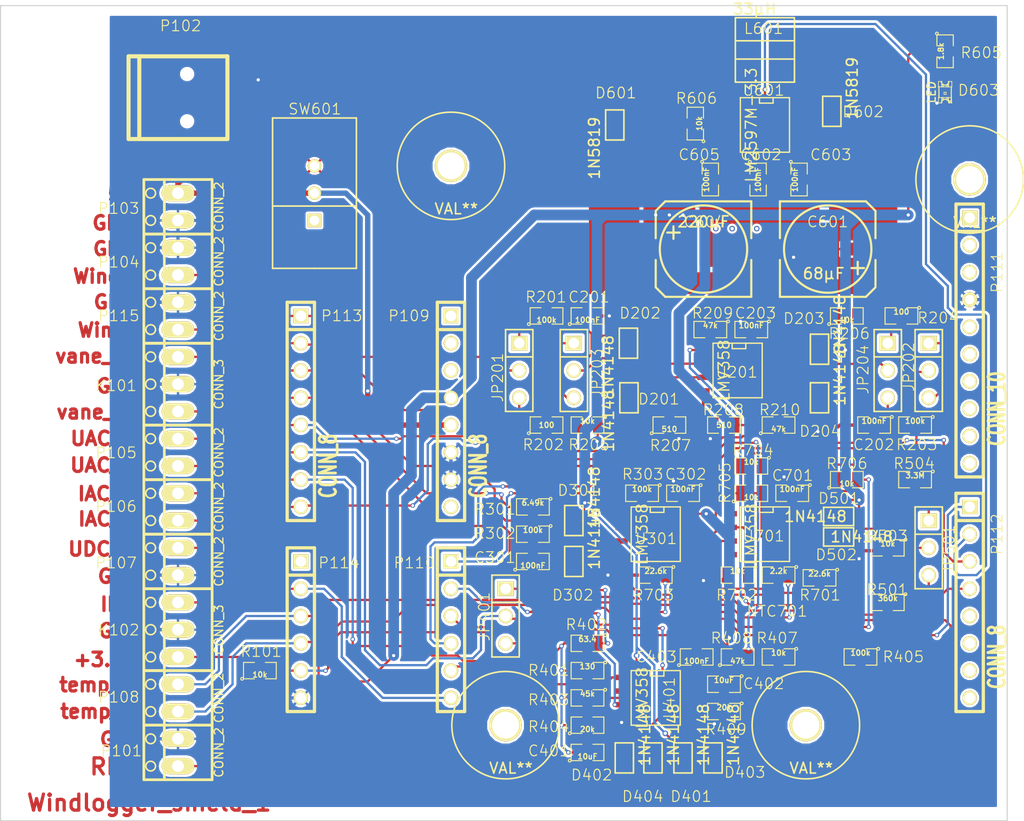
<source format=kicad_pcb>
(kicad_pcb (version 3) (host pcbnew "(22-Jun-2014 BZR 4027)-stable")
  (title_block (title "widlogger shield v1") (rev A) (company "Wind Empowerment") (comment 1 Dessin:Girault) (comment 2 "Edit by gilles longuet"))
  (layers (15 F.Cu signal) (0 B.Cu signal) (18 B.Paste user) (19 F.Paste user) (20 B.SilkS user) (21 F.SilkS user) (22 B.Mask user) (23 F.Mask user) (28 Edge.Cuts user))
  (net 0 "")
  (net 1 +3.3V)
  (net 2 "/F1 Anemometre/Speed1")
  (net 3 "/F1 Anemometre/Speed2")
  (net 4 "/F1 Anemometre/Wind1")
  (net 5 "/F1 Anemometre/Wind2")
  (net 6 "/F2 Girouette/Udir")
  (net 7 "/F2 Girouette/vane_sig")
  (net 8 "/F2 Girouette/vane_v+")
  (net 9 "/F3 Wattmetre_AC/0-16A")
  (net 10 "/F3 Wattmetre_AC/0-32A")
  (net 11 "/F3 Wattmetre_AC/IAC")
  (net 12 "/F3 Wattmetre_AC/IAC_hi")
  (net 13 "/F3 Wattmetre_AC/IAC_lo")
  (net 14 "/F3 Wattmetre_AC/UAC_hi")
  (net 15 "/F3 Wattmetre_AC/UAC_lo")
  (net 16 "/F3 Wattmetre_AC/Ugrid")
  (net 17 "/F4 Wattmetre_DC/640V")
  (net 18 "/F4 Wattmetre_DC/64V")
  (net 19 "/F4 Wattmetre_DC/UDC_hi")
  (net 20 "/F4 Wattmetre_DC/Ubat")
  (net 21 "/F5 Temperature/Utemp")
  (net 22 "/F5 Temperature/temp_hi")
  (net 23 "/F5 Temperature/temp_lo")
  (net 24 "/F6 Alimentation/5V")
  (net 25 "/F6 Alimentation/5v_sw")
  (net 26 "/F6 Alimentation/Power_fail")
  (net 27 "/F6 Alimentation/vin_lm2597")
  (net 28 "/F6 Alimentation/vs1")
  (net 29 /IDC)
  (net 30 /RPM)
  (net 31 AGND)
  (net 32 N-0000046)
  (net 33 N-0000047)
  (net 34 N-0000048)
  (net 35 N-0000049)
  (net 36 N-0000050)
  (net 37 N-0000051)
  (net 38 N-0000052)
  (net 39 N-0000053)
  (net 40 N-0000054)
  (net 41 N-0000055)
  (net 42 N-0000056)
  (net 43 N-0000057)
  (net 44 N-0000058)
  (net 45 N-0000059)
  (net 46 N-0000062)
  (net 47 N-0000065)
  (net 48 N-0000066)
  (net 49 N-0000067)
  (net 50 N-0000068)
  (net 51 N-0000073)
  (net 52 N-0000074)
  (net 53 N-0000075)
  (module USB_MINI_B (layer F.Cu) (at 107.47 74.05)
    (fp_text reference P102 (at 0.24 -6.69) (layer F.SilkS) (effects (font (thickness 0.1))))
    (fp_text value CONN_5 hide)
    (pad 1 smd rect (at 3.44932 -1.6002) (size 2.30124 0.50038) (layers F.Cu F.Paste F.Mask) (net 31 AGND))
    (pad 2 smd rect (at 3.44932 -0.8001) (size 2.30124 0.50038) (layers F.Cu F.Paste F.Mask))
    (pad 3 smd rect (at 3.44932 0) (size 2.30124 0.50038) (layers F.Cu F.Paste F.Mask))
    (pad 4 smd rect (at 3.44932 0.8001) (size 2.30124 0.50038) (layers F.Cu F.Paste F.Mask))
    (pad 5 smd rect (at 3.44932 1.6002) (size 2.30124 0.50038) (layers F.Cu F.Paste F.Mask) (net 24 "/F6 Alimentation/5V"))
    (pad 6 smd rect (at 3.35026 -4.45008) (size 2.49936 1.99898) (layers F.Cu F.Paste F.Mask))
    (pad 7 smd rect (at -2.14884 -4.45008) (size 2.49936 1.99898) (layers F.Cu F.Paste F.Mask))
    (pad 8 smd rect (at 3.35026 4.45008) (size 2.49936 1.99898) (layers F.Cu F.Paste F.Mask))
    (pad 9 smd rect (at -2.14884 4.45008) (size 2.49936 1.99898) (layers F.Cu F.Paste F.Mask))
    (pad "" np_thru_hole circle (at 0.8509 -2.19964) (size 0.89916 0.89916) (drill 0.89916) (layers *.Cu *.Mask F.SilkS))
    (pad 2 np_thru_hole circle (at 0.8509 2.19964) (size 0.89916 0.89916) (drill 0.89916) (layers *.Cu *.Mask F.SilkS))
  )
  (module SO8N (layer F.Cu) (at 159.54 99.45 270)
    (fp_text reference U201 (at 0.16 0.08 360) (layer F.SilkS) (effects (font (thickness 0.1))))
    (fp_text value LMV358 (at 0 1.27 270) (layer F.SilkS) (effects (font (size 1.016 1.016) (thickness 0.127))))
    (pad 8 smd rect (at -1.905 -3.175 270) (size 0.508 1.143) (layers F.Cu F.Paste F.Mask) (net 1 +3.3V))
    (pad 7 smd rect (at -0.635 -3.175 270) (size 0.508 1.143) (layers F.Cu F.Paste F.Mask) (net 3 "/F1 Anemometre/Speed2"))
    (pad 6 smd rect (at 0.635 -3.175 270) (size 0.508 1.143) (layers F.Cu F.Paste F.Mask) (net 42 N-0000056))
    (pad 5 smd rect (at 1.905 -3.175 270) (size 0.508 1.143) (layers F.Cu F.Paste F.Mask) (net 43 N-0000057))
    (pad 4 smd rect (at 1.905 3.175 270) (size 0.508 1.143) (layers F.Cu F.Paste F.Mask) (net 31 AGND))
    (pad 3 smd rect (at 0.635 3.175 270) (size 0.508 1.143) (layers F.Cu F.Paste F.Mask) (net 34 N-0000048))
    (pad 2 smd rect (at -0.635 3.175 270) (size 0.508 1.143) (layers F.Cu F.Paste F.Mask) (net 38 N-0000052))
    (pad 1 smd rect (at -1.905 3.175 270) (size 0.508 1.143) (layers F.Cu F.Paste F.Mask) (net 2 "/F1 Anemometre/Speed1"))
  )
  (module SO8N (layer F.Cu) (at 151.92 129.93 270)
    (fp_text reference U401 (at 0 -1.27 270) (layer F.SilkS) (effects (font (thickness 0.1))))
    (fp_text value LMV358 (at 0 1.27 270) (layer F.SilkS) (effects (font (size 1.016 1.016) (thickness 0.127))))
    (pad 8 smd rect (at -1.905 -3.175 270) (size 0.508 1.143) (layers F.Cu F.Paste F.Mask) (net 1 +3.3V))
    (pad 7 smd rect (at -0.635 -3.175 270) (size 0.508 1.143) (layers F.Cu F.Paste F.Mask) (net 16 "/F3 Wattmetre_AC/Ugrid"))
    (pad 6 smd rect (at 0.635 -3.175 270) (size 0.508 1.143) (layers F.Cu F.Paste F.Mask) (net 16 "/F3 Wattmetre_AC/Ugrid"))
    (pad 5 smd rect (at 1.905 -3.175 270) (size 0.508 1.143) (layers F.Cu F.Paste F.Mask) (net 46 N-0000062))
    (pad 4 smd rect (at 1.905 3.175 270) (size 0.508 1.143) (layers F.Cu F.Paste F.Mask) (net 31 AGND))
    (pad 3 smd rect (at 0.635 3.175 270) (size 0.508 1.143) (layers F.Cu F.Paste F.Mask) (net 12 "/F3 Wattmetre_AC/IAC_hi"))
    (pad 2 smd rect (at -0.635 3.175 270) (size 0.508 1.143) (layers F.Cu F.Paste F.Mask) (net 11 "/F3 Wattmetre_AC/IAC"))
    (pad 1 smd rect (at -1.905 3.175 270) (size 0.508 1.143) (layers F.Cu F.Paste F.Mask) (net 11 "/F3 Wattmetre_AC/IAC"))
  )
  (module SO8N (layer F.Cu) (at 151.92 114.69 270)
    (fp_text reference U301 (at 0.42 -0.04 360) (layer F.SilkS) (effects (font (thickness 0.1))))
    (fp_text value LMV358 (at 0 1.27 270) (layer F.SilkS) (effects (font (size 1.016 1.016) (thickness 0.127))))
    (pad 8 smd rect (at -1.905 -3.175 270) (size 0.508 1.143) (layers F.Cu F.Paste F.Mask) (net 1 +3.3V))
    (pad 7 smd rect (at -0.635 -3.175 270) (size 0.508 1.143) (layers F.Cu F.Paste F.Mask) (net 20 "/F4 Wattmetre_DC/Ubat"))
    (pad 6 smd rect (at 0.635 -3.175 270) (size 0.508 1.143) (layers F.Cu F.Paste F.Mask) (net 20 "/F4 Wattmetre_DC/Ubat"))
    (pad 5 smd rect (at 1.905 -3.175 270) (size 0.508 1.143) (layers F.Cu F.Paste F.Mask) (net 47 N-0000065))
    (pad 4 smd rect (at 1.905 3.175 270) (size 0.508 1.143) (layers F.Cu F.Paste F.Mask) (net 31 AGND))
    (pad 3 smd rect (at 0.635 3.175 270) (size 0.508 1.143) (layers F.Cu F.Paste F.Mask) (net 45 N-0000059))
    (pad 2 smd rect (at -0.635 3.175 270) (size 0.508 1.143) (layers F.Cu F.Paste F.Mask) (net 44 N-0000058))
    (pad 1 smd rect (at -1.905 3.175 270) (size 0.508 1.143) (layers F.Cu F.Paste F.Mask) (net 6 "/F2 Girouette/Udir"))
  )
  (module SO8N (layer F.Cu) (at 162.08 114.69 270)
    (fp_text reference U701 (at 0.17 0.12 360) (layer F.SilkS) (effects (font (thickness 0.1))))
    (fp_text value LMV358 (at 0 1.27 270) (layer F.SilkS) (effects (font (size 1.016 1.016) (thickness 0.127))))
    (pad 8 smd rect (at -1.905 -3.175 270) (size 0.508 1.143) (layers F.Cu F.Paste F.Mask) (net 1 +3.3V))
    (pad 7 smd rect (at -0.635 -3.175 270) (size 0.508 1.143) (layers F.Cu F.Paste F.Mask) (net 21 "/F5 Temperature/Utemp"))
    (pad 6 smd rect (at 0.635 -3.175 270) (size 0.508 1.143) (layers F.Cu F.Paste F.Mask) (net 51 N-0000073))
    (pad 5 smd rect (at 1.905 -3.175 270) (size 0.508 1.143) (layers F.Cu F.Paste F.Mask) (net 22 "/F5 Temperature/temp_hi"))
    (pad 4 smd rect (at 1.905 3.175 270) (size 0.508 1.143) (layers F.Cu F.Paste F.Mask) (net 31 AGND))
    (pad 3 smd rect (at 0.635 3.175 270) (size 0.508 1.143) (layers F.Cu F.Paste F.Mask) (net 23 "/F5 Temperature/temp_lo"))
    (pad 2 smd rect (at -0.635 3.175 270) (size 0.508 1.143) (layers F.Cu F.Paste F.Mask) (net 52 N-0000074))
    (pad 1 smd rect (at -1.905 3.175 270) (size 0.508 1.143) (layers F.Cu F.Paste F.Mask) (net 53 N-0000075))
  )
  (module SO8N (layer F.Cu) (at 162.08 76.59 270)
    (fp_text reference U601 (at -3.23 0.12 360) (layer F.SilkS) (effects (font (thickness 0.1))))
    (fp_text value LM2597M-3.3 (at 0 1.27 270) (layer F.SilkS) (effects (font (size 1.016 1.016) (thickness 0.127))))
    (pad 8 smd rect (at -1.905 -3.175 270) (size 0.508 1.143) (layers F.Cu F.Paste F.Mask) (net 28 "/F6 Alimentation/vs1"))
    (pad 7 smd rect (at -0.635 -3.175 270) (size 0.508 1.143) (layers F.Cu F.Paste F.Mask) (net 27 "/F6 Alimentation/vin_lm2597"))
    (pad 6 smd rect (at 0.635 -3.175 270) (size 0.508 1.143) (layers F.Cu F.Paste F.Mask) (net 31 AGND))
    (pad 5 smd rect (at 1.905 -3.175 270) (size 0.508 1.143) (layers F.Cu F.Paste F.Mask) (net 50 N-0000068))
    (pad 4 smd rect (at 1.905 3.175 270) (size 0.508 1.143) (layers F.Cu F.Paste F.Mask) (net 1 +3.3V))
    (pad 3 smd rect (at 0.635 3.175 270) (size 0.508 1.143) (layers F.Cu F.Paste F.Mask) (net 1 +3.3V))
    (pad 2 smd rect (at -0.635 3.175 270) (size 0.508 1.143) (layers F.Cu F.Paste F.Mask) (net 49 N-0000067))
    (pad 1 smd rect (at -1.905 3.175 270) (size 0.508 1.143) (layers F.Cu F.Paste F.Mask) (net 26 "/F6 Alimentation/Power_fail"))
  )
  (module SMDHD/VF (layer F.Cu) (at 167.922 88.147 180)
    (fp_text reference C601 (at 0 2.54 180) (layer F.SilkS) (effects (font (thickness 0.1))))
    (fp_text value 68µF (at 0.381 -2.286 180) (layer F.SilkS) (effects (font (size 1.016 1.016) (thickness 0.15748))))
    (fp_text user + (at -2.794 -1.651 180) (layer F.SilkS) (effects (font (size 1.524 1.524) (thickness 0.2032))))
    (pad 1 smd rect (at -3.175 0 180) (size 3.79984 1.19888) (layers F.Cu F.Paste F.Mask) (net 27 "/F6 Alimentation/vin_lm2597"))
    (pad 2 smd rect (at 3.175 0 180) (size 3.79984 1.19888) (layers F.Cu F.Paste F.Mask) (net 31 AGND))
  )
  (module SMDHD/VF (layer F.Cu) (at 156.365 88.147)
    (fp_text reference C604 (at 0.095 -2.537) (layer F.SilkS) (effects (font (thickness 0.1))))
    (fp_text value 220µF (at 0 -2.54) (layer F.SilkS) (effects (font (size 1.016 1.016) (thickness 0.15748))))
    (fp_text user + (at -2.794 -1.651) (layer F.SilkS) (effects (font (size 1.524 1.524) (thickness 0.2032))))
    (pad 1 smd rect (at -3.175 0) (size 3.79984 1.19888) (layers F.Cu F.Paste F.Mask) (net 1 +3.3V))
    (pad 2 smd rect (at 3.175 0) (size 3.79984 1.19888) (layers F.Cu F.Paste F.Mask) (net 31 AGND))
  )
  (module SM0805 (layer F.Cu) (at 164.62 110.88 180)
    (fp_text reference C701 (at -0.0355 1.66 180) (layer F.SilkS) (effects (font (thickness 0.1))))
    (fp_text value 100nF (at 0 0.381 180) (layer F.SilkS) (effects (font (size 0.50038 0.50038) (thickness 0.10922))))
    (pad 1 smd rect (at -0.9525 0 180) (size 0.889 1.397) (layers F.Cu F.Paste F.Mask) (net 1 +3.3V))
    (pad 2 smd rect (at 0.9525 0 180) (size 0.889 1.397) (layers F.Cu F.Paste F.Mask) (net 31 AGND))
  )
  (module SM0805 (layer F.Cu) (at 158.27 131.2 180)
    (fp_text reference R409 (at -0.19 -1.66 180) (layer F.SilkS) (effects (font (thickness 0.1))))
    (fp_text value 20k (at 0 0.381 180) (layer F.SilkS) (effects (font (size 0.50038 0.50038) (thickness 0.10922))))
    (pad 1 smd rect (at -0.9525 0 180) (size 0.889 1.397) (layers F.Cu F.Paste F.Mask) (net 15 "/F3 Wattmetre_AC/UAC_lo"))
    (pad 2 smd rect (at 0.9525 0 180) (size 0.889 1.397) (layers F.Cu F.Paste F.Mask) (net 31 AGND))
  )
  (module SM0805 (layer F.Cu) (at 167.16 118.754 180)
    (fp_text reference R701 (at -0.05 -1.606 180) (layer F.SilkS) (effects (font (thickness 0.1))))
    (fp_text value 22.6k (at 0 0.381 180) (layer F.SilkS) (effects (font (size 0.50038 0.50038) (thickness 0.10922))))
    (pad 1 smd rect (at -0.9525 0 180) (size 0.889 1.397) (layers F.Cu F.Paste F.Mask) (net 1 +3.3V))
    (pad 2 smd rect (at 0.9525 0 180) (size 0.889 1.397) (layers F.Cu F.Paste F.Mask) (net 22 "/F5 Temperature/temp_hi"))
  )
  (module SM0805 (layer F.Cu) (at 151.92 118.5 180)
    (fp_text reference R703 (at 0.21 -1.86 180) (layer F.SilkS) (effects (font (thickness 0.1))))
    (fp_text value 22.6k (at 0 0.381 180) (layer F.SilkS) (effects (font (size 0.50038 0.50038) (thickness 0.10922))))
    (pad 1 smd rect (at -0.9525 0 180) (size 0.889 1.397) (layers F.Cu F.Paste F.Mask) (net 23 "/F5 Temperature/temp_lo"))
    (pad 2 smd rect (at 0.9525 0 180) (size 0.889 1.397) (layers F.Cu F.Paste F.Mask) (net 31 AGND))
  )
  (module SM0805 (layer F.Cu) (at 159.54 118.5 180)
    (fp_text reference R702 (at 0.08 -1.86 180) (layer F.SilkS) (effects (font (thickness 0.1))))
    (fp_text value 10k (at 0 0.381 180) (layer F.SilkS) (effects (font (size 0.50038 0.50038) (thickness 0.10922))))
    (pad 1 smd rect (at -0.9525 0 180) (size 0.889 1.397) (layers F.Cu F.Paste F.Mask) (net 52 N-0000074))
    (pad 2 smd rect (at 0.9525 0 180) (size 0.889 1.397) (layers F.Cu F.Paste F.Mask) (net 31 AGND))
  )
  (module SM0805 (layer F.Cu) (at 170.97 126.12 180)
    (fp_text reference R405 (at -3.99 0.01 180) (layer F.SilkS) (effects (font (thickness 0.1))))
    (fp_text value 100k (at 0 0.381 180) (layer F.SilkS) (effects (font (size 0.50038 0.50038) (thickness 0.10922))))
    (pad 1 smd rect (at -0.9525 0 180) (size 0.889 1.397) (layers F.Cu F.Paste F.Mask) (net 14 "/F3 Wattmetre_AC/UAC_hi"))
    (pad 2 smd rect (at 0.9525 0 180) (size 0.889 1.397) (layers F.Cu F.Paste F.Mask) (net 46 N-0000062))
  )
  (module SM0805 (layer F.Cu) (at 155.73 126.12)
    (fp_text reference C403 (at -3.77 -0.01) (layer F.SilkS) (effects (font (thickness 0.1))))
    (fp_text value 100nF (at 0 0.381) (layer F.SilkS) (effects (font (size 0.50038 0.50038) (thickness 0.10922))))
    (pad 1 smd rect (at -0.9525 0) (size 0.889 1.397) (layers F.Cu F.Paste F.Mask) (net 1 +3.3V))
    (pad 2 smd rect (at 0.9525 0) (size 0.889 1.397) (layers F.Cu F.Paste F.Mask) (net 31 AGND))
  )
  (module SM0805 (layer F.Cu) (at 145.57 124.85 180)
    (fp_text reference R402 (at 0.11 1.74 180) (layer F.SilkS) (effects (font (thickness 0.1))))
    (fp_text value 63.4 (at 0 0.381 180) (layer F.SilkS) (effects (font (size 0.50038 0.50038) (thickness 0.10922))))
    (pad 1 smd rect (at -0.9525 0 180) (size 0.889 1.397) (layers F.Cu F.Paste F.Mask) (net 10 "/F3 Wattmetre_AC/0-32A"))
    (pad 2 smd rect (at 0.9525 0 180) (size 0.889 1.397) (layers F.Cu F.Paste F.Mask) (net 13 "/F3 Wattmetre_AC/IAC_lo"))
  )
  (module SM0805 (layer F.Cu) (at 160.81 108.34 180)
    (fp_text reference R704 (at -0.15 1.48 180) (layer F.SilkS) (effects (font (thickness 0.1))))
    (fp_text value 10k (at 0 0.381 180) (layer F.SilkS) (effects (font (size 0.50038 0.50038) (thickness 0.10922))))
    (pad 1 smd rect (at -0.9525 0 180) (size 0.889 1.397) (layers F.Cu F.Paste F.Mask) (net 31 AGND))
    (pad 2 smd rect (at 0.9525 0 180) (size 0.889 1.397) (layers F.Cu F.Paste F.Mask) (net 53 N-0000075))
  )
  (module SM0805 (layer F.Cu) (at 160.81 110.88)
    (fp_text reference R705 (at -2.441 -0.9615 90) (layer F.SilkS) (effects (font (thickness 0.1))))
    (fp_text value 10k (at 0 0.381) (layer F.SilkS) (effects (font (size 0.50038 0.50038) (thickness 0.10922))))
    (pad 1 smd rect (at -0.9525 0) (size 0.889 1.397) (layers F.Cu F.Paste F.Mask) (net 53 N-0000075))
    (pad 2 smd rect (at 0.9525 0) (size 0.889 1.397) (layers F.Cu F.Paste F.Mask) (net 51 N-0000073))
  )
  (module SM0805 (layer F.Cu) (at 169.7 109.61)
    (fp_text reference R706 (at 0.01 -1.5) (layer F.SilkS) (effects (font (thickness 0.1))))
    (fp_text value 10k (at 0 0.381) (layer F.SilkS) (effects (font (size 0.50038 0.50038) (thickness 0.10922))))
    (pad 1 smd rect (at -0.9525 0) (size 0.889 1.397) (layers F.Cu F.Paste F.Mask) (net 51 N-0000073))
    (pad 2 smd rect (at 0.9525 0) (size 0.889 1.397) (layers F.Cu F.Paste F.Mask) (net 21 "/F5 Temperature/Utemp"))
  )
  (module SM0805 (layer F.Cu) (at 145.57 135.01)
    (fp_text reference C401 (at -3.61 -0.15) (layer F.SilkS) (effects (font (thickness 0.1))))
    (fp_text value 10uF (at 0 0.381) (layer F.SilkS) (effects (font (size 0.50038 0.50038) (thickness 0.10922))))
    (pad 1 smd rect (at -0.9525 0) (size 0.889 1.397) (layers F.Cu F.Paste F.Mask) (net 13 "/F3 Wattmetre_AC/IAC_lo"))
    (pad 2 smd rect (at 0.9525 0) (size 0.889 1.397) (layers F.Cu F.Paste F.Mask) (net 31 AGND))
  )
  (module SM0805 (layer F.Cu) (at 145.57 132.47)
    (fp_text reference R404 (at -3.61 0.14) (layer F.SilkS) (effects (font (thickness 0.1))))
    (fp_text value 20k (at 0 0.381) (layer F.SilkS) (effects (font (size 0.50038 0.50038) (thickness 0.10922))))
    (pad 1 smd rect (at -0.9525 0) (size 0.889 1.397) (layers F.Cu F.Paste F.Mask) (net 13 "/F3 Wattmetre_AC/IAC_lo"))
    (pad 2 smd rect (at 0.9525 0) (size 0.889 1.397) (layers F.Cu F.Paste F.Mask) (net 31 AGND))
  )
  (module SM0805 (layer F.Cu) (at 145.57 129.93 180)
    (fp_text reference R403 (at 3.61 -0.18 180) (layer F.SilkS) (effects (font (thickness 0.1))))
    (fp_text value 45k (at 0 0.381 180) (layer F.SilkS) (effects (font (size 0.50038 0.50038) (thickness 0.10922))))
    (pad 1 smd rect (at -0.9525 0 180) (size 0.889 1.397) (layers F.Cu F.Paste F.Mask) (net 1 +3.3V))
    (pad 2 smd rect (at 0.9525 0 180) (size 0.889 1.397) (layers F.Cu F.Paste F.Mask) (net 13 "/F3 Wattmetre_AC/IAC_lo"))
  )
  (module SM0805 (layer F.Cu) (at 145.57 127.39 180)
    (fp_text reference R401 (at 3.61 0.03 180) (layer F.SilkS) (effects (font (thickness 0.1))))
    (fp_text value 130 (at 0 0.381 180) (layer F.SilkS) (effects (font (size 0.50038 0.50038) (thickness 0.10922))))
    (pad 1 smd rect (at -0.9525 0 180) (size 0.889 1.397) (layers F.Cu F.Paste F.Mask) (net 9 "/F3 Wattmetre_AC/0-16A"))
    (pad 2 smd rect (at 0.9525 0 180) (size 0.889 1.397) (layers F.Cu F.Paste F.Mask) (net 13 "/F3 Wattmetre_AC/IAC_lo"))
  )
  (module SM0805 (layer F.Cu) (at 161.445 81.67 270)
    (fp_text reference C602 (at -2.31 -0.265 360) (layer F.SilkS) (effects (font (thickness 0.1))))
    (fp_text value 100nF (at 0 0 270) (layer F.SilkS) (effects (font (size 0.50038 0.50038) (thickness 0.10922))))
    (pad 1 smd rect (at -0.9525 0 270) (size 0.889 1.397) (layers F.Cu F.Paste F.Mask) (net 49 N-0000067))
    (pad 2 smd rect (at 0.9525 0 270) (size 0.889 1.397) (layers F.Cu F.Paste F.Mask) (net 31 AGND))
  )
  (module SM0805 (layer F.Cu) (at 173.51 115.96 180)
    (fp_text reference R503 (at 0.05 1.1 180) (layer F.SilkS) (effects (font (thickness 0.1))))
    (fp_text value 10k (at 0 0.381 180) (layer F.SilkS) (effects (font (size 0.50038 0.50038) (thickness 0.10922))))
    (pad 1 smd rect (at -0.9525 0 180) (size 0.889 1.397) (layers F.Cu F.Paste F.Mask) (net 47 N-0000065))
    (pad 2 smd rect (at 0.9525 0 180) (size 0.889 1.397) (layers F.Cu F.Paste F.Mask) (net 31 AGND))
  )
  (module SM0805 (layer F.Cu) (at 163.35 118.5 180)
    (fp_text reference NTC701 (at 0.14 -3.36 180) (layer F.SilkS) (effects (font (thickness 0.1))))
    (fp_text value 2.2k (at 0 0.381 180) (layer F.SilkS) (effects (font (size 0.50038 0.50038) (thickness 0.10922))))
    (pad 1 smd rect (at -0.9525 0 180) (size 0.889 1.397) (layers F.Cu F.Paste F.Mask) (net 22 "/F5 Temperature/temp_hi"))
    (pad 2 smd rect (at 0.9525 0 180) (size 0.889 1.397) (layers F.Cu F.Paste F.Mask) (net 23 "/F5 Temperature/temp_lo"))
  )
  (module SM0805 (layer F.Cu) (at 173.51 121.04 180)
    (fp_text reference R501 (at 0.05 1.18 180) (layer F.SilkS) (effects (font (thickness 0.1))))
    (fp_text value 360k (at 0 0.381 180) (layer F.SilkS) (effects (font (size 0.50038 0.50038) (thickness 0.10922))))
    (pad 1 smd rect (at -0.9525 0 180) (size 0.889 1.397) (layers F.Cu F.Paste F.Mask) (net 18 "/F4 Wattmetre_DC/64V"))
    (pad 2 smd rect (at 0.9525 0 180) (size 0.889 1.397) (layers F.Cu F.Paste F.Mask) (net 47 N-0000065))
  )
  (module SM0805 (layer F.Cu) (at 176.05 109.61 180)
    (fp_text reference R504 (at 0.09 1.5 180) (layer F.SilkS) (effects (font (thickness 0.1))))
    (fp_text value 3.3M (at 0 0.381 180) (layer F.SilkS) (effects (font (size 0.50038 0.50038) (thickness 0.10922))))
    (pad 1 smd rect (at -0.9525 0 180) (size 0.889 1.397) (layers F.Cu F.Paste F.Mask) (net 17 "/F4 Wattmetre_DC/640V"))
    (pad 2 smd rect (at 0.9525 0 180) (size 0.889 1.397) (layers F.Cu F.Paste F.Mask) (net 47 N-0000065))
  )
  (module SM0805 (layer F.Cu) (at 155.603 76.463 90)
    (fp_text reference R606 (at 2.353 0.107 180) (layer F.SilkS) (effects (font (thickness 0.1))))
    (fp_text value 10k (at 0 0.381 90) (layer F.SilkS) (effects (font (size 0.50038 0.50038) (thickness 0.10922))))
    (pad 1 smd rect (at -0.9525 0 90) (size 0.889 1.397) (layers F.Cu F.Paste F.Mask) (net 1 +3.3V))
    (pad 2 smd rect (at 0.9525 0 90) (size 0.889 1.397) (layers F.Cu F.Paste F.Mask) (net 26 "/F6 Alimentation/Power_fail"))
  )
  (module SM0805 (layer F.Cu) (at 157 81.67 270)
    (fp_text reference C605 (at -2.31 1.04 360) (layer F.SilkS) (effects (font (thickness 0.1))))
    (fp_text value 100nF (at 0 0.381 270) (layer F.SilkS) (effects (font (size 0.50038 0.50038) (thickness 0.10922))))
    (pad 1 smd rect (at -0.9525 0 270) (size 0.889 1.397) (layers F.Cu F.Paste F.Mask) (net 1 +3.3V))
    (pad 2 smd rect (at 0.9525 0 270) (size 0.889 1.397) (layers F.Cu F.Paste F.Mask) (net 31 AGND))
  )
  (module SM0805 (layer F.Cu) (at 178.844 69.732 270)
    (fp_text reference R605 (at 0.128 -3.366 360) (layer F.SilkS) (effects (font (thickness 0.1))))
    (fp_text value 1.8k (at 0 0.381 270) (layer F.SilkS) (effects (font (size 0.50038 0.50038) (thickness 0.10922))))
    (pad 1 smd rect (at -0.9525 0 270) (size 0.889 1.397) (layers F.Cu F.Paste F.Mask) (net 1 +3.3V))
    (pad 2 smd rect (at 0.9525 0 270) (size 0.889 1.397) (layers F.Cu F.Paste F.Mask) (net 48 N-0000066))
  )
  (module SM0805 (layer F.Cu) (at 165.255 81.67 270)
    (fp_text reference C603 (at -2.31 -2.955 360) (layer F.SilkS) (effects (font (thickness 0.1))))
    (fp_text value 100nF (at 0 0.381 270) (layer F.SilkS) (effects (font (size 0.50038 0.50038) (thickness 0.10922))))
    (pad 1 smd rect (at -0.9525 0 270) (size 0.889 1.397) (layers F.Cu F.Paste F.Mask) (net 50 N-0000068))
    (pad 2 smd rect (at 0.9525 0 270) (size 0.889 1.397) (layers F.Cu F.Paste F.Mask) (net 31 AGND))
  )
  (module SM0805 (layer F.Cu) (at 169.7 94.37)
    (fp_text reference R206 (at 0.226 1.642) (layer F.SilkS) (effects (font (thickness 0.1))))
    (fp_text value 10k (at 0 0.381) (layer F.SilkS) (effects (font (size 0.50038 0.50038) (thickness 0.10922))))
    (pad 1 smd rect (at -0.9525 0) (size 0.889 1.397) (layers F.Cu F.Paste F.Mask) (net 1 +3.3V))
    (pad 2 smd rect (at 0.9525 0) (size 0.889 1.397) (layers F.Cu F.Paste F.Mask) (net 41 N-0000055))
  )
  (module SM0805 (layer F.Cu) (at 163.35 104.53)
    (fp_text reference R210 (at 0.11 -1.42) (layer F.SilkS) (effects (font (thickness 0.1))))
    (fp_text value 47k (at 0 0.381) (layer F.SilkS) (effects (font (size 0.50038 0.50038) (thickness 0.10922))))
    (pad 1 smd rect (at -0.9525 0) (size 0.889 1.397) (layers F.Cu F.Paste F.Mask) (net 43 N-0000057))
    (pad 2 smd rect (at 0.9525 0) (size 0.889 1.397) (layers F.Cu F.Paste F.Mask) (net 3 "/F1 Anemometre/Speed2"))
  )
  (module SM0805 (layer F.Cu) (at 160.81 95.64 180)
    (fp_text reference C203 (at -0.4 1.53 180) (layer F.SilkS) (effects (font (thickness 0.1))))
    (fp_text value 100nF (at 0 0.381 180) (layer F.SilkS) (effects (font (size 0.50038 0.50038) (thickness 0.10922))))
    (pad 1 smd rect (at -0.9525 0 180) (size 0.889 1.397) (layers F.Cu F.Paste F.Mask) (net 1 +3.3V))
    (pad 2 smd rect (at 0.9525 0 180) (size 0.889 1.397) (layers F.Cu F.Paste F.Mask) (net 31 AGND))
  )
  (module SM0805 (layer F.Cu) (at 158.27 104.53 180)
    (fp_text reference R208 (at 0.06 1.42 180) (layer F.SilkS) (effects (font (thickness 0.1))))
    (fp_text value 510 (at 0 0 180) (layer F.SilkS) (effects (font (size 0.50038 0.50038) (thickness 0.10922))))
    (pad 1 smd rect (at -0.9525 0 180) (size 0.889 1.397) (layers F.Cu F.Paste F.Mask) (net 43 N-0000057))
    (pad 2 smd rect (at 0.9525 0 180) (size 0.889 1.397) (layers F.Cu F.Paste F.Mask) (net 31 AGND))
  )
  (module SM0805 (layer F.Cu) (at 157 95.64 180)
    (fp_text reference R209 (at -0.21 1.53 180) (layer F.SilkS) (effects (font (thickness 0.1))))
    (fp_text value 47k (at 0 0.381 180) (layer F.SilkS) (effects (font (size 0.50038 0.50038) (thickness 0.10922))))
    (pad 1 smd rect (at -0.9525 0 180) (size 0.889 1.397) (layers F.Cu F.Paste F.Mask) (net 34 N-0000048))
    (pad 2 smd rect (at 0.9525 0 180) (size 0.889 1.397) (layers F.Cu F.Paste F.Mask) (net 2 "/F1 Anemometre/Speed1"))
  )
  (module SM0805 (layer F.Cu) (at 153.19 104.53)
    (fp_text reference R207 (at 0.099 1.896) (layer F.SilkS) (effects (font (thickness 0.1))))
    (fp_text value 510 (at 0 0.381) (layer F.SilkS) (effects (font (size 0.50038 0.50038) (thickness 0.10922))))
    (pad 1 smd rect (at -0.9525 0) (size 0.889 1.397) (layers F.Cu F.Paste F.Mask) (net 34 N-0000048))
    (pad 2 smd rect (at 0.9525 0) (size 0.889 1.397) (layers F.Cu F.Paste F.Mask) (net 31 AGND))
  )
  (module SM0805 (layer F.Cu) (at 145.57 94.37)
    (fp_text reference C201 (at 0.14 -1.76) (layer F.SilkS) (effects (font (thickness 0.1))))
    (fp_text value 100nF (at 0 0.381) (layer F.SilkS) (effects (font (size 0.50038 0.50038) (thickness 0.10922))))
    (pad 1 smd rect (at -0.9525 0) (size 0.889 1.397) (layers F.Cu F.Paste F.Mask) (net 35 N-0000049))
    (pad 2 smd rect (at 0.9525 0) (size 0.889 1.397) (layers F.Cu F.Paste F.Mask) (net 31 AGND))
  )
  (module SM0805 (layer F.Cu) (at 141.76 94.37)
    (fp_text reference R201 (at -0.05 -1.76) (layer F.SilkS) (effects (font (thickness 0.1))))
    (fp_text value 100k (at 0 0.381) (layer F.SilkS) (effects (font (size 0.50038 0.50038) (thickness 0.10922))))
    (pad 1 smd rect (at -0.9525 0) (size 0.889 1.397) (layers F.Cu F.Paste F.Mask) (net 36 N-0000050))
    (pad 2 smd rect (at 0.9525 0) (size 0.889 1.397) (layers F.Cu F.Paste F.Mask) (net 35 N-0000049))
  )
  (module SM0805 (layer F.Cu) (at 176.05 104.53 180)
    (fp_text reference R203 (at -0.16 -1.83 180) (layer F.SilkS) (effects (font (thickness 0.1))))
    (fp_text value 100k (at 0 0.381 180) (layer F.SilkS) (effects (font (size 0.50038 0.50038) (thickness 0.10922))))
    (pad 1 smd rect (at -0.9525 0 180) (size 0.889 1.397) (layers F.Cu F.Paste F.Mask) (net 32 N-0000046))
    (pad 2 smd rect (at 0.9525 0 180) (size 0.889 1.397) (layers F.Cu F.Paste F.Mask) (net 33 N-0000047))
  )
  (module SM0805 (layer F.Cu) (at 145.57 104.53 180)
    (fp_text reference R205 (at -0.14 -1.83 180) (layer F.SilkS) (effects (font (thickness 0.1))))
    (fp_text value 10k (at 0 0.381 180) (layer F.SilkS) (effects (font (size 0.50038 0.50038) (thickness 0.10922))))
    (pad 1 smd rect (at -0.9525 0 180) (size 0.889 1.397) (layers F.Cu F.Paste F.Mask) (net 1 +3.3V))
    (pad 2 smd rect (at 0.9525 0 180) (size 0.889 1.397) (layers F.Cu F.Paste F.Mask) (net 39 N-0000053))
  )
  (module SM0805 (layer F.Cu) (at 115.09 127.39)
    (fp_text reference R101 (at 0.12 -1.78) (layer F.SilkS) (effects (font (thickness 0.1))))
    (fp_text value 10k (at 0 0.381) (layer F.SilkS) (effects (font (size 0.50038 0.50038) (thickness 0.10922))))
    (pad 1 smd rect (at -0.9525 0) (size 0.889 1.397) (layers F.Cu F.Paste F.Mask) (net 1 +3.3V))
    (pad 2 smd rect (at 0.9525 0) (size 0.889 1.397) (layers F.Cu F.Paste F.Mask) (net 30 /RPM))
  )
  (module SM0805 (layer F.Cu) (at 172.24 104.53 180)
    (fp_text reference C202 (at 0.03 -1.83 180) (layer F.SilkS) (effects (font (thickness 0.1))))
    (fp_text value 100nF (at 0 0.381 180) (layer F.SilkS) (effects (font (size 0.50038 0.50038) (thickness 0.10922))))
    (pad 1 smd rect (at -0.9525 0 180) (size 0.889 1.397) (layers F.Cu F.Paste F.Mask) (net 33 N-0000047))
    (pad 2 smd rect (at 0.9525 0 180) (size 0.889 1.397) (layers F.Cu F.Paste F.Mask) (net 31 AGND))
  )
  (module SM0805 (layer F.Cu) (at 141.76 104.53)
    (fp_text reference R202 (at -0.3 1.83) (layer F.SilkS) (effects (font (thickness 0.1))))
    (fp_text value 100 (at 0 0) (layer F.SilkS) (effects (font (size 0.50038 0.50038) (thickness 0.10922))))
    (pad 1 smd rect (at -0.9525 0) (size 0.889 1.397) (layers F.Cu F.Paste F.Mask) (net 37 N-0000051))
    (pad 2 smd rect (at 0.9525 0) (size 0.889 1.397) (layers F.Cu F.Paste F.Mask) (net 39 N-0000053))
  )
  (module SM0805 (layer F.Cu) (at 174.78 94.37 180)
    (fp_text reference R204 (at -3.401 -0.1815 180) (layer F.SilkS) (effects (font (thickness 0.1))))
    (fp_text value 100 (at 0 0.381 180) (layer F.SilkS) (effects (font (size 0.50038 0.50038) (thickness 0.10922))))
    (pad 1 smd rect (at -0.9525 0 180) (size 0.889 1.397) (layers F.Cu F.Paste F.Mask) (net 40 N-0000054))
    (pad 2 smd rect (at 0.9525 0 180) (size 0.889 1.397) (layers F.Cu F.Paste F.Mask) (net 41 N-0000055))
  )
  (module SM0805 (layer F.Cu) (at 140.49 112.15 180)
    (fp_text reference R301 (at 3.53 -0.21 180) (layer F.SilkS) (effects (font (thickness 0.1))))
    (fp_text value 6.49k (at 0 0.381 180) (layer F.SilkS) (effects (font (size 0.50038 0.50038) (thickness 0.10922))))
    (pad 1 smd rect (at -0.9525 0 180) (size 0.889 1.397) (layers F.Cu F.Paste F.Mask) (net 1 +3.3V))
    (pad 2 smd rect (at 0.9525 0 180) (size 0.889 1.397) (layers F.Cu F.Paste F.Mask) (net 8 "/F2 Girouette/vane_v+"))
  )
  (module SM0805 (layer F.Cu) (at 140.49 117.23)
    (fp_text reference C301 (at -3.53 -0.37) (layer F.SilkS) (effects (font (thickness 0.1))))
    (fp_text value 100nF (at 0 0.381) (layer F.SilkS) (effects (font (size 0.50038 0.50038) (thickness 0.10922))))
    (pad 1 smd rect (at -0.9525 0) (size 0.889 1.397) (layers F.Cu F.Paste F.Mask) (net 45 N-0000059))
    (pad 2 smd rect (at 0.9525 0) (size 0.889 1.397) (layers F.Cu F.Paste F.Mask) (net 31 AGND))
  )
  (module SM0805 (layer F.Cu) (at 154.46 110.88 180)
    (fp_text reference C302 (at -0.25 1.77 180) (layer F.SilkS) (effects (font (thickness 0.1))))
    (fp_text value 100nF (at 0 0.381 180) (layer F.SilkS) (effects (font (size 0.50038 0.50038) (thickness 0.10922))))
    (pad 1 smd rect (at -0.9525 0 180) (size 0.889 1.397) (layers F.Cu F.Paste F.Mask) (net 1 +3.3V))
    (pad 2 smd rect (at 0.9525 0 180) (size 0.889 1.397) (layers F.Cu F.Paste F.Mask) (net 31 AGND))
  )
  (module SM0805 (layer F.Cu) (at 158.27 128.66 180)
    (fp_text reference C402 (at -3.69 0.05 180) (layer F.SilkS) (effects (font (thickness 0.1))))
    (fp_text value 10uF (at 0 0.381 180) (layer F.SilkS) (effects (font (size 0.50038 0.50038) (thickness 0.10922))))
    (pad 1 smd rect (at -0.9525 0 180) (size 0.889 1.397) (layers F.Cu F.Paste F.Mask) (net 15 "/F3 Wattmetre_AC/UAC_lo"))
    (pad 2 smd rect (at 0.9525 0 180) (size 0.889 1.397) (layers F.Cu F.Paste F.Mask) (net 31 AGND))
  )
  (module SM0805 (layer F.Cu) (at 140.49 114.69 180)
    (fp_text reference R302 (at 3.53 0.08 180) (layer F.SilkS) (effects (font (thickness 0.1))))
    (fp_text value 100k (at 0 0.381 180) (layer F.SilkS) (effects (font (size 0.50038 0.50038) (thickness 0.10922))))
    (pad 1 smd rect (at -0.9525 0 180) (size 0.889 1.397) (layers F.Cu F.Paste F.Mask) (net 7 "/F2 Girouette/vane_sig"))
    (pad 2 smd rect (at 0.9525 0 180) (size 0.889 1.397) (layers F.Cu F.Paste F.Mask) (net 45 N-0000059))
  )
  (module SM0805 (layer F.Cu) (at 150.65 110.88 180)
    (fp_text reference R303 (at -0.06 1.77 180) (layer F.SilkS) (effects (font (thickness 0.1))))
    (fp_text value 100k (at 0 0.381 180) (layer F.SilkS) (effects (font (size 0.50038 0.50038) (thickness 0.10922))))
    (pad 1 smd rect (at -0.9525 0 180) (size 0.889 1.397) (layers F.Cu F.Paste F.Mask) (net 44 N-0000058))
    (pad 2 smd rect (at 0.9525 0 180) (size 0.889 1.397) (layers F.Cu F.Paste F.Mask) (net 6 "/F2 Girouette/Udir"))
  )
  (module SM0805 (layer F.Cu) (at 163.35 126.12 180)
    (fp_text reference R407 (at 0.14 1.76 180) (layer F.SilkS) (effects (font (thickness 0.1))))
    (fp_text value 10k (at 0 0.381 180) (layer F.SilkS) (effects (font (size 0.50038 0.50038) (thickness 0.10922))))
    (pad 1 smd rect (at -0.9525 0 180) (size 0.889 1.397) (layers F.Cu F.Paste F.Mask) (net 46 N-0000062))
    (pad 2 smd rect (at 0.9525 0 180) (size 0.889 1.397) (layers F.Cu F.Paste F.Mask) (net 15 "/F3 Wattmetre_AC/UAC_lo"))
  )
  (module SM0805 (layer F.Cu) (at 159.54 126.12)
    (fp_text reference R408 (at -0.58 -1.76) (layer F.SilkS) (effects (font (thickness 0.1))))
    (fp_text value 47k (at 0 0.381) (layer F.SilkS) (effects (font (size 0.50038 0.50038) (thickness 0.10922))))
    (pad 1 smd rect (at -0.9525 0) (size 0.889 1.397) (layers F.Cu F.Paste F.Mask) (net 1 +3.3V))
    (pad 2 smd rect (at 0.9525 0) (size 0.889 1.397) (layers F.Cu F.Paste F.Mask) (net 15 "/F3 Wattmetre_AC/UAC_lo"))
  )
  (module LED-0805 (layer F.Cu) (at 178.844 73.542 270)
    (fp_text reference D603 (at -0.182 -3.116 360) (layer F.SilkS) (effects (font (thickness 0.1))))
    (fp_text value LED (at 0 1.27 270) (layer F.SilkS) (effects (font (size 0.762 0.762) (thickness 0.127))))
    (pad 1 smd rect (at -1.04902 0 270) (size 1.19888 1.19888) (layers F.Cu F.Paste F.Mask) (net 48 N-0000066))
    (pad 2 smd rect (at 1.04902 0 270) (size 1.19888 1.19888) (layers F.Cu F.Paste F.Mask) (net 31 AGND))
  )
  (module Bobine_cms (layer F.Cu) (at 162.08 69.605)
    (fp_text reference L601 (at -0.12 -1.995) (layer F.SilkS) (effects (font (thickness 0.1))))
    (fp_text value 33µH (at -0.95 -3.8) (layer F.SilkS))
    (pad 1 smd rect (at 1.95 0) (size 1.4 1.4) (layers F.Cu F.Paste F.Mask) (net 28 "/F6 Alimentation/vs1"))
    (pad 2 smd rect (at -1.95 0) (size 1.4 1.4) (layers F.Cu F.Paste F.Mask) (net 1 +3.3V))
  )
  (module SIL-8_Windlogger (layer F.Cu) (at 132.87 103.26 270)
    (fp_text reference P109 (at -8.9 3.91 360) (layer F.SilkS) (effects (font (thickness 0.1))))
    (fp_text value CONN_8 (at 5.08 -2.54 270) (layer F.SilkS) (effects (font (size 1.524 1.016) (thickness 0.3048))))
    (pad 1 thru_hole rect (at -8.89 0 270) (size 1.34 1.397) (drill 1) (layers *.Cu *.Mask F.SilkS))
    (pad 2 thru_hole circle (at -6.35 0 270) (size 1.34 1.34) (drill 1) (layers *.Cu *.Mask F.SilkS))
    (pad 3 thru_hole circle (at -3.81 0 270) (size 1.34 1.34) (drill 1) (layers *.Cu *.Mask F.SilkS))
    (pad 4 thru_hole circle (at -1.27 0 270) (size 1.34 1.34) (drill 1) (layers *.Cu *.Mask F.SilkS) (net 1 +3.3V))
    (pad 5 thru_hole circle (at 1.27 0 270) (size 1.34 1.34) (drill 1) (layers *.Cu *.Mask F.SilkS) (net 24 "/F6 Alimentation/5V"))
    (pad 6 thru_hole circle (at 3.81 0 270) (size 1.34 1.34) (drill 1) (layers *.Cu *.Mask F.SilkS) (net 31 AGND))
    (pad 7 thru_hole circle (at 6.35 0 270) (size 1.34 1.34) (drill 1) (layers *.Cu *.Mask F.SilkS) (net 31 AGND))
    (pad 8 thru_hole circle (at 8.89 0 270) (size 1.34 1.34) (drill 1) (layers *.Cu *.Mask F.SilkS))
  )
  (module SIL-8_Windlogger (layer F.Cu) (at 181.13 121.04 270)
    (fp_text reference P112 (at -6.35 -2.54 270) (layer F.SilkS) (effects (font (thickness 0.1))))
    (fp_text value CONN_8 (at 5.08 -2.54 270) (layer F.SilkS) (effects (font (size 1.524 1.016) (thickness 0.3048))))
    (pad 1 thru_hole rect (at -8.89 0 270) (size 1.34 1.397) (drill 1) (layers *.Cu *.Mask F.SilkS) (net 30 /RPM))
    (pad 2 thru_hole circle (at -6.35 0 270) (size 1.34 1.34) (drill 1) (layers *.Cu *.Mask F.SilkS) (net 26 "/F6 Alimentation/Power_fail"))
    (pad 3 thru_hole circle (at -3.81 0 270) (size 1.34 1.34) (drill 1) (layers *.Cu *.Mask F.SilkS) (net 3 "/F1 Anemometre/Speed2"))
    (pad 4 thru_hole circle (at -1.27 0 270) (size 1.34 1.34) (drill 1) (layers *.Cu *.Mask F.SilkS) (net 2 "/F1 Anemometre/Speed1"))
    (pad 5 thru_hole circle (at 1.27 0 270) (size 1.34 1.34) (drill 1) (layers *.Cu *.Mask F.SilkS))
    (pad 6 thru_hole circle (at 3.81 0 270) (size 1.34 1.34) (drill 1) (layers *.Cu *.Mask F.SilkS))
    (pad 7 thru_hole circle (at 6.35 0 270) (size 1.34 1.34) (drill 1) (layers *.Cu *.Mask F.SilkS))
    (pad 8 thru_hole circle (at 8.89 0 270) (size 1.34 1.34) (drill 1) (layers *.Cu *.Mask F.SilkS))
  )
  (module SIL-8_Windlogger (layer F.Cu) (at 118.9 103.26 270)
    (fp_text reference P113 (at -8.9 -3.81 360) (layer F.SilkS) (effects (font (thickness 0.1))))
    (fp_text value CONN_8 (at 5.08 -2.54 270) (layer F.SilkS) (effects (font (size 1.524 1.016) (thickness 0.3048))))
    (pad 1 thru_hole rect (at -8.89 0 270) (size 1.34 1.397) (drill 1) (layers *.Cu *.Mask F.SilkS) (net 4 "/F1 Anemometre/Wind1"))
    (pad 2 thru_hole circle (at -6.35 0 270) (size 1.34 1.34) (drill 1) (layers *.Cu *.Mask F.SilkS) (net 5 "/F1 Anemometre/Wind2"))
    (pad 3 thru_hole circle (at -3.81 0 270) (size 1.34 1.34) (drill 1) (layers *.Cu *.Mask F.SilkS) (net 7 "/F2 Girouette/vane_sig"))
    (pad 4 thru_hole circle (at -1.27 0 270) (size 1.34 1.34) (drill 1) (layers *.Cu *.Mask F.SilkS) (net 14 "/F3 Wattmetre_AC/UAC_hi"))
    (pad 5 thru_hole circle (at 1.27 0 270) (size 1.34 1.34) (drill 1) (layers *.Cu *.Mask F.SilkS) (net 15 "/F3 Wattmetre_AC/UAC_lo"))
    (pad 6 thru_hole circle (at 3.81 0 270) (size 1.34 1.34) (drill 1) (layers *.Cu *.Mask F.SilkS) (net 12 "/F3 Wattmetre_AC/IAC_hi"))
    (pad 7 thru_hole circle (at 6.35 0 270) (size 1.34 1.34) (drill 1) (layers *.Cu *.Mask F.SilkS) (net 13 "/F3 Wattmetre_AC/IAC_lo"))
    (pad 8 thru_hole circle (at 8.89 0 270) (size 1.34 1.34) (drill 1) (layers *.Cu *.Mask F.SilkS) (net 19 "/F4 Wattmetre_DC/UDC_hi"))
  )
  (module SIL-6_Winlogger (layer F.Cu) (at 118.9 123.58 270)
    (fp_text reference P114 (at -6.22 -3.56 360) (layer F.SilkS) (effects (font (thickness 0.1))))
    (fp_text value CONN_6 hide)
    (pad 1 thru_hole rect (at -6.35 0 270) (size 1.34 1.397) (drill 1) (layers *.Cu *.Mask F.SilkS))
    (pad 2 thru_hole circle (at -3.81 0 270) (size 1.34 1.34) (drill 1) (layers *.Cu *.Mask F.SilkS) (net 29 /IDC))
    (pad 3 thru_hole circle (at -1.27 0 270) (size 1.34 1.34) (drill 1) (layers *.Cu *.Mask F.SilkS) (net 22 "/F5 Temperature/temp_hi"))
    (pad 4 thru_hole circle (at 1.27 0 270) (size 1.34 1.34) (drill 1) (layers *.Cu *.Mask F.SilkS) (net 23 "/F5 Temperature/temp_lo"))
    (pad 5 thru_hole circle (at 3.81 0 270) (size 1.34 1.34) (drill 1) (layers *.Cu *.Mask F.SilkS) (net 30 /RPM))
    (pad 6 thru_hole circle (at 6.35 0 270) (size 1.34 1.34) (drill 1) (layers *.Cu *.Mask F.SilkS) (net 31 AGND))
  )
  (module SIL-6_Winlogger (layer F.Cu) (at 132.87 123.58 270)
    (fp_text reference P110 (at -6.22 3.41 360) (layer F.SilkS) (effects (font (thickness 0.1))))
    (fp_text value CONN_6 hide)
    (pad 1 thru_hole rect (at -6.35 0 270) (size 1.34 1.397) (drill 1) (layers *.Cu *.Mask F.SilkS) (net 6 "/F2 Girouette/Udir"))
    (pad 2 thru_hole circle (at -3.81 0 270) (size 1.34 1.34) (drill 1) (layers *.Cu *.Mask F.SilkS) (net 21 "/F5 Temperature/Utemp"))
    (pad 3 thru_hole circle (at -1.27 0 270) (size 1.34 1.34) (drill 1) (layers *.Cu *.Mask F.SilkS) (net 16 "/F3 Wattmetre_AC/Ugrid"))
    (pad 4 thru_hole circle (at 1.27 0 270) (size 1.34 1.34) (drill 1) (layers *.Cu *.Mask F.SilkS) (net 20 "/F4 Wattmetre_DC/Ubat"))
    (pad 5 thru_hole circle (at 3.81 0 270) (size 1.34 1.34) (drill 1) (layers *.Cu *.Mask F.SilkS) (net 11 "/F3 Wattmetre_AC/IAC"))
    (pad 6 thru_hole circle (at 6.35 0 270) (size 1.34 1.34) (drill 1) (layers *.Cu *.Mask F.SilkS) (net 29 /IDC))
  )
  (module SIL-10_Winlogger (layer F.Cu) (at 181.13 96.656 270)
    (fp_text reference P111 (at -6.35 -2.54 270) (layer F.SilkS) (effects (font (thickness 0.1))))
    (fp_text value CONN_10 (at 6.35 -2.54 270) (layer F.SilkS) (effects (font (size 1.524 1.016) (thickness 0.3048))))
    (pad 1 thru_hole rect (at -11.43 0 270) (size 1.34 1.397) (drill 1) (layers *.Cu *.Mask F.SilkS))
    (pad 2 thru_hole circle (at -8.89 0 270) (size 1.34 1.34) (drill 1) (layers *.Cu *.Mask F.SilkS))
    (pad 3 thru_hole circle (at -6.35 0 270) (size 1.34 1.34) (drill 1) (layers *.Cu *.Mask F.SilkS))
    (pad 4 thru_hole circle (at -3.81 0 270) (size 1.397 1.397) (drill 0.889) (layers *.Cu *.Mask F.SilkS) (net 31 AGND))
    (pad 5 thru_hole circle (at -1.27 0 270) (size 1.34 1.34) (drill 1) (layers *.Cu *.Mask F.SilkS))
    (pad 6 thru_hole circle (at 1.27 0 270) (size 1.34 1.34) (drill 1) (layers *.Cu *.Mask F.SilkS))
    (pad 7 thru_hole circle (at 3.81 0 270) (size 1.34 1.34) (drill 1) (layers *.Cu *.Mask F.SilkS))
    (pad 8 thru_hole circle (at 6.35 0 270) (size 1.34 1.34) (drill 1) (layers *.Cu *.Mask F.SilkS))
    (pad 9 thru_hole circle (at 8.89 0 270) (size 1.34 1.34) (drill 1) (layers *.Cu *.Mask F.SilkS))
    (pad 10 thru_hole circle (at 11.43 0 270) (size 1.34 1.34) (drill 1) (layers *.Cu *.Mask F.SilkS))
  )
  (module PINHEAD1-3_Windlogger (layer F.Cu) (at 107.47 123.58 90)
    (fp_text reference K102 (at -0.03 -5.51 180) (layer F.SilkS) (effects (font (thickness 0.1))))
    (fp_text value CONN_3 (at 0 3.81 90) (layer F.SilkS) (effects (font (size 0.8 0.8) (thickness 0.12))))
    (pad 1 thru_hole oval (at -2.54 0 90) (size 1.50622 3.01498) (drill 1.1) (layers *.Cu *.Mask F.SilkS) (net 1 +3.3V))
    (pad 2 thru_hole oval (at 0 0 90) (size 1.50622 3.01498) (drill 1.1) (layers *.Cu *.Mask F.SilkS) (net 31 AGND))
    (pad 3 thru_hole oval (at 2.54 0 90) (size 1.50622 3.01498) (drill 1.1) (layers *.Cu *.Mask F.SilkS) (net 29 /IDC))
  )
  (module PINHEAD1-3_Windlogger (layer F.Cu) (at 107.47 100.72 90)
    (fp_text reference K101 (at -0.14 -5.76 180) (layer F.SilkS) (effects (font (thickness 0.1))))
    (fp_text value CONN_3 (at 0 3.81 90) (layer F.SilkS) (effects (font (size 0.8 0.8) (thickness 0.12))))
    (pad 1 thru_hole oval (at -2.54 0 90) (size 1.50622 3.01498) (drill 1.1) (layers *.Cu *.Mask F.SilkS) (net 8 "/F2 Girouette/vane_v+"))
    (pad 2 thru_hole oval (at 0 0 90) (size 1.50622 3.01498) (drill 1.1) (layers *.Cu *.Mask F.SilkS) (net 31 AGND))
    (pad 3 thru_hole oval (at 2.54 0 90) (size 1.50622 3.01498) (drill 1.1) (layers *.Cu *.Mask F.SilkS) (net 7 "/F2 Girouette/vane_sig"))
  )
  (module PINHEAD1-2_Windlogger (layer F.Cu) (at 107.47 135.01 90)
    (fp_text reference P101 (at 0.15 -5.26 180) (layer F.SilkS) (effects (font (thickness 0.1))))
    (fp_text value CONN_2 (at 0 3.81 90) (layer F.SilkS) (effects (font (size 0.8 0.8) (thickness 0.12))))
    (pad 1 thru_hole oval (at -1.27 0 90) (size 1.50622 3.01498) (drill 1.1) (layers *.Cu *.Mask F.SilkS) (net 30 /RPM))
    (pad 2 thru_hole oval (at 1.27 0 90) (size 1.50622 3.01498) (drill 1.1) (layers *.Cu *.Mask F.SilkS) (net 31 AGND))
  )
  (module PINHEAD1-2_Windlogger (layer F.Cu) (at 107.47 112.15 90)
    (fp_text reference P106 (at 0.04 -5.76 180) (layer F.SilkS) (effects (font (thickness 0.1))))
    (fp_text value CONN_2 (at 0 3.81 90) (layer F.SilkS) (effects (font (size 0.8 0.8) (thickness 0.12))))
    (pad 1 thru_hole oval (at -1.27 0 90) (size 1.50622 3.01498) (drill 1.1) (layers *.Cu *.Mask F.SilkS) (net 13 "/F3 Wattmetre_AC/IAC_lo"))
    (pad 2 thru_hole oval (at 1.27 0 90) (size 1.50622 3.01498) (drill 1.1) (layers *.Cu *.Mask F.SilkS) (net 12 "/F3 Wattmetre_AC/IAC_hi"))
  )
  (module PINHEAD1-2_Windlogger (layer F.Cu) (at 107.47 84.21 90)
    (fp_text reference P103 (at -0.15 -5.51 180) (layer F.SilkS) (effects (font (thickness 0.1))))
    (fp_text value CONN_2 (at 0 3.81 90) (layer F.SilkS) (effects (font (size 0.8 0.8) (thickness 0.12))))
    (pad 1 thru_hole oval (at -1.27 0 90) (size 1.50622 3.01498) (drill 1.1) (layers *.Cu *.Mask F.SilkS) (net 31 AGND))
    (pad 2 thru_hole oval (at 1.27 0 90) (size 1.50622 3.01498) (drill 1.1) (layers *.Cu *.Mask F.SilkS) (net 24 "/F6 Alimentation/5V"))
  )
  (module PINHEAD1-2_Windlogger (layer F.Cu) (at 107.47 129.93 90)
    (fp_text reference P108 (at 0.07 -5.51 180) (layer F.SilkS) (effects (font (thickness 0.1))))
    (fp_text value CONN_2 (at 0 3.81 90) (layer F.SilkS) (effects (font (size 0.8 0.8) (thickness 0.12))))
    (pad 1 thru_hole oval (at -1.27 0 90) (size 1.50622 3.01498) (drill 1.1) (layers *.Cu *.Mask F.SilkS) (net 23 "/F5 Temperature/temp_lo"))
    (pad 2 thru_hole oval (at 1.27 0 90) (size 1.50622 3.01498) (drill 1.1) (layers *.Cu *.Mask F.SilkS) (net 22 "/F5 Temperature/temp_hi"))
  )
  (module PINHEAD1-2_Windlogger (layer F.Cu) (at 107.47 117.23 90)
    (fp_text reference P107 (at -0.13 -5.76 180) (layer F.SilkS) (effects (font (thickness 0.1))))
    (fp_text value CONN_2 (at 0 3.81 90) (layer F.SilkS) (effects (font (size 0.8 0.8) (thickness 0.12))))
    (pad 1 thru_hole oval (at -1.27 0 90) (size 1.50622 3.01498) (drill 1.1) (layers *.Cu *.Mask F.SilkS) (net 31 AGND))
    (pad 2 thru_hole oval (at 1.27 0 90) (size 1.50622 3.01498) (drill 1.1) (layers *.Cu *.Mask F.SilkS) (net 19 "/F4 Wattmetre_DC/UDC_hi"))
  )
  (module PINHEAD1-2_Windlogger (layer F.Cu) (at 107.47 107.07 90)
    (fp_text reference P105 (at -0.04 -5.76 180) (layer F.SilkS) (effects (font (thickness 0.1))))
    (fp_text value CONN_2 (at 0 3.81 90) (layer F.SilkS) (effects (font (size 0.8 0.8) (thickness 0.12))))
    (pad 1 thru_hole oval (at -1.27 0 90) (size 1.50622 3.01498) (drill 1.1) (layers *.Cu *.Mask F.SilkS) (net 15 "/F3 Wattmetre_AC/UAC_lo"))
    (pad 2 thru_hole oval (at 1.27 0 90) (size 1.50622 3.01498) (drill 1.1) (layers *.Cu *.Mask F.SilkS) (net 14 "/F3 Wattmetre_AC/UAC_hi"))
  )
  (module PINHEAD1-2_Windlogger (layer F.Cu) (at 107.47 89.29 90)
    (fp_text reference P104 (at -0.07 -5.51 180) (layer F.SilkS) (effects (font (thickness 0.1))))
    (fp_text value CONN_2 (at 0 3.81 90) (layer F.SilkS) (effects (font (size 0.8 0.8) (thickness 0.12))))
    (pad 1 thru_hole oval (at -1.27 0 90) (size 1.50622 3.01498) (drill 1.1) (layers *.Cu *.Mask F.SilkS) (net 4 "/F1 Anemometre/Wind1"))
    (pad 2 thru_hole oval (at 1.27 0 90) (size 1.50622 3.01498) (drill 1.1) (layers *.Cu *.Mask F.SilkS) (net 31 AGND))
  )
  (module PINHEAD1-2_Windlogger (layer F.Cu) (at 107.47 94.37 90)
    (fp_text reference P115 (at 0.01 -5.51 180) (layer F.SilkS) (effects (font (thickness 0.1))))
    (fp_text value CONN_2 (at 0 3.81 90) (layer F.SilkS) (effects (font (size 0.8 0.8) (thickness 0.12))))
    (pad 1 thru_hole oval (at -1.27 0 90) (size 1.50622 3.01498) (drill 1.1) (layers *.Cu *.Mask F.SilkS) (net 5 "/F1 Anemometre/Wind2"))
    (pad 2 thru_hole oval (at 1.27 0 90) (size 1.50622 3.01498) (drill 1.1) (layers *.Cu *.Mask F.SilkS) (net 31 AGND))
  )
  (module PIN_ARRAY_3X1_Windlogger (layer F.Cu) (at 139.22 99.45 270)
    (fp_text reference JP201 (at 0.66 2.01 270) (layer F.SilkS) (effects (font (thickness 0.1))))
    (fp_text value JUMPER3 hide)
    (pad 1 thru_hole rect (at -2.54 0 270) (size 1.34 1.524) (drill 1) (layers *.Cu *.Mask F.SilkS) (net 36 N-0000050))
    (pad 2 thru_hole circle (at 0 0 270) (size 1.34 1.34) (drill 1) (layers *.Cu *.Mask F.SilkS) (net 4 "/F1 Anemometre/Wind1"))
    (pad 3 thru_hole circle (at 2.54 0 270) (size 1.34 1.34) (drill 1) (layers *.Cu *.Mask F.SilkS) (net 37 N-0000051))
  )
  (module PIN_ARRAY_3X1_Windlogger (layer F.Cu) (at 144.3 99.45 270)
    (fp_text reference JP203 (at 0.254 -2.159 270) (layer F.SilkS) (effects (font (thickness 0.1))))
    (fp_text value JUMPER3 hide)
    (pad 1 thru_hole rect (at -2.54 0 270) (size 1.34 1.524) (drill 1) (layers *.Cu *.Mask F.SilkS) (net 39 N-0000053))
    (pad 2 thru_hole circle (at 0 0 270) (size 1.34 1.34) (drill 1) (layers *.Cu *.Mask F.SilkS) (net 38 N-0000052))
    (pad 3 thru_hole circle (at 2.54 0 270) (size 1.34 1.34) (drill 1) (layers *.Cu *.Mask F.SilkS) (net 35 N-0000049))
  )
  (module PIN_ARRAY_3X1_Windlogger (layer F.Cu) (at 177.32 99.45 270)
    (fp_text reference JP202 (at -0.34 1.86 270) (layer F.SilkS) (effects (font (thickness 0.1))))
    (fp_text value JUMPER3 hide)
    (pad 1 thru_hole rect (at -2.54 0 270) (size 1.34 1.524) (drill 1) (layers *.Cu *.Mask F.SilkS) (net 32 N-0000046))
    (pad 2 thru_hole circle (at 0 0 270) (size 1.34 1.34) (drill 1) (layers *.Cu *.Mask F.SilkS) (net 5 "/F1 Anemometre/Wind2"))
    (pad 3 thru_hole circle (at 2.54 0 270) (size 1.34 1.34) (drill 1) (layers *.Cu *.Mask F.SilkS) (net 40 N-0000054))
  )
  (module PIN_ARRAY_3X1_Windlogger (layer F.Cu) (at 177.32 115.96 270)
    (fp_text reference JP501 (at 0.15 -1.89 270) (layer F.SilkS) (effects (font (thickness 0.1))))
    (fp_text value JUMPER3 hide)
    (pad 1 thru_hole rect (at -2.54 0 270) (size 1.34 1.524) (drill 1) (layers *.Cu *.Mask F.SilkS) (net 17 "/F4 Wattmetre_DC/640V"))
    (pad 2 thru_hole circle (at 0 0 270) (size 1.34 1.34) (drill 1) (layers *.Cu *.Mask F.SilkS) (net 19 "/F4 Wattmetre_DC/UDC_hi"))
    (pad 3 thru_hole circle (at 2.54 0 270) (size 1.34 1.34) (drill 1) (layers *.Cu *.Mask F.SilkS) (net 18 "/F4 Wattmetre_DC/64V"))
  )
  (module PIN_ARRAY_3X1_Windlogger (layer F.Cu) (at 173.51 99.45 270)
    (fp_text reference JP204 (at -0.09 2.3 270) (layer F.SilkS) (effects (font (thickness 0.1))))
    (fp_text value JUMPER3 hide)
    (pad 1 thru_hole rect (at -2.54 0 270) (size 1.34 1.524) (drill 1) (layers *.Cu *.Mask F.SilkS) (net 41 N-0000055))
    (pad 2 thru_hole circle (at 0 0 270) (size 1.34 1.34) (drill 1) (layers *.Cu *.Mask F.SilkS) (net 42 N-0000056))
    (pad 3 thru_hole circle (at 2.54 0 270) (size 1.34 1.34) (drill 1) (layers *.Cu *.Mask F.SilkS) (net 33 N-0000047))
  )
  (module PIN_ARRAY_3X1_Windlogger (layer F.Cu) (at 137.95 122.31 270)
    (fp_text reference JP401 (at 0.05 1.99 270) (layer F.SilkS) (effects (font (thickness 0.1))))
    (fp_text value JUMPER3 hide)
    (pad 1 thru_hole rect (at -2.54 0 270) (size 1.34 1.524) (drill 1) (layers *.Cu *.Mask F.SilkS) (net 10 "/F3 Wattmetre_AC/0-32A"))
    (pad 2 thru_hole circle (at 0 0 270) (size 1.34 1.34) (drill 1) (layers *.Cu *.Mask F.SilkS) (net 12 "/F3 Wattmetre_AC/IAC_hi"))
    (pad 3 thru_hole circle (at 2.54 0 270) (size 1.34 1.34) (drill 1) (layers *.Cu *.Mask F.SilkS) (net 9 "/F3 Wattmetre_AC/0-16A"))
  )
  (module SWITCH_SPDT_Windlogger (layer F.Cu) (at 120.17 82.94 90)
    (fp_text reference SW601 (at 7.83 0.04 180) (layer F.SilkS) (effects (font (thickness 0.1))))
    (fp_text value SWITCH_INV hide)
    (pad 1 thru_hole rect (at -2.54 0 90) (size 1.24 1.24) (drill 0.9) (layers *.Cu *.Mask F.SilkS))
    (pad 2 thru_hole circle (at 0 0 90) (size 1.24 1.24) (drill 0.9) (layers *.Cu *.Mask F.SilkS) (net 24 "/F6 Alimentation/5V"))
    (pad 3 thru_hole circle (at 2.54 0 90) (size 1.24 1.24) (drill 0.9) (layers *.Cu *.Mask F.SilkS) (net 25 "/F6 Alimentation/5v_sw"))
  )
  (module Trou_3_10 (layer F.Cu) (at 132.87 80.4)
    (fp_text reference "" (at 0 -4) (layer F.SilkS) (effects (font (thickness 0.1))))
    (fp_text value VAL** (at 0.5 4) (layer F.SilkS))
    (pad 1 thru_hole circle (at 0 0) (size 3 3) (drill 2.5) (layers *.Cu *.Mask F.SilkS))
  )
  (module Trou_3_10 (layer F.Cu) (at 181.13 81.67)
    (fp_text reference "" (at 0 -4) (layer F.SilkS) (effects (font (thickness 0.1))))
    (fp_text value VAL** (at 0.5 4) (layer F.SilkS))
    (pad 1 thru_hole circle (at 0 0) (size 3 3) (drill 2.5) (layers *.Cu *.Mask F.SilkS))
  )
  (module Trou_3_10 (layer F.Cu) (at 165.89 132.47)
    (fp_text reference "" (at 0 -4) (layer F.SilkS) (effects (font (thickness 0.1))))
    (fp_text value VAL** (at 0.5 4) (layer F.SilkS))
    (pad 1 thru_hole circle (at 0 0) (size 3 3) (drill 2.5) (layers *.Cu *.Mask F.SilkS))
  )
  (module Trou_3_10 (layer F.Cu) (at 137.95 132.47)
    (fp_text reference "" (at 0 -4) (layer F.SilkS) (effects (font (thickness 0.1))))
    (fp_text value VAL** (at 0.5 4) (layer F.SilkS))
    (pad 1 thru_hole circle (at 0 0) (size 3 3) (drill 2.5) (layers *.Cu *.Mask F.SilkS))
  )
  (module SOD-123 (layer F.Cu) (at 168.303 75.32 270)
    (fp_text reference D602 (at 0.04 -2.907 360) (layer F.SilkS) (effects (font (thickness 0.1))))
    (fp_text value 1N5819 (at -2.15 -1.9 270) (layer F.SilkS))
    (pad 1 smd rect (at 1.6 0 270) (size 0.7 1.2) (layers F.Cu F.Paste F.Mask) (net 31 AGND))
    (pad 2 smd rect (at -1.6 0 270) (size 0.7 1.2) (layers F.Cu F.Paste F.Mask) (net 28 "/F6 Alimentation/vs1"))
  )
  (module SOD-123 (layer F.Cu) (at 148.11 76.59 90)
    (fp_text reference D601 (at 2.98 0.1 180) (layer F.SilkS) (effects (font (thickness 0.1))))
    (fp_text value 1N5819 (at -2.15 -1.9 90) (layer F.SilkS))
    (pad 1 smd rect (at 1.6 0 90) (size 0.7 1.2) (layers F.Cu F.Paste F.Mask) (net 25 "/F6 Alimentation/5v_sw"))
    (pad 2 smd rect (at -1.6 0 90) (size 0.7 1.2) (layers F.Cu F.Paste F.Mask) (net 27 "/F6 Alimentation/vin_lm2597"))
  )
  (module SOD-323 (layer F.Cu) (at 144.3 117.23 270)
    (fp_text reference D302 (at 3.13 0.09 360) (layer F.SilkS) (effects (font (thickness 0.1))))
    (fp_text value 1N4148 (at -2.15 -1.9 270) (layer F.SilkS))
    (pad 1 smd rect (at 1.4 0 270) (size 1.05 0.55) (layers F.Cu F.Paste F.Mask) (net 31 AGND))
    (pad 2 smd rect (at -1.4 0 270) (size 1.05 0.55) (layers F.Cu F.Paste F.Mask) (net 45 N-0000059))
  )
  (module SOD-323 (layer F.Cu) (at 144.3 113.42 270)
    (fp_text reference D301 (at -2.81 -0.41 360) (layer F.SilkS) (effects (font (thickness 0.1))))
    (fp_text value 1N4148 (at -2.15 -1.9 270) (layer F.SilkS))
    (pad 1 smd rect (at 1.4 0 270) (size 1.05 0.55) (layers F.Cu F.Paste F.Mask) (net 45 N-0000059))
    (pad 2 smd rect (at -1.4 0 270) (size 1.05 0.55) (layers F.Cu F.Paste F.Mask) (net 1 +3.3V))
  )
  (module SOD-323 (layer F.Cu) (at 154.46 135.518 270)
    (fp_text reference D401 (at 3.592 -0.75 360) (layer F.SilkS) (effects (font (thickness 0.1))))
    (fp_text value 1N4148 (at -2.15 -1.9 270) (layer F.SilkS))
    (pad 1 smd rect (at 1.4 0 270) (size 1.05 0.55) (layers F.Cu F.Paste F.Mask) (net 12 "/F3 Wattmetre_AC/IAC_hi"))
    (pad 2 smd rect (at -1.4 0 270) (size 1.05 0.55) (layers F.Cu F.Paste F.Mask) (net 1 +3.3V))
  )
  (module SOD-323 (layer F.Cu) (at 148.999 135.518 270)
    (fp_text reference D402 (at 1.592 3.039 360) (layer F.SilkS) (effects (font (thickness 0.1))))
    (fp_text value 1N4148 (at -2.15 -1.9 270) (layer F.SilkS))
    (pad 1 smd rect (at 1.4 0 270) (size 1.05 0.55) (layers F.Cu F.Paste F.Mask) (net 31 AGND))
    (pad 2 smd rect (at -1.4 0 270) (size 1.05 0.55) (layers F.Cu F.Paste F.Mask) (net 12 "/F3 Wattmetre_AC/IAC_hi"))
  )
  (module SOD-323 (layer F.Cu) (at 157.254 135.518 270)
    (fp_text reference D403 (at 1.342 -2.956 360) (layer F.SilkS) (effects (font (thickness 0.1))))
    (fp_text value 1N4148 (at -2.15 -1.9 270) (layer F.SilkS))
    (pad 1 smd rect (at 1.4 0 270) (size 1.05 0.55) (layers F.Cu F.Paste F.Mask) (net 46 N-0000062))
    (pad 2 smd rect (at -1.4 0 270) (size 1.05 0.55) (layers F.Cu F.Paste F.Mask) (net 1 +3.3V))
  )
  (module SOD-323 (layer F.Cu) (at 151.666 135.518 270)
    (fp_text reference D404 (at 3.592 0.956 360) (layer F.SilkS) (effects (font (thickness 0.1))))
    (fp_text value 1N4148 (at -2.15 -1.9 270) (layer F.SilkS))
    (pad 1 smd rect (at 1.4 0 270) (size 1.05 0.55) (layers F.Cu F.Paste F.Mask) (net 31 AGND))
    (pad 2 smd rect (at -1.4 0 270) (size 1.05 0.55) (layers F.Cu F.Paste F.Mask) (net 46 N-0000062))
  )
  (module SOD-323 (layer F.Cu) (at 167.16 97.4688 270)
    (fp_text reference D203 (at -2.8588 1.45 360) (layer F.SilkS) (effects (font (thickness 0.1))))
    (fp_text value 1N4148 (at -2.15 -1.9 270) (layer F.SilkS))
    (pad 1 smd rect (at 1.4 0 270) (size 1.05 0.55) (layers F.Cu F.Paste F.Mask) (net 42 N-0000056))
    (pad 2 smd rect (at -1.4 0 270) (size 1.05 0.55) (layers F.Cu F.Paste F.Mask) (net 1 +3.3V))
  )
  (module SOD-323 (layer F.Cu) (at 167.16 101.99 270)
    (fp_text reference D204 (at 3.12 -0.05 360) (layer F.SilkS) (effects (font (thickness 0.1))))
    (fp_text value 1N4148 (at -2.15 -1.9 270) (layer F.SilkS))
    (pad 1 smd rect (at 1.4 0 270) (size 1.05 0.55) (layers F.Cu F.Paste F.Mask) (net 31 AGND))
    (pad 2 smd rect (at -1.4 0 270) (size 1.05 0.55) (layers F.Cu F.Paste F.Mask) (net 42 N-0000056))
  )
  (module SOD-323 (layer F.Cu) (at 168.938 113.039 180)
    (fp_text reference D501 (at -0.022 1.679 180) (layer F.SilkS) (effects (font (thickness 0.1))))
    (fp_text value 1N4148 (at -2.15 -1.9 180) (layer F.SilkS))
    (pad 1 smd rect (at 1.4 0 180) (size 1.05 0.55) (layers F.Cu F.Paste F.Mask) (net 47 N-0000065))
    (pad 2 smd rect (at -1.4 0 180) (size 1.05 0.55) (layers F.Cu F.Paste F.Mask) (net 1 +3.3V))
  )
  (module SOD-323 (layer F.Cu) (at 168.938 114.944)
    (fp_text reference D502 (at -0.228 1.666) (layer F.SilkS) (effects (font (thickness 0.1))))
    (fp_text value 1N4148 (at -2.15 -1.9) (layer F.SilkS))
    (pad 1 smd rect (at 1.4 0) (size 1.05 0.55) (layers F.Cu F.Paste F.Mask) (net 31 AGND))
    (pad 2 smd rect (at -1.4 0) (size 1.05 0.55) (layers F.Cu F.Paste F.Mask) (net 47 N-0000065))
  )
  (module SOD-323 (layer F.Cu) (at 149.4308 101.99 90)
    (fp_text reference D201 (at -0.12 2.7792 180) (layer F.SilkS) (effects (font (thickness 0.1))))
    (fp_text value 1N4148 (at -2.15 -1.9 90) (layer F.SilkS))
    (pad 1 smd rect (at 1.4 0 90) (size 1.05 0.55) (layers F.Cu F.Paste F.Mask) (net 38 N-0000052))
    (pad 2 smd rect (at -1.4 0 90) (size 1.05 0.55) (layers F.Cu F.Paste F.Mask) (net 1 +3.3V))
  )
  (module SOD-323 (layer F.Cu) (at 149.38 96.91 90)
    (fp_text reference D202 (at 2.8 1.08 180) (layer F.SilkS) (effects (font (thickness 0.1))))
    (fp_text value 1N4148 (at -2.15 -1.9 90) (layer F.SilkS))
    (pad 1 smd rect (at 1.4 0 90) (size 1.05 0.55) (layers F.Cu F.Paste F.Mask) (net 31 AGND))
    (pad 2 smd rect (at -1.4 0 90) (size 1.05 0.55) (layers F.Cu F.Paste F.Mask) (net 38 N-0000052))
  )
  (gr_text RPM (at 101.6635 136.3345) (layer F.Cu) (effects (font (size 1.5 1.5) (thickness 0.3))))
  (gr_text temp_lo (at 100.2665 131.191) (layer F.Cu) (effects (font (size 1.27 1.27) (thickness 0.3))))
  (gr_text temp_hi (at 100.1395 128.7145) (layer F.Cu) (effects (font (size 1.27 1.27) (thickness 0.3))))
  (gr_text +3.3V (at 100.6475 126.365) (layer F.Cu) (effects (font (size 1.27 1.27) (thickness 0.3))))
  (gr_text IDC (at 101.854 121.2215) (layer F.Cu) (effects (font (size 1.27 1.27) (thickness 0.3))))
  (gr_text UDC_hi (at 100.584 116.078) (layer F.Cu) (effects (font (size 1.27 1.27) (thickness 0.3))))
  (gr_text IAC_lo (at 101.092 113.284) (layer F.Cu) (effects (font (size 1.27 1.27) (thickness 0.3))))
  (gr_text IAC_hi (at 101.0285 110.9345) (layer F.Cu) (effects (font (size 1.27 1.27) (thickness 0.3))))
  (gr_text UAC_lo (at 100.711 108.2675) (layer F.Cu) (effects (font (size 1.27 1.27) (thickness 0.3))))
  (gr_text UAC_hi (at 100.711 105.791) (layer F.Cu) (effects (font (size 1.27 1.27) (thickness 0.3))))
  (gr_text vane_v+ (at 100.1395 103.3145) (layer F.Cu) (effects (font (size 1.27 1.27) (thickness 0.3))))
  (gr_text vane_sig (at 100.1395 98.1075) (layer F.Cu) (effects (font (size 1.27 1.27) (thickness 0.3))))
  (gr_text Wind2 (at 100.965 95.6945) (layer F.Cu) (effects (font (size 1.27 1.27) (thickness 0.3))))
  (gr_text GND (at 102.1715 133.7945) (layer F.Cu) (effects (font (size 1.27 1.27) (thickness 0.3))))
  (gr_text GND (at 102.0445 123.698) (layer F.Cu) (effects (font (size 1.27 1.27) (thickness 0.3))))
  (gr_text GND (at 101.981 118.618) (layer F.Cu) (effects (font (size 1.27 1.27) (thickness 0.3))))
  (gr_text GND (at 101.854 100.9015) (layer F.Cu) (effects (font (size 1.27 1.27) (thickness 0.3))))
  (gr_text GND (at 101.6 93.091) (layer F.Cu) (effects (font (size 1.27 1.27) (thickness 0.3))))
  (gr_text Wind1 (at 100.5205 90.678) (layer F.Cu) (effects (font (size 1.27 1.27) (thickness 0.3))))
  (gr_text GND (at 101.5365 88.138) (layer F.Cu) (effects (font (size 1.27 1.27) (thickness 0.3))))
  (gr_text GND (at 101.473 85.725) (layer F.Cu) (effects (font (size 1.27 1.27) (thickness 0.3))))
  (gr_text 5V (at 102.108 83.058) (layer F.Cu) (effects (font (size 1.27 1.27) (thickness 0.3))))
  (gr_text Windlogger_shield_1 (at 104.775 139.7) (layer F.Cu) (effects (font (size 1.5 1.5) (thickness 0.3))))
  (gr_line (start 90.96 141.36) (end 90.96 141.106) (angle 90) (layer Edge.Cuts) (width 0.1))
  (gr_line (start 184.6225 141.36) (end 90.96 141.36) (angle 90) (layer Edge.Cuts) (width 0.1))
  (gr_line (start 90.96 65.4775) (end 90.96 65.668) (angle 90) (layer Edge.Cuts) (width 0.1))
  (gr_line (start 184.6225 65.4775) (end 90.96 65.4775) (angle 90) (layer Edge.Cuts) (width 0.1))
  (gr_line (start 90.96 65.4775) (end 90.96 141.36) (angle 90) (layer Edge.Cuts) (width 0.1))
  (gr_line (start 184.6225 65.4775) (end 184.6225 141.36) (angle 90) (layer Edge.Cuts) (width 0.1))
  (via (at 159.032 86.242) (size 0.525) (layers F.Cu B.Cu) (net 0))
  (via (at 161.318 86.242) (size 0.525) (layers F.Cu B.Cu) (net 0))
  (via (at 157.508 86.242) (size 0.525) (layers F.Cu B.Cu) (net 0))
  (segment (start 170.338 113.039) (end 170.338 112.909) (width 0.21) (layer F.Cu) (net 1))
  (segment (start 170.843 112.404) (end 170.843 111.515) (width 0.21) (layer F.Cu) (net 1))
  (segment (start 170.338 112.909) (end 170.843 112.404) (width 0.21) (layer F.Cu) (net 1))
  (segment (start 167.16 96.0688) (end 167.16 94.624) (width 0.21) (layer F.Cu) (net 1))
  (segment (start 167.16 94.624) (end 167.414 94.37) (width 0.21) (layer F.Cu) (net 1))
  (segment (start 167.16 96.0688) (end 168.10996 96.0688) (width 0.21) (layer F.Cu) (net 1))
  (segment (start 168.049 96.148) (end 168.10996 96.148) (width 0.21) (layer F.Cu) (net 1))
  (segment (start 168.049 96.12976) (end 168.049 96.148) (width 0.21) (layer F.Cu) (net 1))
  (segment (start 168.10996 96.0688) (end 168.049 96.12976) (width 0.21) (layer F.Cu) (net 1))
  (segment (start 168.10996 97.52976) (end 168.10996 96.148) (width 0.21) (layer F.Cu) (net 1))
  (via (at 169.573 97.545) (size 0.525) (layers F.Cu B.Cu) (net 1))
  (segment (start 169.55776 97.52976) (end 169.573 97.545) (width 0.21) (layer F.Cu) (net 1))
  (segment (start 168.10996 97.52976) (end 169.55776 97.52976) (width 0.21) (layer F.Cu) (net 1))
  (segment (start 150.142 125.231) (end 150.142 125.231) (width 0.21) (layer B.Cu) (net 1))
  (segment (start 153.695 134.118) (end 154.46 134.118) (width 0.21) (layer F.Cu) (net 1))
  (segment (start 152.809 133.232) (end 153.695 134.118) (width 0.21) (layer F.Cu) (net 1))
  (via (at 152.809 133.232) (size 0.525) (layers F.Cu B.Cu) (net 1))
  (segment (start 151.793 132.216) (end 152.809 133.232) (width 0.21) (layer B.Cu) (net 1))
  (segment (start 151.793 126.882) (end 151.793 132.216) (width 0.21) (layer B.Cu) (net 1))
  (segment (start 150.142 125.231) (end 151.793 126.882) (width 0.21) (layer B.Cu) (net 1))
  (segment (start 157.254 134.118) (end 154.46 134.118) (width 0.21) (layer F.Cu) (net 1))
  (segment (start 149.4308 103.39) (end 149.4308 104.1236) (width 0.21) (layer F.Cu) (net 1))
  (segment (start 149.0244 104.53) (end 146.5225 104.53) (width 0.21) (layer F.Cu) (net 1))
  (segment (start 149.4308 104.1236) (end 149.0244 104.53) (width 0.21) (layer F.Cu) (net 1))
  (segment (start 146.5225 104.53) (end 146.5225 105.9905) (width 0.21) (layer F.Cu) (net 1))
  (segment (start 146.459 106.054) (end 145.316 106.816) (width 1) (layer B.Cu) (net 1))
  (via (at 146.459 106.054) (size 0.525) (layers F.Cu B.Cu) (net 1))
  (segment (start 146.5225 105.9905) (end 146.459 106.054) (width 0.21) (layer F.Cu) (net 1))
  (segment (start 158.778 114.69) (end 158.524 114.69) (width 1) (layer B.Cu) (net 1))
  (via (at 156.619 112.785) (size 0.525) (layers F.Cu B.Cu) (net 1))
  (segment (start 156.619 112.785) (end 155.095 112.785) (width 0.21) (layer F.Cu) (net 1))
  (segment (start 158.524 114.69) (end 156.619 112.785) (width 1) (layer B.Cu) (net 1))
  (segment (start 169.573 97.545) (end 169.573 86.115) (width 1) (layer B.Cu) (net 1))
  (segment (start 169.573 86.115) (end 170.716 84.972) (width 1) (layer B.Cu) (net 1))
  (segment (start 158.778 124.342) (end 158.778 114.69) (width 1) (layer B.Cu) (net 1))
  (segment (start 145.24996 112.76976) (end 146.31676 112.76976) (width 0.21) (layer F.Cu) (net 1))
  (segment (start 146.31676 112.76976) (end 146.332 112.785) (width 0.21) (layer F.Cu) (net 1))
  (via (at 146.332 112.785) (size 0.525) (layers F.Cu B.Cu) (net 1))
  (segment (start 146.332 112.785) (end 150.142 116.595) (width 0.21) (layer B.Cu) (net 1))
  (segment (start 150.142 116.595) (end 150.142 125.231) (width 0.21) (layer B.Cu) (net 1))
  (segment (start 150.142 125.993) (end 150.142 129.803) (width 0.21) (layer F.Cu) (net 1))
  (segment (start 150.015 129.93) (end 150.142 129.803) (width 0.21) (layer F.Cu) (net 1))
  (segment (start 150.015 129.93) (end 146.5225 129.93) (width 0.21) (layer F.Cu) (net 1))
  (segment (start 150.142 125.231) (end 150.142 125.993) (width 0.21) (layer B.Cu) (net 1))
  (via (at 150.142 125.993) (size 0.525) (layers F.Cu B.Cu) (net 1))
  (segment (start 158.5875 125.231) (end 158.5875 124.5325) (width 0.21) (layer F.Cu) (net 1))
  (segment (start 158.5875 124.5325) (end 158.778 124.342) (width 0.21) (layer F.Cu) (net 1))
  (via (at 158.778 124.342) (size 0.525) (layers F.Cu B.Cu) (net 1))
  (segment (start 120.551 126.501) (end 120.551 128.406) (width 0.21) (layer F.Cu) (net 1))
  (segment (start 130.33 101.99) (end 129.187 103.133) (width 1) (layer B.Cu) (net 1))
  (segment (start 129.187 103.133) (end 129.187 109.229) (width 1) (layer B.Cu) (net 1))
  (segment (start 129.187 109.229) (end 127.536 110.88) (width 1) (layer B.Cu) (net 1))
  (segment (start 127.536 110.88) (end 127.536 125.993) (width 1) (layer B.Cu) (net 1))
  (segment (start 132.87 101.99) (end 130.33 101.99) (width 1) (layer B.Cu) (net 1))
  (segment (start 125.123 128.406) (end 120.551 128.406) (width 0.21) (layer F.Cu) (net 1))
  (segment (start 127.536 125.993) (end 125.123 128.406) (width 0.21) (layer F.Cu) (net 1))
  (via (at 127.536 125.993) (size 0.525) (layers F.Cu B.Cu) (net 1))
  (segment (start 114.1375 126.6915) (end 114.709 126.12) (width 0.21) (layer F.Cu) (net 1))
  (segment (start 114.709 126.12) (end 120.17 126.12) (width 0.21) (layer F.Cu) (net 1))
  (segment (start 120.17 126.12) (end 120.551 126.501) (width 0.21) (layer F.Cu) (net 1))
  (segment (start 114.1375 126.6915) (end 114.1375 127.39) (width 0.21) (layer F.Cu) (net 1))
  (segment (start 145.24996 112.76976) (end 145.24996 111.83504) (width 0.21) (layer F.Cu) (net 1))
  (segment (start 145.24996 111.83504) (end 145.316 111.769) (width 0.21) (layer F.Cu) (net 1))
  (via (at 145.316 111.769) (size 0.525) (layers F.Cu B.Cu) (net 1))
  (segment (start 145.316 111.769) (end 145.316 106.816) (width 1) (layer B.Cu) (net 1))
  (segment (start 145.316 106.816) (end 145.316 105.038) (width 1) (layer B.Cu) (net 1))
  (segment (start 146.459 85.607) (end 147.094 84.972) (width 1) (layer B.Cu) (net 1))
  (segment (start 146.459 103.895) (end 146.459 85.607) (width 1) (layer B.Cu) (net 1))
  (segment (start 145.316 105.038) (end 146.459 103.895) (width 1) (layer B.Cu) (net 1))
  (segment (start 158.778 114.69) (end 158.778 104.403) (width 1) (layer B.Cu) (net 1))
  (segment (start 158.778 104.403) (end 158.805594 104.375406) (width 1) (layer B.Cu) (net 1))
  (segment (start 158.805594 104.375406) (end 158.805594 104.176594) (width 1) (layer B.Cu) (net 1))
  (segment (start 158.805594 104.176594) (end 154.079 99.45) (width 1) (layer B.Cu) (net 1))
  (segment (start 154.079 99.45) (end 154.079 94.116) (width 1) (layer B.Cu) (net 1))
  (segment (start 154.079 94.116) (end 156.492 91.703) (width 1) (layer B.Cu) (net 1))
  (segment (start 156.492 91.703) (end 156.492 84.972) (width 1) (layer B.Cu) (net 1))
  (via (at 154.46 84.972) (size 0.525) (layers F.Cu B.Cu) (net 1))
  (segment (start 156.492 84.972) (end 154.46 84.972) (width 1) (layer B.Cu) (net 1))
  (segment (start 154.46 84.972) (end 153.19 84.972) (width 1) (layer B.Cu) (net 1))
  (via (at 175.415 84.972) (size 0.525) (layers F.Cu B.Cu) (net 1))
  (segment (start 175.415 70.113) (end 175.415 84.972) (width 0.21) (layer F.Cu) (net 1))
  (segment (start 178.844 68.7795) (end 176.7485 68.7795) (width 0.21) (layer F.Cu) (net 1))
  (segment (start 175.415 70.113) (end 176.7485 68.7795) (width 0.21) (layer F.Cu) (net 1))
  (segment (start 175.415 84.972) (end 170.716 84.972) (width 1) (layer B.Cu) (net 1))
  (segment (start 170.716 84.972) (end 156.492 84.972) (width 1) (layer B.Cu) (net 1))
  (via (at 151.92 84.972) (size 0.525) (layers F.Cu B.Cu) (net 1))
  (segment (start 153.19 84.972) (end 151.92 84.972) (width 1) (layer B.Cu) (net 1))
  (segment (start 151.92 84.972) (end 147.094 84.972) (width 1) (layer B.Cu) (net 1))
  (segment (start 140.617 84.972) (end 134.775 90.814) (width 1) (layer B.Cu) (net 1))
  (segment (start 147.094 84.972) (end 140.617 84.972) (width 1) (layer B.Cu) (net 1))
  (segment (start 134.775 100.085) (end 132.87 101.99) (width 1) (layer B.Cu) (net 1))
  (segment (start 134.775 90.814) (end 134.775 100.085) (width 1) (layer B.Cu) (net 1))
  (via (at 153.19 84.972) (size 0.415) (layers F.Cu B.Cu) (net 1))
  (segment (start 153.19 84.972) (end 153.19 88.147) (width 0.21) (layer F.Cu) (net 1))
  (segment (start 158.905 78.495) (end 157.0635 78.495) (width 0.21) (layer F.Cu) (net 1))
  (segment (start 156.9365 78.368) (end 156.9365 77.225) (width 0.21) (layer F.Cu) (net 1))
  (segment (start 157.0635 78.495) (end 156.9365 78.368) (width 0.21) (layer F.Cu) (net 1))
  (segment (start 161.7625 95.64) (end 161.7625 97.2275) (width 0.21) (layer F.Cu) (net 1))
  (segment (start 162.08 97.545) (end 162.715 97.545) (width 0.21) (layer F.Cu) (net 1))
  (segment (start 161.7625 97.2275) (end 162.08 97.545) (width 0.21) (layer F.Cu) (net 1))
  (segment (start 168.1125 118.5) (end 168.1125 117.5475) (width 0.21) (layer F.Cu) (net 1))
  (segment (start 166.017 112.785) (end 165.255 112.785) (width 0.21) (layer F.Cu) (net 1))
  (segment (start 166.525 113.293) (end 166.017 112.785) (width 0.21) (layer F.Cu) (net 1))
  (segment (start 166.525 116.976) (end 166.525 113.293) (width 0.21) (layer F.Cu) (net 1))
  (segment (start 166.779 117.23) (end 166.525 116.976) (width 0.21) (layer F.Cu) (net 1))
  (segment (start 167.795 117.23) (end 166.779 117.23) (width 0.21) (layer F.Cu) (net 1))
  (segment (start 168.1125 117.5475) (end 167.795 117.23) (width 0.21) (layer F.Cu) (net 1))
  (segment (start 169.573 97.545) (end 169.573 109.864) (width 1) (layer B.Cu) (net 1))
  (segment (start 169.573 109.864) (end 170.843 111.134) (width 1) (layer B.Cu) (net 1))
  (segment (start 170.843 111.134) (end 170.843 111.515) (width 1) (layer B.Cu) (net 1))
  (via (at 170.843 111.515) (size 0.525) (layers F.Cu B.Cu) (net 1))
  (segment (start 170.843 111.515) (end 170.82776 111.49976) (width 1) (layer F.Cu) (net 1))
  (segment (start 170.82776 111.49976) (end 168.54176 111.49976) (width 0.21) (layer F.Cu) (net 1))
  (segment (start 165.5725 111.134) (end 165.5725 112.4675) (width 0.21) (layer F.Cu) (net 1))
  (segment (start 165.5725 112.4675) (end 165.255 112.785) (width 0.21) (layer F.Cu) (net 1))
  (segment (start 158.5875 126.12) (end 158.5875 125.231) (width 0.21) (layer F.Cu) (net 1))
  (segment (start 158.5875 125.231) (end 158.5875 125.1675) (width 0.21) (layer F.Cu) (net 1))
  (segment (start 154.7775 125.0405) (end 154.7775 126.12) (width 0.21) (layer F.Cu) (net 1))
  (segment (start 158.5875 125.1675) (end 158.016 124.596) (width 0.21) (layer F.Cu) (net 1))
  (segment (start 158.016 124.596) (end 155.222 124.596) (width 0.21) (layer F.Cu) (net 1))
  (segment (start 155.222 124.596) (end 154.7775 125.0405) (width 0.21) (layer F.Cu) (net 1))
  (segment (start 155.4125 110.88) (end 155.4125 112.4675) (width 0.21) (layer F.Cu) (net 1))
  (segment (start 155.4125 112.4675) (end 155.095 112.785) (width 0.21) (layer F.Cu) (net 1))
  (segment (start 158.905 77.225) (end 156.9365 77.225) (width 0.21) (layer F.Cu) (net 1))
  (segment (start 156.9365 77.225) (end 155.7935 77.225) (width 0.21) (layer F.Cu) (net 1))
  (segment (start 155.7935 77.225) (end 155.603 77.4155) (width 0.21) (layer F.Cu) (net 1))
  (segment (start 168.176 111.134) (end 165.5725 111.134) (width 0.21) (layer F.Cu) (net 1))
  (segment (start 168.54176 111.49976) (end 168.176 111.134) (width 0.21) (layer F.Cu) (net 1))
  (segment (start 168.7475 94.37) (end 167.414 94.37) (width 0.21) (layer F.Cu) (net 1))
  (segment (start 167.414 94.37) (end 162.08 94.37) (width 0.21) (layer F.Cu) (net 1))
  (segment (start 162.08 94.37) (end 161.7625 94.6875) (width 0.21) (layer F.Cu) (net 1))
  (segment (start 161.7625 94.6875) (end 161.7625 95.64) (width 0.21) (layer F.Cu) (net 1))
  (segment (start 155.095 128.025) (end 155.095 126.4375) (width 0.21) (layer F.Cu) (net 1))
  (segment (start 155.095 126.4375) (end 154.7775 126.12) (width 0.21) (layer F.Cu) (net 1))
  (segment (start 145.24996 112.76976) (end 144.66576 112.76976) (width 0.21) (layer F.Cu) (net 1))
  (segment (start 144.046 112.15) (end 141.4425 112.15) (width 0.21) (layer F.Cu) (net 1))
  (segment (start 144.66576 112.76976) (end 144.046 112.15) (width 0.21) (layer F.Cu) (net 1))
  (segment (start 114.1375 127.39) (end 114.1375 127.0725) (width 0.21) (layer F.Cu) (net 1))
  (segment (start 114.1375 127.0725) (end 113.185 126.12) (width 0.21) (layer F.Cu) (net 1))
  (segment (start 113.185 126.12) (end 107.47 126.12) (width 0.21) (layer F.Cu) (net 1))
  (segment (start 155.095 97.545) (end 155.095 99.196) (width 0.21) (layer B.Cu) (net 2))
  (segment (start 156.365 97.545) (end 155.095 97.545) (width 0.21) (layer F.Cu) (net 2))
  (via (at 155.095 97.545) (size 0.415) (layers F.Cu B.Cu) (net 2))
  (segment (start 155.095 99.196) (end 159.794 103.895) (width 0.21) (layer B.Cu) (net 2))
  (segment (start 159.794 103.895) (end 159.794 120.405) (width 0.21) (layer B.Cu) (net 2))
  (via (at 160.302 120.913) (size 0.415) (layers F.Cu B.Cu) (net 2))
  (segment (start 160.302 120.913) (end 159.794 120.405) (width 0.21) (layer B.Cu) (net 2))
  (segment (start 160.683 121.294) (end 169.827 121.294) (width 0.21) (layer F.Cu) (net 2))
  (segment (start 169.827 121.294) (end 170.716 122.183) (width 0.21) (layer F.Cu) (net 2))
  (segment (start 170.716 122.183) (end 176.685 122.183) (width 0.21) (layer F.Cu) (net 2))
  (segment (start 176.685 122.183) (end 179.098 119.77) (width 0.21) (layer F.Cu) (net 2))
  (segment (start 181.13 119.77) (end 179.098 119.77) (width 0.21) (layer F.Cu) (net 2))
  (segment (start 160.683 121.294) (end 160.302 120.913) (width 0.21) (layer F.Cu) (net 2))
  (segment (start 156.365 97.545) (end 156.365 95.9575) (width 0.21) (layer F.Cu) (net 2))
  (segment (start 156.365 95.9575) (end 156.0475 95.64) (width 0.21) (layer F.Cu) (net 2))
  (segment (start 181.13 117.23) (end 179.606 117.23) (width 0.21) (layer F.Cu) (net 3))
  (via (at 178.717 105.927) (size 0.415) (layers F.Cu B.Cu) (net 3))
  (segment (start 178.717 116.341) (end 178.717 105.927) (width 0.21) (layer F.Cu) (net 3))
  (segment (start 179.606 117.23) (end 178.717 116.341) (width 0.21) (layer F.Cu) (net 3))
  (segment (start 178.717 105.927) (end 175.288 105.927) (width 0.21) (layer B.Cu) (net 3))
  (via (at 175.288 105.927) (size 0.415) (layers F.Cu B.Cu) (net 3))
  (segment (start 175.288 105.927) (end 175.034 106.181) (width 0.21) (layer F.Cu) (net 3))
  (segment (start 175.034 106.181) (end 164.874 106.181) (width 0.21) (layer F.Cu) (net 3))
  (segment (start 164.874 106.181) (end 164.3025 105.6095) (width 0.21) (layer F.Cu) (net 3))
  (segment (start 164.3025 105.6095) (end 164.3025 104.53) (width 0.21) (layer F.Cu) (net 3))
  (segment (start 164.3025 104.53) (end 164.3025 101.1645) (width 0.21) (layer F.Cu) (net 3))
  (segment (start 161.826 98.815) (end 162.715 98.815) (width 0.21) (layer F.Cu) (net 3))
  (segment (start 161.445 99.196) (end 161.826 98.815) (width 0.21) (layer F.Cu) (net 3))
  (segment (start 161.445 100.339) (end 161.445 99.196) (width 0.21) (layer F.Cu) (net 3))
  (segment (start 161.826 100.72) (end 161.445 100.339) (width 0.21) (layer F.Cu) (net 3))
  (segment (start 163.858 100.72) (end 161.826 100.72) (width 0.21) (layer F.Cu) (net 3))
  (segment (start 164.3025 101.1645) (end 163.858 100.72) (width 0.21) (layer F.Cu) (net 3))
  (segment (start 118.9 94.37) (end 120.805 94.37) (width 0.21) (layer F.Cu) (net 4))
  (segment (start 120.805 94.37) (end 124.615 98.18) (width 0.21) (layer F.Cu) (net 4))
  (segment (start 124.615 98.18) (end 135.918 98.18) (width 0.21) (layer F.Cu) (net 4))
  (segment (start 135.918 98.18) (end 137.188 99.45) (width 0.21) (layer F.Cu) (net 4))
  (segment (start 137.188 99.45) (end 139.22 99.45) (width 0.21) (layer F.Cu) (net 4))
  (segment (start 118.9 94.37) (end 114.328 94.37) (width 0.21) (layer F.Cu) (net 4))
  (segment (start 110.518 90.56) (end 107.47 90.56) (width 0.21) (layer F.Cu) (net 4))
  (segment (start 114.328 94.37) (end 110.518 90.56) (width 0.21) (layer F.Cu) (net 4))
  (segment (start 121.821 97.037) (end 119.027 97.037) (width 0.21) (layer F.Cu) (net 5))
  (segment (start 135.537 103.133) (end 127.917 103.133) (width 0.21) (layer F.Cu) (net 5))
  (segment (start 121.821 97.037) (end 127.917 103.133) (width 0.21) (layer F.Cu) (net 5))
  (segment (start 160.048 105.546) (end 159.921 105.673) (width 0.21) (layer F.Cu) (net 5))
  (segment (start 135.537 103.133) (end 139.347 106.943) (width 0.21) (layer F.Cu) (net 5))
  (segment (start 156.873 106.943) (end 139.347 106.943) (width 0.21) (layer F.Cu) (net 5))
  (segment (start 158.143 105.673) (end 156.873 106.943) (width 0.21) (layer F.Cu) (net 5))
  (segment (start 159.921 105.673) (end 158.143 105.673) (width 0.21) (layer F.Cu) (net 5))
  (segment (start 161.572 105.546) (end 160.048 105.546) (width 0.21) (layer F.Cu) (net 5))
  (segment (start 161.699 105.673) (end 161.572 105.546) (width 0.21) (layer F.Cu) (net 5))
  (segment (start 177.193 99.577) (end 176.177 99.577) (width 0.21) (layer F.Cu) (net 5))
  (segment (start 176.177 99.577) (end 176.177 106.435) (width 0.21) (layer F.Cu) (net 5))
  (segment (start 176.177 106.435) (end 175.923 106.689) (width 0.21) (layer F.Cu) (net 5))
  (segment (start 175.923 106.689) (end 164.493 106.689) (width 0.21) (layer F.Cu) (net 5))
  (segment (start 164.493 106.689) (end 163.477 105.673) (width 0.21) (layer F.Cu) (net 5))
  (segment (start 163.477 105.673) (end 161.699 105.673) (width 0.21) (layer F.Cu) (net 5))
  (segment (start 177.32 99.45) (end 177.193 99.577) (width 0.21) (layer F.Cu) (net 5))
  (segment (start 119.027 97.037) (end 118.9 96.91) (width 0.21) (layer F.Cu) (net 5))
  (segment (start 118.9 96.91) (end 112.423 96.91) (width 0.21) (layer F.Cu) (net 5))
  (segment (start 111.153 95.64) (end 107.47 95.64) (width 0.21) (layer F.Cu) (net 5))
  (segment (start 112.423 96.91) (end 111.153 95.64) (width 0.21) (layer F.Cu) (net 5))
  (segment (start 149.6975 110.88) (end 138.458 110.88) (width 0.21) (layer F.Cu) (net 6))
  (segment (start 137.061 117.23) (end 132.87 117.23) (width 0.21) (layer B.Cu) (net 6))
  (segment (start 138.077 116.214) (end 137.061 117.23) (width 0.21) (layer B.Cu) (net 6))
  (segment (start 138.077 111.261) (end 138.077 116.214) (width 0.21) (layer B.Cu) (net 6))
  (segment (start 138.458 110.88) (end 138.077 111.261) (width 0.21) (layer B.Cu) (net 6))
  (via (at 138.458 110.88) (size 0.415) (layers F.Cu B.Cu) (net 6))
  (segment (start 149.6975 110.88) (end 149.6975 111.8325) (width 0.21) (layer F.Cu) (net 6))
  (segment (start 149.6975 111.8325) (end 148.745 112.785) (width 0.21) (layer F.Cu) (net 6))
  (segment (start 118.9 99.45) (end 120.424 99.45) (width 0.21) (layer F.Cu) (net 7))
  (segment (start 120.424 99.45) (end 129.314 108.34) (width 0.21) (layer F.Cu) (net 7))
  (segment (start 129.314 108.34) (end 134.775 108.34) (width 0.21) (layer F.Cu) (net 7))
  (segment (start 134.775 108.34) (end 136.934 110.499) (width 0.21) (layer F.Cu) (net 7))
  (segment (start 136.934 110.499) (end 136.934 112.404) (width 0.21) (layer F.Cu) (net 7))
  (segment (start 136.934 112.404) (end 137.95 113.42) (width 0.21) (layer F.Cu) (net 7))
  (segment (start 137.95 113.42) (end 140.871 113.42) (width 0.21) (layer F.Cu) (net 7))
  (segment (start 140.871 113.42) (end 141.4425 113.9915) (width 0.21) (layer F.Cu) (net 7))
  (segment (start 141.4425 113.9915) (end 141.4425 114.69) (width 0.21) (layer F.Cu) (net 7))
  (segment (start 118.9 99.45) (end 111.915 99.45) (width 0.21) (layer F.Cu) (net 7))
  (segment (start 110.645 98.18) (end 107.47 98.18) (width 0.21) (layer F.Cu) (net 7))
  (segment (start 111.915 99.45) (end 110.645 98.18) (width 0.21) (layer F.Cu) (net 7))
  (segment (start 120.424 100.72) (end 112.169 100.72) (width 0.21) (layer F.Cu) (net 8))
  (segment (start 137.442 110.88) (end 136.172 110.88) (width 0.21) (layer B.Cu) (net 8))
  (segment (start 138.204 112.15) (end 137.569 111.515) (width 0.21) (layer F.Cu) (net 8))
  (segment (start 137.569 111.515) (end 137.569 111.007) (width 0.21) (layer F.Cu) (net 8))
  (segment (start 137.569 111.007) (end 137.442 110.88) (width 0.21) (layer B.Cu) (net 8))
  (via (at 137.569 111.007) (size 0.415) (layers F.Cu B.Cu) (net 8))
  (segment (start 139.5375 112.15) (end 138.204 112.15) (width 0.21) (layer F.Cu) (net 8))
  (segment (start 130.584 110.88) (end 120.424 100.72) (width 0.21) (layer F.Cu) (net 8))
  (segment (start 136.172 110.88) (end 130.584 110.88) (width 0.21) (layer F.Cu) (net 8))
  (via (at 136.172 110.88) (size 0.415) (layers F.Cu B.Cu) (net 8))
  (segment (start 109.629 103.26) (end 107.47 103.26) (width 0.21) (layer F.Cu) (net 8))
  (segment (start 112.169 100.72) (end 109.629 103.26) (width 0.21) (layer F.Cu) (net 8))
  (segment (start 137.95 124.85) (end 141.506 124.85) (width 0.21) (layer F.Cu) (net 9))
  (segment (start 145.951 127.39) (end 146.5225 127.39) (width 0.21) (layer F.Cu) (net 9))
  (segment (start 145.57 127.009) (end 145.951 127.39) (width 0.21) (layer F.Cu) (net 9))
  (segment (start 145.57 123.834) (end 145.57 127.009) (width 0.21) (layer F.Cu) (net 9))
  (segment (start 145.316 123.58) (end 145.57 123.834) (width 0.21) (layer F.Cu) (net 9))
  (segment (start 142.776 123.58) (end 145.316 123.58) (width 0.21) (layer F.Cu) (net 9))
  (segment (start 141.506 124.85) (end 142.776 123.58) (width 0.21) (layer F.Cu) (net 9))
  (segment (start 137.95 119.77) (end 139.938002 119.77) (width 0.21) (layer F.Cu) (net 10))
  (segment (start 146.542002 120.067998) (end 146.713 119.897) (width 0.21) (layer F.Cu) (net 10))
  (segment (start 140.236 120.067998) (end 146.542002 120.067998) (width 0.21) (layer F.Cu) (net 10))
  (segment (start 139.938002 119.77) (end 140.236 120.067998) (width 0.21) (layer F.Cu) (net 10))
  (via (at 147.475 124.85) (size 0.415) (layers F.Cu B.Cu) (net 10))
  (segment (start 147.475 124.85) (end 147.221 124.596) (width 0.21) (layer B.Cu) (net 10))
  (segment (start 147.221 124.596) (end 147.221 119.897) (width 0.21) (layer B.Cu) (net 10))
  (via (at 147.221 119.897) (size 0.415) (layers F.Cu B.Cu) (net 10))
  (segment (start 147.475 124.85) (end 146.5225 124.85) (width 0.21) (layer F.Cu) (net 10))
  (segment (start 146.713 119.897) (end 147.221 119.897) (width 0.21) (layer F.Cu) (net 10))
  (segment (start 148.745 128.025) (end 147.856 128.025) (width 0.21) (layer F.Cu) (net 11))
  (segment (start 133.251 127.009) (end 132.87 127.39) (width 0.21) (layer F.Cu) (net 11))
  (segment (start 140.49 127.009) (end 133.251 127.009) (width 0.21) (layer F.Cu) (net 11))
  (segment (start 142.141 128.66) (end 140.49 127.009) (width 0.21) (layer F.Cu) (net 11))
  (segment (start 147.221 128.66) (end 142.141 128.66) (width 0.21) (layer F.Cu) (net 11))
  (segment (start 147.856 128.025) (end 147.221 128.66) (width 0.21) (layer F.Cu) (net 11))
  (segment (start 148.745 129.295) (end 148.745 128.025) (width 0.21) (layer F.Cu) (net 11))
  (segment (start 148.999 134.118) (end 148.999 133.486) (width 0.21) (layer F.Cu) (net 12))
  (segment (start 149.634 130.565) (end 148.745 130.565) (width 0.21) (layer F.Cu) (net 12))
  (segment (start 150.142 131.073) (end 149.634 130.565) (width 0.21) (layer F.Cu) (net 12))
  (segment (start 150.142 132.343) (end 150.142 131.073) (width 0.21) (layer F.Cu) (net 12))
  (segment (start 148.999 133.486) (end 150.142 132.343) (width 0.21) (layer F.Cu) (net 12))
  (segment (start 154.46 136.918) (end 154.46 135.899) (width 0.21) (layer F.Cu) (net 12))
  (segment (start 148.999 135.137) (end 148.999 134.118) (width 0.21) (layer F.Cu) (net 12))
  (segment (start 149.253 135.391) (end 148.999 135.137) (width 0.21) (layer F.Cu) (net 12))
  (segment (start 153.952 135.391) (end 149.253 135.391) (width 0.21) (layer F.Cu) (net 12))
  (segment (start 154.46 135.899) (end 153.952 135.391) (width 0.21) (layer F.Cu) (net 12))
  (segment (start 134.902 126.247) (end 131.219 126.247) (width 0.21) (layer B.Cu) (net 12))
  (segment (start 135.918 122.31) (end 135.664 122.564) (width 0.21) (layer B.Cu) (net 12))
  (segment (start 135.664 122.564) (end 135.664 125.485) (width 0.21) (layer B.Cu) (net 12))
  (segment (start 135.664 125.485) (end 134.902 126.247) (width 0.21) (layer B.Cu) (net 12))
  (segment (start 126.266 126.882) (end 124.869 125.485) (width 0.21) (layer B.Cu) (net 12))
  (segment (start 124.869 125.485) (end 124.869 107.959) (width 0.21) (layer B.Cu) (net 12))
  (segment (start 124.869 107.959) (end 123.98 107.07) (width 0.21) (layer B.Cu) (net 12))
  (segment (start 118.9 107.07) (end 123.98 107.07) (width 0.21) (layer B.Cu) (net 12))
  (segment (start 135.918 122.31) (end 137.95 122.31) (width 0.21) (layer B.Cu) (net 12))
  (segment (start 130.584 126.882) (end 126.266 126.882) (width 0.21) (layer B.Cu) (net 12))
  (segment (start 131.219 126.247) (end 130.584 126.882) (width 0.21) (layer B.Cu) (net 12))
  (segment (start 118.9 107.07) (end 114.709 107.07) (width 0.21) (layer F.Cu) (net 12))
  (segment (start 110.899 110.88) (end 107.47 110.88) (width 0.21) (layer F.Cu) (net 12))
  (segment (start 114.709 107.07) (end 110.899 110.88) (width 0.21) (layer F.Cu) (net 12))
  (via (at 146.586 122.183) (size 0.415) (layers F.Cu B.Cu) (net 12))
  (segment (start 146.586 122.183) (end 146.459 122.056) (width 0.21) (layer F.Cu) (net 12))
  (segment (start 146.459 122.056) (end 141.76 122.056) (width 0.21) (layer F.Cu) (net 12))
  (segment (start 141.76 122.056) (end 141.252 122.564) (width 0.21) (layer F.Cu) (net 12))
  (segment (start 141.252 122.564) (end 138.204 122.564) (width 0.21) (layer F.Cu) (net 12))
  (segment (start 138.204 122.564) (end 137.95 122.31) (width 0.21) (layer F.Cu) (net 12))
  (segment (start 148.745 130.565) (end 148.11 130.565) (width 0.21) (layer F.Cu) (net 12))
  (segment (start 146.586 125.231) (end 146.586 122.183) (width 0.21) (layer B.Cu) (net 12))
  (segment (start 148.11 126.755) (end 146.586 125.231) (width 0.21) (layer B.Cu) (net 12))
  (segment (start 148.11 130.565) (end 148.11 126.755) (width 0.21) (layer B.Cu) (net 12))
  (via (at 148.11 130.565) (size 0.415) (layers F.Cu B.Cu) (net 12))
  (segment (start 133.505 125.993) (end 131.092 125.993) (width 0.21) (layer F.Cu) (net 13))
  (segment (start 143.157 125.104) (end 141.76 126.501) (width 0.21) (layer F.Cu) (net 13))
  (segment (start 134.013 126.501) (end 133.505 125.993) (width 0.21) (layer F.Cu) (net 13))
  (segment (start 141.76 126.501) (end 134.013 126.501) (width 0.21) (layer F.Cu) (net 13))
  (segment (start 123.726 124.977) (end 123.726 124.469) (width 0.21) (layer F.Cu) (net 13))
  (segment (start 123.853 125.104) (end 123.726 124.977) (width 0.21) (layer F.Cu) (net 13))
  (segment (start 130.203 125.104) (end 123.853 125.104) (width 0.21) (layer F.Cu) (net 13))
  (segment (start 131.092 125.993) (end 130.203 125.104) (width 0.21) (layer F.Cu) (net 13))
  (via (at 123.726 124.469) (size 0.415) (layers F.Cu B.Cu) (net 13))
  (segment (start 118.9 109.61) (end 122.964 109.61) (width 0.21) (layer B.Cu) (net 13))
  (segment (start 123.726 110.372) (end 122.964 109.61) (width 0.21) (layer B.Cu) (net 13))
  (segment (start 123.726 124.469) (end 123.726 110.372) (width 0.21) (layer B.Cu) (net 13))
  (segment (start 118.9 109.61) (end 115.344 109.61) (width 0.21) (layer F.Cu) (net 13))
  (segment (start 111.534 113.42) (end 107.47 113.42) (width 0.21) (layer F.Cu) (net 13))
  (segment (start 115.344 109.61) (end 111.534 113.42) (width 0.21) (layer F.Cu) (net 13))
  (segment (start 144.6175 132.47) (end 143.157 132.47) (width 0.21) (layer F.Cu) (net 13))
  (via (at 143.157 132.47) (size 0.415) (layers F.Cu B.Cu) (net 13))
  (segment (start 144.6175 129.93) (end 143.157 129.93) (width 0.21) (layer F.Cu) (net 13))
  (via (at 143.157 129.93) (size 0.415) (layers F.Cu B.Cu) (net 13))
  (segment (start 144.6175 127.39) (end 143.157 127.39) (width 0.21) (layer F.Cu) (net 13))
  (via (at 143.157 127.39) (size 0.415) (layers F.Cu B.Cu) (net 13))
  (segment (start 144.6175 135.01) (end 143.792 135.01) (width 0.21) (layer F.Cu) (net 13))
  (segment (start 143.411 124.85) (end 144.6175 124.85) (width 0.21) (layer F.Cu) (net 13))
  (segment (start 143.157 125.104) (end 143.411 124.85) (width 0.21) (layer F.Cu) (net 13))
  (via (at 143.157 125.104) (size 0.415) (layers F.Cu B.Cu) (net 13))
  (segment (start 143.157 134.375) (end 143.157 132.47) (width 0.21) (layer B.Cu) (net 13))
  (segment (start 143.157 132.47) (end 143.157 129.93) (width 0.21) (layer B.Cu) (net 13))
  (segment (start 143.157 129.93) (end 143.157 127.39) (width 0.21) (layer B.Cu) (net 13))
  (segment (start 143.157 127.39) (end 143.157 125.104) (width 0.21) (layer B.Cu) (net 13))
  (segment (start 143.792 135.01) (end 143.157 134.375) (width 0.21) (layer B.Cu) (net 13))
  (via (at 143.792 135.01) (size 0.415) (layers F.Cu B.Cu) (net 13))
  (segment (start 149.38 119.262) (end 148.3132 119.262) (width 0.21) (layer F.Cu) (net 14))
  (segment (start 159.159 120.786) (end 151.793 120.786) (width 0.21) (layer F.Cu) (net 14))
  (segment (start 179.352 125.612) (end 178.844 126.12) (width 0.21) (layer F.Cu) (net 14))
  (segment (start 179.352 123.199) (end 179.352 125.612) (width 0.21) (layer F.Cu) (net 14))
  (segment (start 178.844 122.691) (end 179.352 123.199) (width 0.21) (layer F.Cu) (net 14))
  (segment (start 170.462 122.691) (end 178.844 122.691) (width 0.21) (layer F.Cu) (net 14))
  (segment (start 169.573 121.802) (end 170.462 122.691) (width 0.21) (layer F.Cu) (net 14))
  (segment (start 160.175 121.802) (end 169.573 121.802) (width 0.21) (layer F.Cu) (net 14))
  (segment (start 159.159 120.786) (end 160.175 121.802) (width 0.21) (layer F.Cu) (net 14))
  (segment (start 171.9225 126.12) (end 178.844 126.12) (width 0.21) (layer F.Cu) (net 14))
  (segment (start 150.142 120.024) (end 149.38 119.262) (width 0.21) (layer F.Cu) (net 14))
  (segment (start 151.031 120.024) (end 150.142 120.024) (width 0.21) (layer F.Cu) (net 14))
  (segment (start 151.793 120.786) (end 151.031 120.024) (width 0.21) (layer F.Cu) (net 14))
  (segment (start 138.331 118.119) (end 138.712 118.5) (width 0.21) (layer F.Cu) (net 14))
  (segment (start 120.424 101.99) (end 130.711 112.277) (width 0.21) (layer F.Cu) (net 14))
  (segment (start 138.331 114.563) (end 138.331 118.119) (width 0.21) (layer F.Cu) (net 14))
  (segment (start 137.696 113.928) (end 138.331 114.563) (width 0.21) (layer F.Cu) (net 14))
  (segment (start 131.346 113.928) (end 137.696 113.928) (width 0.21) (layer F.Cu) (net 14))
  (segment (start 130.711 113.293) (end 131.346 113.928) (width 0.21) (layer F.Cu) (net 14))
  (segment (start 130.711 112.277) (end 130.711 113.293) (width 0.21) (layer F.Cu) (net 14))
  (segment (start 138.712 118.5) (end 140.109 118.5) (width 0.21) (layer F.Cu) (net 14))
  (segment (start 140.109 118.5) (end 141.1758 119.5668) (width 0.21) (layer F.Cu) (net 14))
  (segment (start 120.424 101.99) (end 118.9 101.99) (width 0.21) (layer F.Cu) (net 14))
  (segment (start 146.1288 119.5668) (end 141.1758 119.5668) (width 0.21) (layer F.Cu) (net 14))
  (segment (start 146.3828 119.3128) (end 146.1288 119.5668) (width 0.21) (layer F.Cu) (net 14))
  (segment (start 148.2624 119.3128) (end 146.3828 119.3128) (width 0.21) (layer F.Cu) (net 14))
  (segment (start 148.3132 119.262) (end 148.2624 119.3128) (width 0.21) (layer F.Cu) (net 14))
  (segment (start 118.9 101.99) (end 113.693 101.99) (width 0.21) (layer F.Cu) (net 14))
  (segment (start 109.883 105.8) (end 107.47 105.8) (width 0.21) (layer F.Cu) (net 14))
  (segment (start 113.693 101.99) (end 109.883 105.8) (width 0.21) (layer F.Cu) (net 14))
  (segment (start 158.397 106.181) (end 161.191 106.181) (width 0.21) (layer F.Cu) (net 15))
  (segment (start 161.445 106.308) (end 161.2545 106.1175) (width 0.21) (layer B.Cu) (net 15))
  (segment (start 160.556 126.0565) (end 160.556 125.358) (width 0.21) (layer F.Cu) (net 15))
  (via (at 160.556 125.358) (size 0.415) (layers F.Cu B.Cu) (net 15))
  (segment (start 160.556 125.358) (end 160.556 122.31) (width 0.21) (layer B.Cu) (net 15))
  (segment (start 160.556 122.31) (end 161.445 121.421) (width 0.21) (layer B.Cu) (net 15))
  (segment (start 161.445 121.421) (end 161.445 106.308) (width 0.21) (layer B.Cu) (net 15))
  (segment (start 160.4925 126.12) (end 160.556 126.0565) (width 0.21) (layer F.Cu) (net 15))
  (segment (start 120.17 104.53) (end 118.9 104.53) (width 0.21) (layer B.Cu) (net 15))
  (segment (start 121.44 105.8) (end 120.17 104.53) (width 0.21) (layer B.Cu) (net 15))
  (segment (start 127.79 105.8) (end 121.44 105.8) (width 0.21) (layer B.Cu) (net 15))
  (via (at 127.79 105.8) (size 0.415) (layers F.Cu B.Cu) (net 15))
  (segment (start 128.2472 105.8) (end 127.79 105.8) (width 0.21) (layer F.Cu) (net 15))
  (segment (start 136.8324 105.5714) (end 128.4758 105.5714) (width 0.21) (layer F.Cu) (net 15))
  (segment (start 128.4758 105.5714) (end 128.2472 105.8) (width 0.21) (layer F.Cu) (net 15))
  (segment (start 158.397 106.181) (end 156.873 107.705) (width 0.21) (layer F.Cu) (net 15))
  (segment (start 156.873 107.705) (end 138.966 107.705) (width 0.21) (layer F.Cu) (net 15))
  (via (at 161.2545 106.1175) (size 0.415) (layers F.Cu B.Cu) (net 15))
  (segment (start 138.966 107.705) (end 136.8324 105.5714) (width 0.21) (layer F.Cu) (net 15))
  (segment (start 161.191 106.181) (end 161.2545 106.1175) (width 0.21) (layer F.Cu) (net 15))
  (segment (start 118.9 104.53) (end 114.836 104.53) (width 0.21) (layer F.Cu) (net 15))
  (segment (start 111.026 108.34) (end 107.47 108.34) (width 0.21) (layer F.Cu) (net 15))
  (segment (start 114.836 104.53) (end 111.026 108.34) (width 0.21) (layer F.Cu) (net 15))
  (segment (start 159.2225 131.2) (end 159.2225 128.66) (width 0.21) (layer F.Cu) (net 15))
  (segment (start 159.2225 128.66) (end 160.048 128.66) (width 0.21) (layer F.Cu) (net 15))
  (segment (start 160.4925 128.2155) (end 160.4925 126.12) (width 0.21) (layer F.Cu) (net 15))
  (segment (start 160.048 128.66) (end 160.4925 128.2155) (width 0.21) (layer F.Cu) (net 15))
  (segment (start 162.3975 126.12) (end 160.4925 126.12) (width 0.21) (layer F.Cu) (net 15))
  (segment (start 145.824 122.563144) (end 145.824856 122.564) (width 0.21) (layer F.Cu) (net 16))
  (segment (start 141.608398 123.344598) (end 133.904598 123.344598) (width 0.21) (layer F.Cu) (net 16))
  (segment (start 132.87 122.31) (end 133.904598 123.344598) (width 0.21) (layer F.Cu) (net 16))
  (segment (start 153.444 129.295) (end 155.095 129.295) (width 0.21) (layer F.Cu) (net 16))
  (segment (start 145.824 122.563144) (end 142.391633 122.561363) (width 0.21) (layer F.Cu) (net 16))
  (segment (start 152.555 123.453) (end 147.983 123.453) (width 0.21) (layer F.Cu) (net 16))
  (via (at 152.555 123.453) (size 0.415) (layers F.Cu B.Cu) (net 16))
  (segment (start 152.555 126.882) (end 152.555 123.453) (width 0.21) (layer B.Cu) (net 16))
  (via (at 152.555 126.882) (size 0.415) (layers F.Cu B.Cu) (net 16))
  (segment (start 152.555 128.406) (end 152.555 126.882) (width 0.21) (layer F.Cu) (net 16))
  (segment (start 153.444 129.295) (end 152.555 128.406) (width 0.21) (layer F.Cu) (net 16))
  (segment (start 142.391633 122.561363) (end 141.608398 123.344598) (width 0.21) (layer F.Cu) (net 16))
  (segment (start 147.645998 123.115998) (end 147.983 123.453) (width 0.21) (layer F.Cu) (net 16))
  (segment (start 146.586 123.115998) (end 147.645998 123.115998) (width 0.21) (layer F.Cu) (net 16))
  (segment (start 146.078 122.607998) (end 146.586 123.115998) (width 0.21) (layer F.Cu) (net 16))
  (segment (start 146.078 122.564) (end 146.078 122.607998) (width 0.21) (layer F.Cu) (net 16))
  (segment (start 145.824856 122.564) (end 146.078 122.564) (width 0.21) (layer F.Cu) (net 16))
  (segment (start 155.095 130.565) (end 155.095 129.295) (width 0.21) (layer F.Cu) (net 16))
  (segment (start 177.0025 109.61) (end 177.193 109.61) (width 0.21) (layer F.Cu) (net 17))
  (segment (start 177.32 109.737) (end 177.32 113.42) (width 0.21) (layer F.Cu) (net 17))
  (segment (start 177.193 109.61) (end 177.32 109.737) (width 0.21) (layer F.Cu) (net 17))
  (segment (start 174.4625 121.04) (end 176.685 121.04) (width 0.21) (layer F.Cu) (net 18))
  (segment (start 177.32 120.405) (end 177.32 118.5) (width 0.21) (layer F.Cu) (net 18))
  (segment (start 176.685 121.04) (end 177.32 120.405) (width 0.21) (layer F.Cu) (net 18))
  (segment (start 118.9 112.15) (end 115.725 112.15) (width 0.21) (layer F.Cu) (net 19))
  (segment (start 111.915 115.96) (end 107.47 115.96) (width 0.21) (layer F.Cu) (net 19))
  (segment (start 115.725 112.15) (end 111.915 115.96) (width 0.21) (layer F.Cu) (net 19))
  (segment (start 163.223 106.689) (end 158.905 106.689) (width 0.21) (layer F.Cu) (net 19))
  (segment (start 177.32 115.96) (end 176.177 115.96) (width 0.21) (layer F.Cu) (net 19))
  (segment (start 175.923 108.213) (end 164.747 108.213) (width 0.21) (layer F.Cu) (net 19))
  (segment (start 176.05 108.34) (end 175.923 108.213) (width 0.21) (layer F.Cu) (net 19))
  (segment (start 176.05 111.007) (end 176.05 108.34) (width 0.21) (layer F.Cu) (net 19))
  (segment (start 175.669 111.388) (end 176.05 111.007) (width 0.21) (layer F.Cu) (net 19))
  (segment (start 175.669 115.452) (end 175.669 111.388) (width 0.21) (layer F.Cu) (net 19))
  (segment (start 176.177 115.96) (end 175.669 115.452) (width 0.21) (layer F.Cu) (net 19))
  (segment (start 163.223 106.689) (end 164.747 108.213) (width 0.21) (layer F.Cu) (net 19))
  (segment (start 157.254 108.34) (end 138.458 108.34) (width 0.21) (layer F.Cu) (net 19))
  (segment (start 158.905 106.689) (end 157.254 108.34) (width 0.21) (layer F.Cu) (net 19))
  (segment (start 136.299 106.181) (end 138.458 108.34) (width 0.21) (layer F.Cu) (net 19))
  (segment (start 119.027 112.023) (end 118.9 112.15) (width 0.21) (layer F.Cu) (net 19))
  (segment (start 129.314 112.023) (end 119.027 112.023) (width 0.21) (layer F.Cu) (net 19))
  (via (at 129.314 112.023) (size 0.415) (layers F.Cu B.Cu) (net 19))
  (segment (start 130.711 110.626) (end 129.314 112.023) (width 0.21) (layer B.Cu) (net 19))
  (segment (start 130.711 106.308) (end 130.711 110.626) (width 0.21) (layer B.Cu) (net 19))
  (segment (start 131.219 105.8) (end 130.711 106.308) (width 0.21) (layer B.Cu) (net 19))
  (segment (start 133.759 105.8) (end 131.219 105.8) (width 0.21) (layer B.Cu) (net 19))
  (segment (start 134.14 106.181) (end 133.759 105.8) (width 0.21) (layer B.Cu) (net 19))
  (segment (start 135.156 106.181) (end 134.14 106.181) (width 0.21) (layer B.Cu) (net 19))
  (via (at 135.156 106.181) (size 0.415) (layers F.Cu B.Cu) (net 19))
  (segment (start 136.299 106.181) (end 135.156 106.181) (width 0.21) (layer F.Cu) (net 19))
  (segment (start 157.508 109.567667) (end 156.619 108.975) (width 0.21) (layer F.Cu) (net 20))
  (segment (start 155.095 115.325) (end 156.365 115.325) (width 0.21) (layer F.Cu) (net 20))
  (segment (start 156.365 115.325) (end 157.508 114.46775) (width 0.21) (layer F.Cu) (net 20))
  (segment (start 157.508 114.46775) (end 157.508 109.567667) (width 0.21) (layer F.Cu) (net 20))
  (segment (start 131.346 124.85) (end 132.87 124.85) (width 0.21) (layer B.Cu) (net 20))
  (segment (start 130.965 124.469) (end 131.346 124.85) (width 0.21) (layer B.Cu) (net 20))
  (segment (start 130.965 115.833) (end 130.965 124.469) (width 0.21) (layer B.Cu) (net 20))
  (segment (start 131.346 115.452) (end 130.965 115.833) (width 0.21) (layer B.Cu) (net 20))
  (segment (start 134.902 115.452) (end 131.346 115.452) (width 0.21) (layer B.Cu) (net 20))
  (segment (start 135.41 114.944) (end 134.902 115.452) (width 0.21) (layer B.Cu) (net 20))
  (segment (start 135.41 110.753) (end 135.41 114.944) (width 0.21) (layer B.Cu) (net 20))
  (segment (start 135.918 110.245) (end 135.41 110.753) (width 0.21) (layer B.Cu) (net 20))
  (segment (start 137.696 110.245) (end 135.918 110.245) (width 0.21) (layer B.Cu) (net 20))
  (via (at 137.696 110.245) (size 0.415) (layers F.Cu B.Cu) (net 20))
  (segment (start 147.983 110.245) (end 137.696 110.245) (width 0.21) (layer F.Cu) (net 20))
  (segment (start 148.745 109.483) (end 147.983 110.245) (width 0.21) (layer F.Cu) (net 20))
  (segment (start 152.047 109.483) (end 148.745 109.483) (width 0.21) (layer F.Cu) (net 20))
  (segment (start 152.555 108.975) (end 152.047 109.483) (width 0.21) (layer F.Cu) (net 20))
  (segment (start 156.619 108.975) (end 152.555 108.975) (width 0.21) (layer F.Cu) (net 20))
  (segment (start 155.095 114.055) (end 155.095 115.325) (width 0.21) (layer F.Cu) (net 20))
  (segment (start 153.698 122.564) (end 154.333 121.929) (width 0.21) (layer F.Cu) (net 21))
  (segment (start 140.363 121.929) (end 139.982 121.929) (width 0.21) (layer F.Cu) (net 21))
  (segment (start 147.221 121.548) (end 140.744 121.548) (width 0.21) (layer F.Cu) (net 21))
  (segment (start 170.6525 109.61) (end 171.732 109.61) (width 0.21) (layer F.Cu) (net 21))
  (segment (start 134.521 119.77) (end 132.87 119.77) (width 0.21) (layer B.Cu) (net 21))
  (segment (start 135.791 121.04) (end 134.521 119.77) (width 0.21) (layer B.Cu) (net 21))
  (segment (start 138.966 121.04) (end 135.791 121.04) (width 0.21) (layer B.Cu) (net 21))
  (segment (start 139.855 121.929) (end 138.966 121.04) (width 0.21) (layer B.Cu) (net 21))
  (segment (start 139.982 121.929) (end 139.855 121.929) (width 0.21) (layer B.Cu) (net 21))
  (via (at 139.982 121.929) (size 0.415) (layers F.Cu B.Cu) (net 21))
  (segment (start 148.237 122.564) (end 147.221 121.548) (width 0.21) (layer F.Cu) (net 21))
  (segment (start 153.698 122.564) (end 148.237 122.564) (width 0.21) (layer F.Cu) (net 21))
  (via (at 171.732 123.326) (size 0.415) (layers F.Cu B.Cu) (net 21))
  (segment (start 171.732 109.61) (end 171.732 123.326) (width 0.21) (layer B.Cu) (net 21))
  (via (at 171.732 109.61) (size 0.415) (layers F.Cu B.Cu) (net 21))
  (segment (start 140.744 121.548) (end 140.363 121.929) (width 0.21) (layer F.Cu) (net 21))
  (segment (start 171.732 123.326) (end 159.921 123.326) (width 0.21) (layer F.Cu) (net 21))
  (segment (start 158.524 121.929) (end 159.921 123.326) (width 0.21) (layer F.Cu) (net 21))
  (segment (start 154.333 121.929) (end 158.524 121.929) (width 0.21) (layer F.Cu) (net 21))
  (segment (start 170.6525 109.61) (end 170.6525 109.8005) (width 0.21) (layer F.Cu) (net 21))
  (segment (start 164.493 114.055) (end 165.255 114.055) (width 0.21) (layer F.Cu) (net 21))
  (segment (start 164.239 113.801) (end 164.493 114.055) (width 0.21) (layer F.Cu) (net 21))
  (segment (start 164.239 112.404) (end 164.239 113.801) (width 0.21) (layer F.Cu) (net 21))
  (segment (start 164.62 112.023) (end 164.239 112.404) (width 0.21) (layer F.Cu) (net 21))
  (segment (start 164.62 109.864) (end 164.62 112.023) (width 0.21) (layer F.Cu) (net 21))
  (segment (start 164.917998 109.566002) (end 164.62 109.864) (width 0.21) (layer F.Cu) (net 21))
  (segment (start 167.16 109.566002) (end 164.917998 109.566002) (width 0.21) (layer F.Cu) (net 21))
  (segment (start 167.541 109.947002) (end 167.16 109.566002) (width 0.21) (layer F.Cu) (net 21))
  (segment (start 167.541 110.372) (end 167.541 109.947002) (width 0.21) (layer F.Cu) (net 21))
  (segment (start 167.838998 110.669998) (end 167.541 110.372) (width 0.21) (layer F.Cu) (net 21))
  (segment (start 169.783002 110.669998) (end 167.838998 110.669998) (width 0.21) (layer F.Cu) (net 21))
  (segment (start 170.6525 109.8005) (end 169.783002 110.669998) (width 0.21) (layer F.Cu) (net 21))
  (segment (start 118.9 122.31) (end 113.82 122.31) (width 0.21) (layer B.Cu) (net 22))
  (segment (start 113.82 122.31) (end 111.28 124.85) (width 0.21) (layer B.Cu) (net 22))
  (segment (start 111.28 124.85) (end 111.28 127.39) (width 0.21) (layer B.Cu) (net 22))
  (segment (start 111.28 127.39) (end 110.01 128.66) (width 0.21) (layer B.Cu) (net 22))
  (segment (start 110.01 128.66) (end 107.47 128.66) (width 0.21) (layer B.Cu) (net 22))
  (segment (start 139.9566 120.8114) (end 121.4146 120.8114) (width 0.21) (layer F.Cu) (net 22))
  (segment (start 149.761 120.532) (end 140.236 120.532) (width 0.21) (layer F.Cu) (net 22))
  (segment (start 140.236 120.532) (end 139.9566 120.8114) (width 0.21) (layer F.Cu) (net 22))
  (segment (start 164.366 121.802) (end 164.366 122.437) (width 0.21) (layer B.Cu) (net 22))
  (via (at 164.366 122.437) (size 0.415) (layers F.Cu B.Cu) (net 22))
  (segment (start 164.3025 118.5) (end 164.239 118.5635) (width 0.21) (layer F.Cu) (net 22))
  (segment (start 151.4374 121.2686) (end 158.7526 121.2686) (width 0.21) (layer F.Cu) (net 22))
  (segment (start 158.7526 121.2686) (end 159.921 122.437) (width 0.21) (layer F.Cu) (net 22))
  (segment (start 159.921 122.437) (end 164.366 122.437) (width 0.21) (layer F.Cu) (net 22))
  (segment (start 164.239 121.675) (end 164.239 119.389) (width 0.21) (layer B.Cu) (net 22))
  (via (at 164.239 119.389) (size 0.415) (layers F.Cu B.Cu) (net 22))
  (segment (start 164.239 118.5635) (end 164.239 119.389) (width 0.21) (layer F.Cu) (net 22))
  (segment (start 164.239 121.675) (end 164.366 121.802) (width 0.21) (layer B.Cu) (net 22))
  (segment (start 149.888 120.659) (end 149.761 120.532) (width 0.21) (layer F.Cu) (net 22))
  (segment (start 150.8278 120.659) (end 149.888 120.659) (width 0.21) (layer F.Cu) (net 22))
  (segment (start 151.4374 121.2686) (end 150.8278 120.659) (width 0.21) (layer F.Cu) (net 22))
  (segment (start 120.805 122.31) (end 118.9 122.31) (width 0.21) (layer F.Cu) (net 22))
  (segment (start 121.186 121.929) (end 120.805 122.31) (width 0.21) (layer F.Cu) (net 22))
  (segment (start 121.186 121.04) (end 121.186 121.929) (width 0.21) (layer F.Cu) (net 22))
  (segment (start 121.4146 120.8114) (end 121.186 121.04) (width 0.21) (layer F.Cu) (net 22))
  (segment (start 166.2075 118.5) (end 164.3025 118.5) (width 0.21) (layer F.Cu) (net 22))
  (segment (start 164.3025 118.5) (end 164.3025 116.6585) (width 0.21) (layer F.Cu) (net 22))
  (segment (start 164.366 116.595) (end 165.255 116.595) (width 0.21) (layer F.Cu) (net 22))
  (segment (start 164.3025 116.6585) (end 164.366 116.595) (width 0.21) (layer F.Cu) (net 22))
  (segment (start 118.9 124.85) (end 113.82 124.85) (width 0.21) (layer B.Cu) (net 23))
  (segment (start 110.01 131.2) (end 107.47 131.2) (width 0.21) (layer B.Cu) (net 23))
  (segment (start 112.55 128.66) (end 110.01 131.2) (width 0.21) (layer B.Cu) (net 23))
  (segment (start 112.55 126.12) (end 112.55 128.66) (width 0.21) (layer B.Cu) (net 23))
  (segment (start 113.82 124.85) (end 112.55 126.12) (width 0.21) (layer B.Cu) (net 23))
  (segment (start 149.507 121.04) (end 140.384198 121.04) (width 0.21) (layer F.Cu) (net 23))
  (segment (start 140.148796 121.275402) (end 140.384198 121.04) (width 0.21) (layer F.Cu) (net 23))
  (segment (start 149.507 121.04) (end 149.634 121.167) (width 0.21) (layer F.Cu) (net 23))
  (segment (start 151.285 121.929) (end 150.523 121.167) (width 0.21) (layer F.Cu) (net 23))
  (segment (start 152.809 118.5635) (end 152.809 119.262) (width 0.21) (layer F.Cu) (net 23))
  (via (at 152.809 119.262) (size 0.415) (layers F.Cu B.Cu) (net 23))
  (segment (start 152.809 119.262) (end 152.809 121.929) (width 0.21) (layer B.Cu) (net 23))
  (via (at 152.809 121.929) (size 0.415) (layers F.Cu B.Cu) (net 23))
  (segment (start 152.809 121.929) (end 151.285 121.929) (width 0.21) (layer F.Cu) (net 23))
  (segment (start 152.8725 118.5) (end 152.809 118.5635) (width 0.21) (layer F.Cu) (net 23))
  (segment (start 149.634 121.167) (end 150.523 121.167) (width 0.21) (layer F.Cu) (net 23))
  (segment (start 120.805 124.723) (end 122.71 122.818) (width 0.21) (layer F.Cu) (net 23))
  (segment (start 128.9584 121.275402) (end 127.415802 122.818) (width 0.21) (layer F.Cu) (net 23))
  (segment (start 140.148796 121.275402) (end 128.9584 121.275402) (width 0.21) (layer F.Cu) (net 23))
  (segment (start 118.9 124.85) (end 119.027 124.723) (width 0.21) (layer F.Cu) (net 23))
  (segment (start 120.805 124.723) (end 119.027 124.723) (width 0.21) (layer F.Cu) (net 23))
  (segment (start 127.415802 122.818) (end 122.71 122.818) (width 0.21) (layer F.Cu) (net 23))
  (segment (start 158.905 115.325) (end 158.016 115.325) (width 0.21) (layer F.Cu) (net 23))
  (segment (start 158.016 115.325) (end 156.873 116.468) (width 0.21) (layer F.Cu) (net 23))
  (segment (start 156.873 116.468) (end 156.873 117.357) (width 0.21) (layer F.Cu) (net 23))
  (segment (start 156.873 117.357) (end 155.73 118.5) (width 0.21) (layer F.Cu) (net 23))
  (segment (start 155.73 118.5) (end 152.8725 118.5) (width 0.21) (layer F.Cu) (net 23))
  (segment (start 152.8725 118.5) (end 152.8725 118.5635) (width 0.21) (layer F.Cu) (net 23))
  (segment (start 152.8725 118.5635) (end 154.079 119.77) (width 0.21) (layer F.Cu) (net 23))
  (segment (start 154.079 119.77) (end 161.953 119.77) (width 0.21) (layer F.Cu) (net 23))
  (segment (start 161.953 119.77) (end 162.3975 119.3255) (width 0.21) (layer F.Cu) (net 23))
  (segment (start 162.3975 119.3255) (end 162.3975 118.5) (width 0.21) (layer F.Cu) (net 23))
  (segment (start 132.87 104.53) (end 127.282 104.53) (width 0.5) (layer F.Cu) (net 24))
  (segment (start 123.091 82.94) (end 120.17 82.94) (width 0.5) (layer B.Cu) (net 24))
  (segment (start 125.123 84.972) (end 123.091 82.94) (width 0.5) (layer B.Cu) (net 24))
  (segment (start 125.123 101.355) (end 125.123 84.972) (width 0.5) (layer B.Cu) (net 24))
  (via (at 125.123 101.355) (size 0.525) (layers F.Cu B.Cu) (net 24))
  (segment (start 125.123 102.371) (end 125.123 101.355) (width 0.5) (layer F.Cu) (net 24))
  (segment (start 127.282 104.53) (end 125.123 102.371) (width 0.5) (layer F.Cu) (net 24))
  (segment (start 120.17 82.94) (end 107.47 82.94) (width 0.5) (layer F.Cu) (net 24))
  (segment (start 110.91932 75.6502) (end 112.6262 75.6502) (width 0.5) (layer F.Cu) (net 24))
  (segment (start 107.47 82.051) (end 107.47 82.94) (width 0.5) (layer F.Cu) (net 24))
  (segment (start 108.486 81.035) (end 107.47 82.051) (width 0.5) (layer F.Cu) (net 24))
  (segment (start 112.296 81.035) (end 108.486 81.035) (width 0.5) (layer F.Cu) (net 24))
  (segment (start 113.439 79.892) (end 112.296 81.035) (width 0.5) (layer F.Cu) (net 24))
  (segment (start 113.439 76.463) (end 113.439 79.892) (width 0.5) (layer F.Cu) (net 24))
  (segment (start 112.6262 75.6502) (end 113.439 76.463) (width 0.5) (layer F.Cu) (net 24))
  (segment (start 179.098 93.608) (end 179.098 91.576) (width 0.21) (layer B.Cu) (net 26))
  (segment (start 179.733 94.243) (end 179.098 93.608) (width 0.21) (layer B.Cu) (net 26))
  (segment (start 182.527 94.243) (end 179.733 94.243) (width 0.21) (layer B.Cu) (net 26))
  (segment (start 177.066 71.891) (end 177.066 89.544) (width 0.21) (layer B.Cu) (net 26))
  (segment (start 179.733 116.087) (end 181.13 114.69) (width 0.21) (layer B.Cu) (net 26))
  (segment (start 179.098 91.576) (end 177.066 89.544) (width 0.21) (layer B.Cu) (net 26))
  (segment (start 182.654 94.37) (end 182.527 94.243) (width 0.21) (layer B.Cu) (net 26))
  (segment (start 182.654 117.611) (end 182.654 94.37) (width 0.21) (layer B.Cu) (net 26))
  (segment (start 181.765 118.5) (end 182.654 117.611) (width 0.21) (layer B.Cu) (net 26))
  (segment (start 180.114 118.5) (end 181.765 118.5) (width 0.21) (layer B.Cu) (net 26))
  (segment (start 179.733 118.119) (end 180.114 118.5) (width 0.21) (layer B.Cu) (net 26))
  (segment (start 179.733 116.087) (end 179.733 118.119) (width 0.21) (layer B.Cu) (net 26))
  (segment (start 175.161 69.986) (end 177.066 71.891) (width 0.21) (layer B.Cu) (net 26))
  (segment (start 175.161 69.986) (end 175.161 69.986) (width 0.21) (layer B.Cu) (net 26))
  (via (at 162.08 73.288) (size 0.415) (layers F.Cu B.Cu) (net 26))
  (segment (start 162.08 73.288) (end 162.08 73.796) (width 0.21) (layer F.Cu) (net 26))
  (segment (start 162.08 73.796) (end 161.191 74.685) (width 0.21) (layer F.Cu) (net 26))
  (segment (start 158.905 74.685) (end 161.191 74.685) (width 0.21) (layer F.Cu) (net 26))
  (segment (start 162.461 67.192) (end 162.08 67.573) (width 0.21) (layer B.Cu) (net 26))
  (segment (start 172.367 67.192) (end 162.461 67.192) (width 0.21) (layer B.Cu) (net 26))
  (segment (start 175.161 69.986) (end 172.367 67.192) (width 0.21) (layer B.Cu) (net 26))
  (segment (start 162.08 67.573) (end 162.08 73.288) (width 0.21) (layer B.Cu) (net 26))
  (segment (start 158.905 74.685) (end 156.4285 74.685) (width 0.21) (layer F.Cu) (net 26))
  (segment (start 156.4285 74.685) (end 155.603 75.5105) (width 0.21) (layer F.Cu) (net 26))
  (segment (start 165.255 75.955) (end 166.5885 75.955) (width 0.5) (layer F.Cu) (net 27))
  (segment (start 166.5885 75.955) (end 166.8425 75.701) (width 0.5) (layer F.Cu) (net 27))
  (segment (start 172.367 83.956) (end 172.367 76.082) (width 0.5) (layer F.Cu) (net 27))
  (segment (start 172.367 76.082) (end 171.986 75.701) (width 0.5) (layer F.Cu) (net 27))
  (segment (start 171.986 75.701) (end 166.8425 75.701) (width 0.5) (layer F.Cu) (net 27))
  (segment (start 171.097 85.226) (end 171.097 88.147) (width 0.5) (layer F.Cu) (net 27))
  (segment (start 171.097 85.226) (end 172.367 83.956) (width 0.5) (layer F.Cu) (net 27))
  (segment (start 148.11 78.19) (end 148.11 88.528) (width 0.5) (layer F.Cu) (net 27))
  (segment (start 148.11 88.528) (end 150.65 91.068) (width 0.5) (layer F.Cu) (net 27))
  (segment (start 150.65 91.068) (end 169.827 91.068) (width 0.5) (layer F.Cu) (net 27))
  (segment (start 169.827 91.068) (end 171.097 89.798) (width 0.5) (layer F.Cu) (net 27))
  (segment (start 171.097 89.798) (end 171.097 88.147) (width 0.5) (layer F.Cu) (net 27))
  (segment (start 164.03 69.605) (end 165.382 69.605) (width 0.21) (layer F.Cu) (net 28))
  (segment (start 165.382 69.605) (end 166.017 70.24) (width 0.21) (layer F.Cu) (net 28))
  (segment (start 168.303 73.72) (end 168.303 72.653) (width 0.21) (layer F.Cu) (net 28))
  (segment (start 168.303 72.653) (end 168.557 72.399) (width 0.21) (layer F.Cu) (net 28))
  (segment (start 166.017 70.24) (end 168.049 70.24) (width 0.21) (layer F.Cu) (net 28))
  (segment (start 168.049 70.24) (end 168.557 70.748) (width 0.21) (layer F.Cu) (net 28))
  (segment (start 168.557 70.748) (end 168.557 72.399) (width 0.21) (layer F.Cu) (net 28))
  (segment (start 118.9 119.77) (end 112.931 119.77) (width 0.21) (layer F.Cu) (net 29))
  (segment (start 111.661 121.04) (end 107.47 121.04) (width 0.21) (layer F.Cu) (net 29))
  (segment (start 112.931 119.77) (end 111.661 121.04) (width 0.21) (layer F.Cu) (net 29))
  (segment (start 132.87 129.93) (end 126.52 129.93) (width 0.21) (layer B.Cu) (net 29))
  (segment (start 121.059 119.77) (end 118.9 119.77) (width 0.21) (layer B.Cu) (net 29))
  (segment (start 122.71 121.421) (end 121.059 119.77) (width 0.21) (layer B.Cu) (net 29))
  (segment (start 122.71 126.12) (end 122.71 121.421) (width 0.21) (layer B.Cu) (net 29))
  (segment (start 126.52 129.93) (end 122.71 126.12) (width 0.21) (layer B.Cu) (net 29))
  (segment (start 159.921 124.088) (end 158.397 122.564) (width 0.21) (layer F.Cu) (net 30))
  (segment (start 181.13 112.15) (end 179.86 112.15) (width 0.21) (layer B.Cu) (net 30))
  (segment (start 179.098 112.912) (end 179.86 112.15) (width 0.21) (layer B.Cu) (net 30))
  (segment (start 179.098 123.072) (end 179.098 112.912) (width 0.21) (layer B.Cu) (net 30))
  (segment (start 178.082 124.088) (end 179.098 123.072) (width 0.21) (layer B.Cu) (net 30))
  (via (at 178.082 124.088) (size 0.415) (layers F.Cu B.Cu) (net 30))
  (segment (start 159.921 124.088) (end 178.082 124.088) (width 0.21) (layer F.Cu) (net 30))
  (segment (start 154.714 122.564) (end 153.19 124.088) (width 0.21) (layer F.Cu) (net 30))
  (segment (start 158.397 122.564) (end 154.714 122.564) (width 0.21) (layer F.Cu) (net 30))
  (segment (start 124.182992 123.81901) (end 122.59799 123.81901) (width 0.21) (layer F.Cu) (net 30))
  (segment (start 122.59799 123.81901) (end 121.44 124.977) (width 0.21) (layer F.Cu) (net 30))
  (segment (start 121.44 124.977) (end 121.44 127.158902) (width 0.21) (layer F.Cu) (net 30))
  (segment (start 121.44 127.158902) (end 121.198492 127.40041) (width 0.21) (layer F.Cu) (net 30))
  (segment (start 145.824 123.072) (end 146.332 123.58) (width 0.21) (layer F.Cu) (net 30))
  (via (at 121.198492 127.40041) (size 0.415) (layers F.Cu B.Cu) (net 30))
  (segment (start 124.182992 123.81901) (end 141.891202 123.8086) (width 0.21) (layer F.Cu) (net 30))
  (segment (start 141.891202 123.8086) (end 142.627802 123.072) (width 0.21) (layer F.Cu) (net 30))
  (segment (start 142.627802 123.072) (end 145.824 123.072) (width 0.21) (layer F.Cu) (net 30))
  (segment (start 147.856 124.088) (end 153.19 124.088) (width 0.21) (layer F.Cu) (net 30))
  (segment (start 118.9 127.39) (end 121.198492 127.40041) (width 0.21) (layer B.Cu) (net 30))
  (segment (start 147.348 123.58) (end 147.856 124.088) (width 0.21) (layer F.Cu) (net 30))
  (segment (start 146.332 123.58) (end 147.348 123.58) (width 0.21) (layer F.Cu) (net 30))
  (segment (start 116.0425 127.39) (end 116.0425 133.8035) (width 0.21) (layer F.Cu) (net 30))
  (segment (start 113.566 136.28) (end 107.47 136.28) (width 0.21) (layer F.Cu) (net 30))
  (segment (start 116.0425 133.8035) (end 113.566 136.28) (width 0.21) (layer F.Cu) (net 30))
  (segment (start 116.0425 127.39) (end 118.9 127.39) (width 0.21) (layer F.Cu) (net 30))
  (segment (start 107.47 93.1) (end 105.8 93.1) (width 0.31) (layer B.Cu) (net 31))
  (segment (start 105.8 93.1) (end 104.14 91.44) (width 0.31) (layer B.Cu) (net 31))
  (segment (start 107.47 100.72) (end 105.8 100.72) (width 0.31) (layer B.Cu) (net 31))
  (segment (start 105.8 100.72) (end 104.14 99.06) (width 0.31) (layer B.Cu) (net 31))
  (segment (start 107.47 118.5) (end 105.8 118.5) (width 0.31) (layer B.Cu) (net 31))
  (segment (start 105.8 118.5) (end 104.14 116.84) (width 0.31) (layer B.Cu) (net 31))
  (segment (start 107.47 123.58) (end 105.8 123.58) (width 0.31) (layer B.Cu) (net 31))
  (segment (start 105.8 123.58) (end 104.14 121.92) (width 0.31) (layer B.Cu) (net 31))
  (segment (start 105.41 133.74) (end 105.02 133.74) (width 0.31) (layer B.Cu) (net 31))
  (segment (start 103.505 139.065) (end 115.57 139.065) (width 0.31) (layer B.Cu) (net 31))
  (segment (start 102.87 138.43) (end 103.505 139.065) (width 0.31) (layer B.Cu) (net 31))
  (segment (start 102.87 135.89) (end 102.87 138.43) (width 0.31) (layer B.Cu) (net 31))
  (segment (start 105.02 133.74) (end 102.87 135.89) (width 0.31) (layer B.Cu) (net 31))
  (segment (start 115.57 139.065) (end 115.57 138.947) (width 0.31) (layer B.Cu) (net 31))
  (segment (start 115.57 138.947) (end 115.57 139.065) (width 0.31) (layer B.Cu) (net 31))
  (segment (start 115.57 139.065) (end 115.57 138.947) (width 0.31) (layer B.Cu) (net 31))
  (segment (start 107.47 88.02) (end 105.655 88.02) (width 0.31) (layer B.Cu) (net 31))
  (segment (start 105.165 133.74) (end 105.41 133.74) (width 0.31) (layer B.Cu) (net 31))
  (segment (start 105.41 133.74) (end 107.47 133.74) (width 0.31) (layer B.Cu) (net 31))
  (segment (start 104.14 132.715) (end 105.165 133.74) (width 0.31) (layer B.Cu) (net 31))
  (segment (start 104.14 89.535) (end 104.14 91.44) (width 0.31) (layer B.Cu) (net 31))
  (segment (start 104.14 91.44) (end 104.14 99.06) (width 0.31) (layer B.Cu) (net 31))
  (segment (start 104.14 99.06) (end 104.14 116.84) (width 0.31) (layer B.Cu) (net 31))
  (segment (start 104.14 116.84) (end 104.14 121.92) (width 0.31) (layer B.Cu) (net 31))
  (segment (start 104.14 121.92) (end 104.14 132.715) (width 0.31) (layer B.Cu) (net 31))
  (segment (start 105.655 88.02) (end 104.14 89.535) (width 0.31) (layer B.Cu) (net 31))
  (segment (start 107.47 88.02) (end 107.47 85.48) (width 0.31) (layer B.Cu) (net 31))
  (segment (start 114.935 72.39) (end 114.935 73.025) (width 0.31) (layer B.Cu) (net 31))
  (segment (start 114.935 73.025) (end 114.935 84.455) (width 0.31) (layer B.Cu) (net 31))
  (segment (start 114.8752 72.4498) (end 114.935 72.39) (width 0.31) (layer F.Cu) (net 31))
  (via (at 114.935 72.39) (size 0.525) (layers F.Cu B.Cu) (net 31))
  (segment (start 110.91932 72.4498) (end 114.8752 72.4498) (width 0.31) (layer F.Cu) (net 31))
  (segment (start 113.91 85.48) (end 107.47 85.48) (width 0.31) (layer B.Cu) (net 31))
  (segment (start 114.935 84.455) (end 113.91 85.48) (width 0.31) (layer B.Cu) (net 31))
  (segment (start 179.86 92.338) (end 180.368 92.846) (width 0.31) (layer B.Cu) (net 31))
  (segment (start 179.86 91.322) (end 179.86 92.338) (width 0.31) (layer B.Cu) (net 31))
  (segment (start 170.338 114.944) (end 170.338 115.72424) (width 0.31) (layer F.Cu) (net 31))
  (segment (start 170.338 115.72424) (end 170.843 116.22924) (width 0.31) (layer F.Cu) (net 31))
  (segment (start 169.827 117.992) (end 169.827 126.882) (width 0.31) (layer B.Cu) (net 31))
  (segment (start 169.827 126.882) (end 169.827 126.755) (width 0.31) (layer B.Cu) (net 31))
  (segment (start 169.827 126.755) (end 169.827 126.882) (width 0.31) (layer B.Cu) (net 31))
  (segment (start 170.843 116.22924) (end 170.843 116.976) (width 0.31) (layer F.Cu) (net 31))
  (segment (start 172.28826 116.22924) (end 170.843 116.22924) (width 0.31) (layer F.Cu) (net 31))
  (segment (start 172.5575 115.96) (end 172.28826 116.22924) (width 0.31) (layer F.Cu) (net 31))
  (segment (start 170.843 116.976) (end 169.827 117.992) (width 0.31) (layer B.Cu) (net 31))
  (via (at 170.843 116.976) (size 0.525) (layers F.Cu B.Cu) (net 31))
  (segment (start 148.745 131.835) (end 148.745 132.216) (width 0.31) (layer F.Cu) (net 31))
  (segment (start 147.602 133.359) (end 147.602 138.946941) (width 0.31) (layer B.Cu) (net 31))
  (segment (start 148.745 132.216) (end 147.602 133.359) (width 0.31) (layer B.Cu) (net 31))
  (via (at 148.745 132.216) (size 0.525) (layers F.Cu B.Cu) (net 31))
  (segment (start 151.666 136.918) (end 148.999 136.918) (width 0.31) (layer F.Cu) (net 31))
  (segment (start 146.5225 135.01) (end 146.5225 136.4705) (width 0.31) (layer F.Cu) (net 31))
  (segment (start 146.97 136.918) (end 148.999 136.918) (width 0.31) (layer F.Cu) (net 31))
  (segment (start 146.5225 136.4705) (end 146.97 136.918) (width 0.31) (layer F.Cu) (net 31))
  (segment (start 148.745 116.595) (end 145.5446 116.595) (width 0.31) (layer F.Cu) (net 31))
  (segment (start 144.3 117.8396) (end 144.3 118.63) (width 0.31) (layer F.Cu) (net 31))
  (segment (start 145.5446 116.595) (end 144.3 117.8396) (width 0.31) (layer F.Cu) (net 31))
  (segment (start 167.16 103.39) (end 167.16 104.9872) (width 0.31) (layer F.Cu) (net 31))
  (segment (start 167.16 104.9872) (end 167.0076 105.1396) (width 0.31) (layer F.Cu) (net 31))
  (segment (start 149.38 95.51) (end 149.1798 95.51) (width 0.31) (layer F.Cu) (net 31))
  (segment (start 146.82476 96.25976) (end 146.5225 95.9575) (width 0.31) (layer F.Cu) (net 31))
  (segment (start 146.5225 95.9575) (end 146.5225 94.37) (width 0.31) (layer F.Cu) (net 31))
  (segment (start 148.43004 96.25976) (end 146.82476 96.25976) (width 0.31) (layer F.Cu) (net 31))
  (segment (start 149.1798 95.51) (end 148.43004 96.25976) (width 0.31) (layer F.Cu) (net 31))
  (segment (start 178.082 74.558) (end 178.082 89.544) (width 0.31) (layer B.Cu) (net 31))
  (segment (start 165.255 77.225) (end 166.652 77.225) (width 0.31) (layer F.Cu) (net 31))
  (segment (start 167.033 77.606) (end 167.033 81.797) (width 0.31) (layer F.Cu) (net 31))
  (segment (start 166.652 77.225) (end 167.033 77.606) (width 0.31) (layer F.Cu) (net 31))
  (segment (start 178.844 74.59102) (end 178.11502 74.59102) (width 0.31) (layer F.Cu) (net 31))
  (segment (start 180.368 92.846) (end 181.13 92.846) (width 0.31) (layer B.Cu) (net 31))
  (segment (start 178.082 89.544) (end 179.86 91.322) (width 0.31) (layer B.Cu) (net 31))
  (via (at 178.082 74.558) (size 0.525) (layers F.Cu B.Cu) (net 31))
  (segment (start 178.11502 74.59102) (end 178.082 74.558) (width 0.31) (layer F.Cu) (net 31))
  (segment (start 159.8575 95.64) (end 159.8575 94.9415) (width 0.31) (layer F.Cu) (net 31))
  (segment (start 161.445 93.227) (end 163.985 93.227) (width 0.31) (layer B.Cu) (net 31))
  (segment (start 159.794 94.878) (end 161.445 93.227) (width 0.31) (layer B.Cu) (net 31))
  (via (at 159.794 94.878) (size 0.525) (layers F.Cu B.Cu) (net 31))
  (segment (start 159.8575 94.9415) (end 159.794 94.878) (width 0.31) (layer F.Cu) (net 31))
  (segment (start 154.46 82.6225) (end 157 82.6225) (width 0.31) (layer F.Cu) (net 31))
  (segment (start 163.985 89.671) (end 163.985 93.227) (width 0.31) (layer B.Cu) (net 31))
  (segment (start 163.985 93.227) (end 163.985 103.895) (width 0.31) (layer B.Cu) (net 31))
  (segment (start 164.747 88.147) (end 164.747 88.909) (width 0.31) (layer F.Cu) (net 31))
  (via (at 164.747 88.909) (size 0.525) (layers F.Cu B.Cu) (net 31))
  (segment (start 164.747 88.909) (end 163.985 89.671) (width 0.31) (layer B.Cu) (net 31))
  (segment (start 115.725 138.947) (end 115.57 138.947) (width 0.31) (layer B.Cu) (net 31))
  (segment (start 176.685011 138.946989) (end 171.374028 138.946989) (width 0.31) (layer B.Cu) (net 31))
  (segment (start 171.374028 138.946989) (end 171.373989 138.94695) (width 0.31) (layer B.Cu) (net 31))
  (segment (start 183.289 132.343) (end 176.685011 138.946989) (width 0.31) (layer B.Cu) (net 31))
  (segment (start 181.13 92.846) (end 182.781 92.846) (width 0.31) (layer B.Cu) (net 31))
  (segment (start 182.781 92.846) (end 183.289 93.354) (width 0.31) (layer B.Cu) (net 31))
  (segment (start 183.289 93.354) (end 183.289 132.343) (width 0.31) (layer B.Cu) (net 31))
  (segment (start 166.2075 82.6225) (end 167.033 81.797) (width 0.31) (layer F.Cu) (net 31))
  (segment (start 157 82.6225) (end 162.08 82.6225) (width 0.31) (layer F.Cu) (net 31))
  (segment (start 166.2075 82.6225) (end 162.08 82.6225) (width 0.31) (layer F.Cu) (net 31))
  (segment (start 158.5875 118.5) (end 158.0795 119.008) (width 0.31) (layer F.Cu) (net 31))
  (segment (start 156.365 119.008) (end 155.73 119.008) (width 0.31) (layer B.Cu) (net 31))
  (via (at 156.365 119.008) (size 0.525) (layers F.Cu B.Cu) (net 31))
  (segment (start 158.0795 119.008) (end 156.365 119.008) (width 0.31) (layer F.Cu) (net 31))
  (segment (start 132.87 108.34) (end 137.696 108.34) (width 0.31) (layer B.Cu) (net 31))
  (segment (start 143.157 117.992) (end 145.57 120.405) (width 0.31) (layer B.Cu) (net 31))
  (segment (start 143.157 113.801) (end 143.157 117.992) (width 0.31) (layer B.Cu) (net 31))
  (segment (start 137.696 108.34) (end 143.157 113.801) (width 0.31) (layer B.Cu) (net 31))
  (segment (start 146.5225 94.37) (end 147.602 94.37) (width 0.31) (layer F.Cu) (net 31))
  (segment (start 153.571 100.339) (end 153.571 109.737) (width 0.31) (layer B.Cu) (net 31))
  (segment (start 147.602 94.37) (end 153.571 100.339) (width 0.31) (layer B.Cu) (net 31))
  (via (at 147.602 94.37) (size 0.525) (layers F.Cu B.Cu) (net 31))
  (segment (start 168.485648 105.036208) (end 167.07364 105.07356) (width 0.31) (layer F.Cu) (net 31))
  (segment (start 166.144 105.165) (end 165.255 105.165) (width 0.31) (layer B.Cu) (net 31))
  (segment (start 167.0076 105.1396) (end 166.144 105.165) (width 0.31) (layer B.Cu) (net 31))
  (via (at 167.0076 105.1396) (size 0.525) (layers F.Cu B.Cu) (net 31))
  (segment (start 167.07364 105.07356) (end 167.0076 105.1396) (width 0.31) (layer F.Cu) (net 31))
  (segment (start 153.5075 110.88) (end 153.5075 109.8005) (width 0.31) (layer F.Cu) (net 31))
  (segment (start 153.5075 109.8005) (end 153.571 109.737) (width 0.31) (layer F.Cu) (net 31))
  (via (at 153.571 109.737) (size 0.525) (layers F.Cu B.Cu) (net 31))
  (segment (start 153.698 109.61) (end 155.73 109.61) (width 0.31) (layer B.Cu) (net 31))
  (segment (start 153.571 109.737) (end 153.698 109.61) (width 0.31) (layer B.Cu) (net 31))
  (segment (start 154.1425 104.53) (end 154.1425 105.7365) (width 0.31) (layer F.Cu) (net 31))
  (segment (start 155.349 107.07) (end 155.73 107.07) (width 0.31) (layer B.Cu) (net 31))
  (segment (start 154.079 105.8) (end 155.349 107.07) (width 0.31) (layer B.Cu) (net 31))
  (via (at 154.079 105.8) (size 0.525) (layers F.Cu B.Cu) (net 31))
  (segment (start 154.1425 105.7365) (end 154.079 105.8) (width 0.31) (layer F.Cu) (net 31))
  (segment (start 163.985 88.02) (end 166.525 88.02) (width 0.31) (layer F.Cu) (net 31))
  (segment (start 159.54 88.147) (end 164.747 88.147) (width 0.31) (layer F.Cu) (net 31))
  (segment (start 163.985 103.895) (end 165.255 105.165) (width 0.31) (layer B.Cu) (net 31))
  (segment (start 165.255 105.165) (end 165.255 109.737) (width 0.31) (layer B.Cu) (net 31))
  (segment (start 165.255 109.737) (end 165.255 122.31) (width 0.31) (layer B.Cu) (net 31))
  (segment (start 165.255 122.31) (end 168.8745 125.9295) (width 0.31) (layer B.Cu) (net 31))
  (segment (start 164.239 109.737) (end 165.255 109.737) (width 0.31) (layer B.Cu) (net 31))
  (segment (start 163.858 109.356) (end 164.239 109.737) (width 0.31) (layer B.Cu) (net 31))
  (segment (start 171.351 128.406) (end 171.373989 138.94695) (width 0.31) (layer B.Cu) (net 31))
  (segment (start 169.827 126.882) (end 171.351 128.406) (width 0.31) (layer B.Cu) (net 31))
  (segment (start 168.8745 125.9295) (end 169.827 126.882) (width 0.31) (layer B.Cu) (net 31))
  (segment (start 171.373989 138.94695) (end 156.365 138.947) (width 0.31) (layer B.Cu) (net 31))
  (segment (start 155.73 107.07) (end 155.73 109.61) (width 0.31) (layer B.Cu) (net 31))
  (segment (start 155.73 109.61) (end 155.73 119.008) (width 0.31) (layer B.Cu) (net 31))
  (segment (start 155.73 119.008) (end 155.73 120.405) (width 0.31) (layer B.Cu) (net 31))
  (segment (start 155.73 120.405) (end 155.731548 138.946989) (width 0.31) (layer B.Cu) (net 31))
  (segment (start 156.365 133.74) (end 156.365 138.947) (width 0.31) (layer B.Cu) (net 31))
  (segment (start 157.381 132.343) (end 156.365 133.74) (width 0.31) (layer B.Cu) (net 31))
  (via (at 157.381 132.343) (size 0.525) (layers F.Cu B.Cu) (net 31))
  (segment (start 156.365 138.947) (end 155.731548 138.946989) (width 0.31) (layer B.Cu) (net 31))
  (segment (start 163.6675 109.356) (end 163.858 109.356) (width 0.31) (layer F.Cu) (net 31))
  (via (at 163.858 109.356) (size 0.525) (layers F.Cu B.Cu) (net 31))
  (segment (start 163.6675 110.88) (end 163.6675 109.356) (width 0.31) (layer F.Cu) (net 31))
  (segment (start 163.6675 109.356) (end 163.6675 109.2925) (width 0.31) (layer F.Cu) (net 31))
  (segment (start 162.715 108.34) (end 161.7625 108.34) (width 0.31) (layer F.Cu) (net 31))
  (segment (start 163.6675 109.2925) (end 162.715 108.34) (width 0.31) (layer F.Cu) (net 31))
  (segment (start 157.3175 104.53) (end 157.3175 105.4825) (width 0.31) (layer F.Cu) (net 31))
  (segment (start 157.3175 105.4825) (end 157 105.8) (width 0.31) (layer F.Cu) (net 31))
  (via (at 157 105.8) (size 0.525) (layers F.Cu B.Cu) (net 31))
  (segment (start 157 105.8) (end 155.73 107.07) (width 0.31) (layer B.Cu) (net 31))
  (segment (start 147.475 117.88024) (end 147.475 118.5) (width 0.31) (layer F.Cu) (net 31))
  (segment (start 147.475 118.5) (end 145.57 120.405) (width 0.31) (layer B.Cu) (net 31))
  (via (at 147.475 118.5) (size 0.525) (layers F.Cu B.Cu) (net 31))
  (segment (start 145.57 120.405) (end 145.555741 138.946891) (width 0.31) (layer B.Cu) (net 31))
  (segment (start 157.3175 131.2) (end 157.3175 132.1525) (width 0.31) (layer F.Cu) (net 31))
  (segment (start 157.3175 132.1525) (end 157.381 132.343) (width 0.31) (layer F.Cu) (net 31))
  (segment (start 145.24996 117.88024) (end 145.24996 118.18504) (width 0.31) (layer F.Cu) (net 31))
  (segment (start 141.4425 117.5475) (end 141.4425 117.23) (width 0.31) (layer F.Cu) (net 31))
  (segment (start 142.395 118.5) (end 141.4425 117.5475) (width 0.31) (layer F.Cu) (net 31))
  (segment (start 144.935 118.5) (end 142.395 118.5) (width 0.31) (layer F.Cu) (net 31))
  (segment (start 145.24996 118.18504) (end 144.935 118.5) (width 0.31) (layer F.Cu) (net 31))
  (segment (start 132.87 107.07) (end 132.87 108.34) (width 0.31) (layer B.Cu) (net 31))
  (segment (start 132.87 108.34) (end 132.87 109.61) (width 0.31) (layer B.Cu) (net 31))
  (segment (start 157.3175 128.66) (end 157.3175 126.755) (width 0.31) (layer F.Cu) (net 31))
  (segment (start 157.3175 126.755) (end 156.6825 126.12) (width 0.31) (layer F.Cu) (net 31))
  (segment (start 157.3175 128.66) (end 157.3175 131.2) (width 0.31) (layer F.Cu) (net 31))
  (segment (start 158.905 116.595) (end 158.905 118.1825) (width 0.31) (layer F.Cu) (net 31))
  (segment (start 158.905 118.1825) (end 158.5875 118.5) (width 0.31) (layer F.Cu) (net 31))
  (segment (start 118.9 129.93) (end 116.995 129.93) (width 0.31) (layer B.Cu) (net 31))
  (segment (start 115.725 131.2) (end 115.725 138.947) (width 0.31) (layer B.Cu) (net 31))
  (segment (start 116.995 129.93) (end 115.725 131.2) (width 0.31) (layer B.Cu) (net 31))
  (segment (start 146.5225 132.47) (end 146.5225 135.01) (width 0.31) (layer F.Cu) (net 31))
  (segment (start 148.745 131.835) (end 147.1575 131.835) (width 0.31) (layer F.Cu) (net 31))
  (segment (start 147.1575 131.835) (end 146.5225 132.47) (width 0.31) (layer F.Cu) (net 31))
  (segment (start 171.2875 104.53) (end 169.065 104.53) (width 0.31) (layer F.Cu) (net 31))
  (segment (start 169.065 104.53) (end 168.485648 105.036208) (width 0.31) (layer F.Cu) (net 31))
  (segment (start 145.24996 117.88024) (end 147.475 117.88024) (width 0.31) (layer F.Cu) (net 31))
  (segment (start 147.475 117.88024) (end 148.72976 117.88024) (width 0.31) (layer F.Cu) (net 31))
  (segment (start 148.72976 117.88024) (end 148.745 117.865) (width 0.31) (layer F.Cu) (net 31))
  (segment (start 150.9675 118.5) (end 149.38 118.5) (width 0.31) (layer F.Cu) (net 31))
  (segment (start 148.745 117.865) (end 148.745 116.595) (width 0.31) (layer F.Cu) (net 31))
  (segment (start 149.38 118.5) (end 148.745 117.865) (width 0.31) (layer F.Cu) (net 31))
  (segment (start 155.731548 138.946989) (end 150.015 138.947) (width 0.31) (layer B.Cu) (net 31))
  (segment (start 150.015 138.947) (end 147.602 138.946941) (width 0.31) (layer B.Cu) (net 31))
  (segment (start 147.602 138.946941) (end 145.555741 138.946891) (width 0.31) (layer B.Cu) (net 31))
  (segment (start 145.555741 138.946891) (end 115.725 138.947) (width 0.31) (layer B.Cu) (net 31))
  (segment (start 154.1425 104.53) (end 157.3175 104.53) (width 0.31) (layer F.Cu) (net 31))
  (segment (start 156.365 101.355) (end 156.365 103.5775) (width 0.31) (layer F.Cu) (net 31))
  (segment (start 156.365 103.5775) (end 157.3175 104.53) (width 0.31) (layer F.Cu) (net 31))
  (segment (start 177.0025 104.53) (end 177.955 104.53) (width 0.21) (layer F.Cu) (net 32))
  (segment (start 178.717 96.91) (end 177.32 96.91) (width 0.21) (layer F.Cu) (net 32))
  (segment (start 179.225 97.418) (end 178.717 96.91) (width 0.21) (layer F.Cu) (net 32))
  (segment (start 179.225 103.26) (end 179.225 97.418) (width 0.21) (layer F.Cu) (net 32))
  (segment (start 177.955 104.53) (end 179.225 103.26) (width 0.21) (layer F.Cu) (net 32))
  (segment (start 173.51 101.99) (end 173.51 104.2125) (width 0.21) (layer F.Cu) (net 33))
  (segment (start 173.51 104.2125) (end 173.1925 104.53) (width 0.21) (layer F.Cu) (net 33))
  (segment (start 173.1925 104.53) (end 175.0975 104.53) (width 0.21) (layer F.Cu) (net 33))
  (segment (start 156.365 100.085) (end 157.127 100.085) (width 0.21) (layer F.Cu) (net 34))
  (segment (start 157.9525 99.2595) (end 157.9525 95.64) (width 0.21) (layer F.Cu) (net 34))
  (segment (start 157.127 100.085) (end 157.9525 99.2595) (width 0.21) (layer F.Cu) (net 34))
  (segment (start 156.365 100.085) (end 153.317 100.085) (width 0.21) (layer F.Cu) (net 34))
  (segment (start 152.2375 101.1645) (end 152.2375 104.53) (width 0.21) (layer F.Cu) (net 34))
  (segment (start 153.317 100.085) (end 152.2375 101.1645) (width 0.21) (layer F.Cu) (net 34))
  (segment (start 144.3 101.99) (end 143.665 101.99) (width 0.21) (layer F.Cu) (net 35))
  (segment (start 144.6175 95.1955) (end 144.6175 94.37) (width 0.21) (layer F.Cu) (net 35))
  (segment (start 145.062 95.64) (end 144.6175 95.1955) (width 0.21) (layer F.Cu) (net 35))
  (segment (start 145.57 95.64) (end 145.062 95.64) (width 0.21) (layer F.Cu) (net 35))
  (segment (start 145.952498 96.022498) (end 145.57 95.64) (width 0.21) (layer F.Cu) (net 35))
  (segment (start 145.952498 97.924502) (end 145.952498 96.022498) (width 0.21) (layer F.Cu) (net 35))
  (segment (start 145.697 98.18) (end 145.952498 97.924502) (width 0.21) (layer F.Cu) (net 35))
  (segment (start 143.938502 98.18) (end 145.697 98.18) (width 0.21) (layer F.Cu) (net 35))
  (segment (start 143.176502 98.942) (end 143.938502 98.18) (width 0.21) (layer F.Cu) (net 35))
  (segment (start 143.176502 101.501502) (end 143.176502 98.942) (width 0.21) (layer F.Cu) (net 35))
  (segment (start 143.665 101.99) (end 143.176502 101.501502) (width 0.21) (layer F.Cu) (net 35))
  (segment (start 144.6175 94.37) (end 142.7125 94.37) (width 0.21) (layer F.Cu) (net 35))
  (segment (start 140.8075 94.37) (end 139.855 94.37) (width 0.21) (layer F.Cu) (net 36))
  (segment (start 139.22 95.005) (end 139.22 96.91) (width 0.21) (layer F.Cu) (net 36))
  (segment (start 139.855 94.37) (end 139.22 95.005) (width 0.21) (layer F.Cu) (net 36))
  (segment (start 140.8075 104.53) (end 139.855 104.53) (width 0.21) (layer F.Cu) (net 37))
  (segment (start 139.22 103.895) (end 139.22 101.99) (width 0.21) (layer F.Cu) (net 37))
  (segment (start 139.855 104.53) (end 139.22 103.895) (width 0.21) (layer F.Cu) (net 37))
  (segment (start 149.38 98.31) (end 146.5576 98.31) (width 0.21) (layer F.Cu) (net 38))
  (segment (start 145.4176 99.45) (end 144.3 99.45) (width 0.21) (layer F.Cu) (net 38))
  (segment (start 146.5576 98.31) (end 145.4176 99.45) (width 0.21) (layer F.Cu) (net 38))
  (segment (start 156.365 98.815) (end 153.0122 98.815) (width 0.21) (layer F.Cu) (net 38))
  (segment (start 152.5072 98.31) (end 149.38 98.31) (width 0.21) (layer F.Cu) (net 38))
  (segment (start 153.0122 98.815) (end 152.5072 98.31) (width 0.21) (layer F.Cu) (net 38))
  (segment (start 149.4308 100.59) (end 149.4308 98.3608) (width 0.21) (layer F.Cu) (net 38))
  (segment (start 149.4308 98.3608) (end 149.38 98.31) (width 0.21) (layer F.Cu) (net 38))
  (segment (start 144.3 96.91) (end 142.903 96.91) (width 0.21) (layer F.Cu) (net 39))
  (segment (start 142.7125 97.1005) (end 142.7125 104.53) (width 0.21) (layer F.Cu) (net 39))
  (segment (start 142.903 96.91) (end 142.7125 97.1005) (width 0.21) (layer F.Cu) (net 39))
  (segment (start 144.6175 104.53) (end 142.7125 104.53) (width 0.21) (layer F.Cu) (net 39))
  (segment (start 175.7325 94.37) (end 175.7325 97.7355) (width 0.21) (layer F.Cu) (net 40))
  (segment (start 177.828 101.99) (end 177.32 101.99) (width 0.21) (layer F.Cu) (net 40))
  (segment (start 178.717 101.101) (end 177.828 101.99) (width 0.21) (layer F.Cu) (net 40))
  (segment (start 178.717 98.815) (end 178.717 101.101) (width 0.21) (layer F.Cu) (net 40))
  (segment (start 178.082 98.18) (end 178.717 98.815) (width 0.21) (layer F.Cu) (net 40))
  (segment (start 176.177 98.18) (end 178.082 98.18) (width 0.21) (layer F.Cu) (net 40))
  (segment (start 175.7325 97.7355) (end 176.177 98.18) (width 0.21) (layer F.Cu) (net 40))
  (segment (start 170.6525 94.37) (end 173.8275 94.37) (width 0.21) (layer F.Cu) (net 41))
  (segment (start 173.8275 94.37) (end 173.8275 96.5925) (width 0.21) (layer F.Cu) (net 41))
  (segment (start 173.8275 96.5925) (end 173.51 96.91) (width 0.21) (layer F.Cu) (net 41))
  (segment (start 172.89024 98.83024) (end 167.19856 98.83024) (width 0.21) (layer F.Cu) (net 42))
  (segment (start 167.19856 98.83024) (end 167.16 98.8688) (width 0.21) (layer F.Cu) (net 42))
  (segment (start 167.16 100.59) (end 164.5408 100.59) (width 0.21) (layer F.Cu) (net 42))
  (segment (start 164.0358 100.085) (end 162.715 100.085) (width 0.21) (layer F.Cu) (net 42))
  (segment (start 164.5408 100.59) (end 164.0358 100.085) (width 0.21) (layer F.Cu) (net 42))
  (segment (start 167.16 100.59) (end 167.16 98.8688) (width 0.21) (layer F.Cu) (net 42))
  (segment (start 172.89024 98.83024) (end 173.51 99.45) (width 0.21) (layer F.Cu) (net 42))
  (segment (start 162.715 101.355) (end 162.715 104.2125) (width 0.21) (layer F.Cu) (net 43))
  (segment (start 162.715 104.2125) (end 162.3975 104.53) (width 0.21) (layer F.Cu) (net 43))
  (segment (start 159.2225 104.53) (end 162.3975 104.53) (width 0.21) (layer F.Cu) (net 43))
  (segment (start 151.6025 110.88) (end 151.6025 112.7215) (width 0.21) (layer F.Cu) (net 44))
  (segment (start 150.269 114.055) (end 148.745 114.055) (width 0.21) (layer F.Cu) (net 44))
  (segment (start 151.6025 112.7215) (end 150.269 114.055) (width 0.21) (layer F.Cu) (net 44))
  (segment (start 144.3 114.82) (end 143.662 114.82) (width 0.21) (layer F.Cu) (net 45))
  (segment (start 142.4712 116.0108) (end 139.5375 116.0108) (width 0.21) (layer F.Cu) (net 45))
  (segment (start 143.662 114.82) (end 142.4712 116.0108) (width 0.21) (layer F.Cu) (net 45))
  (segment (start 144.3 115.83) (end 144.3 114.82) (width 0.21) (layer F.Cu) (net 45))
  (segment (start 148.745 115.325) (end 146.1542 115.325) (width 0.21) (layer F.Cu) (net 45))
  (segment (start 145.6492 114.82) (end 144.3 114.82) (width 0.21) (layer F.Cu) (net 45))
  (segment (start 146.1542 115.325) (end 145.6492 114.82) (width 0.21) (layer F.Cu) (net 45))
  (segment (start 139.5375 117.23) (end 139.5375 116.0108) (width 0.21) (layer F.Cu) (net 45))
  (segment (start 139.5375 116.0108) (end 139.5375 114.69) (width 0.21) (layer F.Cu) (net 45))
  (segment (start 170.0175 126.12) (end 164.3025 126.12) (width 0.21) (layer F.Cu) (net 46))
  (segment (start 170.0175 126.12) (end 168.1125 126.12) (width 0.21) (layer F.Cu) (net 46))
  (segment (start 155.095 131.835) (end 152.174 131.835) (width 0.21) (layer F.Cu) (net 46))
  (segment (start 151.666 132.343) (end 151.666 134.118) (width 0.21) (layer F.Cu) (net 46))
  (segment (start 152.174 131.835) (end 151.666 132.343) (width 0.21) (layer F.Cu) (net 46))
  (segment (start 157.254 136.918) (end 159.918 136.918) (width 0.21) (layer F.Cu) (net 46))
  (segment (start 160.302 136.534) (end 160.302 133.105) (width 0.21) (layer F.Cu) (net 46))
  (segment (start 159.918 136.918) (end 160.302 136.534) (width 0.21) (layer F.Cu) (net 46))
  (segment (start 164.3025 126.12) (end 164.3025 127.0725) (width 0.21) (layer F.Cu) (net 46))
  (segment (start 164.3025 127.0725) (end 163.731 127.644) (width 0.21) (layer F.Cu) (net 46))
  (segment (start 163.731 127.644) (end 161.210502 127.644) (width 0.21) (layer F.Cu) (net 46))
  (segment (start 161.210502 127.644) (end 161.064 127.790502) (width 0.21) (layer F.Cu) (net 46))
  (segment (start 161.064 127.790502) (end 161.064 129.676) (width 0.21) (layer F.Cu) (net 46))
  (segment (start 161.064 129.676) (end 160.302 130.438) (width 0.21) (layer F.Cu) (net 46))
  (segment (start 160.302 130.438) (end 160.302 133.105) (width 0.21) (layer F.Cu) (net 46))
  (segment (start 159.921 133.486) (end 158.651 133.486) (width 0.21) (layer F.Cu) (net 46))
  (segment (start 160.302 133.105) (end 159.921 133.486) (width 0.21) (layer F.Cu) (net 46))
  (segment (start 155.095 131.835) (end 155.095 132.216) (width 0.21) (layer F.Cu) (net 46))
  (segment (start 155.095 132.216) (end 155.984 133.105) (width 0.21) (layer F.Cu) (net 46))
  (segment (start 155.984 133.105) (end 158.27 133.105) (width 0.21) (layer F.Cu) (net 46))
  (segment (start 158.27 133.105) (end 158.651 133.486) (width 0.21) (layer F.Cu) (net 46))
  (segment (start 166.2075 126.12) (end 164.3025 126.12) (width 0.21) (layer F.Cu) (net 46))
  (segment (start 174.507 114.182) (end 174.507 111.878) (width 0.21) (layer F.Cu) (net 47))
  (segment (start 175.0975 111.2875) (end 175.0975 109.61) (width 0.21) (layer F.Cu) (net 47))
  (segment (start 174.507 111.878) (end 175.0975 111.2875) (width 0.21) (layer F.Cu) (net 47))
  (segment (start 169.446 114.182) (end 174.507 114.182) (width 0.21) (layer F.Cu) (net 47))
  (segment (start 174.4625 114.2265) (end 174.4625 115.96) (width 0.21) (layer F.Cu) (net 47))
  (segment (start 174.507 114.182) (end 174.4625 114.2265) (width 0.21) (layer F.Cu) (net 47))
  (segment (start 167.538 114.944) (end 167.538 114.402) (width 0.21) (layer F.Cu) (net 47))
  (segment (start 174.4625 115.96) (end 174.4625 117.6375) (width 0.21) (layer F.Cu) (net 47))
  (segment (start 172.72 120.8775) (end 172.5575 121.04) (width 0.21) (layer F.Cu) (net 47))
  (segment (start 172.72 119.38) (end 172.72 120.8775) (width 0.21) (layer F.Cu) (net 47))
  (segment (start 174.4625 117.6375) (end 172.72 119.38) (width 0.21) (layer F.Cu) (net 47))
  (segment (start 167.538 114.182) (end 167.922 114.182) (width 0.21) (layer F.Cu) (net 47))
  (segment (start 167.922 114.182) (end 169.446 114.182) (width 0.21) (layer F.Cu) (net 47))
  (segment (start 167.538 114.182) (end 167.541 114.182) (width 0.21) (layer F.Cu) (net 47))
  (segment (start 167.541 114.182) (end 167.538 114.182) (width 0.21) (layer F.Cu) (net 47))
  (segment (start 167.538 114.402) (end 167.538 114.182) (width 0.21) (layer F.Cu) (net 47))
  (segment (start 167.538 114.182) (end 167.538 113.798) (width 0.21) (layer F.Cu) (net 47))
  (segment (start 167.538 113.798) (end 167.541 113.801) (width 0.21) (layer F.Cu) (net 47))
  (segment (start 167.541 113.801) (end 167.541 113.928) (width 0.21) (layer F.Cu) (net 47))
  (segment (start 167.541 113.928) (end 167.541 113.801) (width 0.21) (layer F.Cu) (net 47))
  (segment (start 167.538 113.798) (end 167.538 113.039) (width 0.21) (layer F.Cu) (net 47))
  (segment (start 167.541 113.801) (end 167.538 113.798) (width 0.21) (layer F.Cu) (net 47))
  (segment (start 168.811 114.817) (end 168.811 114.944) (width 0.21) (layer F.Cu) (net 47))
  (segment (start 169.446 114.182) (end 168.811 114.817) (width 0.21) (layer F.Cu) (net 47))
  (segment (start 168.811 117.23) (end 168.811 114.944) (width 0.21) (layer F.Cu) (net 47))
  (segment (start 169.319 117.357) (end 169.319 119.897) (width 0.21) (layer F.Cu) (net 47))
  (segment (start 169.192 117.23) (end 169.319 117.357) (width 0.21) (layer F.Cu) (net 47))
  (segment (start 168.811 117.23) (end 169.192 117.23) (width 0.21) (layer F.Cu) (net 47))
  (segment (start 168.811 117.23) (end 168.811 117.23) (width 0.21) (layer F.Cu) (net 47))
  (segment (start 169.065 120.151) (end 162.715 120.151) (width 0.21) (layer F.Cu) (net 47))
  (segment (start 169.319 119.897) (end 169.065 120.151) (width 0.21) (layer F.Cu) (net 47))
  (segment (start 162.715 120.151) (end 162.544002 120.321998) (width 0.21) (layer F.Cu) (net 47))
  (segment (start 162.544002 120.321998) (end 152.217998 120.321998) (width 0.21) (layer F.Cu) (net 47))
  (segment (start 152.217998 120.321998) (end 151.92 120.024) (width 0.21) (layer F.Cu) (net 47))
  (segment (start 151.92 120.024) (end 151.92 117.23) (width 0.21) (layer F.Cu) (net 47))
  (segment (start 151.92 117.23) (end 152.555 116.595) (width 0.21) (layer F.Cu) (net 47))
  (segment (start 152.555 116.595) (end 155.095 116.595) (width 0.21) (layer F.Cu) (net 47))
  (segment (start 178.844 70.6845) (end 178.844 72.49298) (width 0.21) (layer F.Cu) (net 48))
  (segment (start 160.6195 75.955) (end 160.6195 76.1645) (width 0.21) (layer F.Cu) (net 49))
  (segment (start 158.905 75.955) (end 160.6195 75.955) (width 0.21) (layer F.Cu) (net 49))
  (segment (start 161.445 78.26) (end 161.29 78.105) (width 0.21) (layer F.Cu) (net 49))
  (segment (start 161.29 78.105) (end 161.29 76.835) (width 0.21) (layer F.Cu) (net 49))
  (segment (start 161.29 76.835) (end 160.655 76.2) (width 0.21) (layer F.Cu) (net 49))
  (segment (start 161.445 78.26) (end 161.445 80.7175) (width 0.21) (layer F.Cu) (net 49))
  (segment (start 160.6195 76.1645) (end 160.655 76.2) (width 0.21) (layer F.Cu) (net 49))
  (segment (start 165.255 80.7175) (end 165.255 78.495) (width 0.21) (layer F.Cu) (net 50))
  (segment (start 161.7625 110.88) (end 160.81 110.88) (width 0.21) (layer F.Cu) (net 51))
  (segment (start 168.049 109.61) (end 168.7475 109.61) (width 0.21) (layer F.Cu) (net 51))
  (segment (start 167.541 109.102) (end 168.049 109.61) (width 0.21) (layer F.Cu) (net 51))
  (segment (start 164.874 109.102) (end 167.541 109.102) (width 0.21) (layer F.Cu) (net 51))
  (segment (start 162.925002 107.153002) (end 164.874 109.102) (width 0.21) (layer F.Cu) (net 51))
  (segment (start 160.980998 107.153002) (end 162.925002 107.153002) (width 0.21) (layer F.Cu) (net 51))
  (segment (start 160.81 107.324) (end 160.980998 107.153002) (width 0.21) (layer F.Cu) (net 51))
  (segment (start 160.81 110.88) (end 160.81 107.324) (width 0.21) (layer F.Cu) (net 51))
  (segment (start 161.7625 110.88) (end 161.7625 114.8805) (width 0.21) (layer F.Cu) (net 51))
  (segment (start 162.207 115.325) (end 165.255 115.325) (width 0.21) (layer F.Cu) (net 51))
  (segment (start 161.7625 114.8805) (end 162.207 115.325) (width 0.21) (layer F.Cu) (net 51))
  (segment (start 160.4925 118.5) (end 160.4925 114.4995) (width 0.21) (layer F.Cu) (net 52))
  (segment (start 160.048 114.055) (end 158.905 114.055) (width 0.21) (layer F.Cu) (net 52))
  (segment (start 160.4925 114.4995) (end 160.048 114.055) (width 0.21) (layer F.Cu) (net 52))
  (segment (start 159.8575 108.34) (end 159.8575 110.88) (width 0.21) (layer F.Cu) (net 53))
  (segment (start 159.8575 110.88) (end 159.032 110.88) (width 0.21) (layer F.Cu) (net 53))
  (segment (start 158.905 111.007) (end 158.905 112.785) (width 0.21) (layer F.Cu) (net 53))
  (segment (start 159.032 110.88) (end 158.905 111.007) (width 0.21) (layer F.Cu) (net 53))
  (zone (net 28) (net_name "/F6 Alimentation/vs1") (layer F.Cu) (connect_pads (clearance 0.21)) (min_thickness 0.21) (fill (arc_segments 16) (thermal_gap 0.21) (thermal_bridge_width 0.22))
    (polygon (pts (xy 163.985 75.193) (xy 163.985 70.875) (xy 162.588 70.875) (xy 162.588 67.7) (xy 169.827 67.7) (xy 169.827 75.193)))
  )
  (zone (net 1) (net_name +3.3V) (layer F.Cu) (connect_pads (clearance 0.21)) (min_thickness 0.21) (fill (arc_segments 16) (thermal_gap 0.21) (thermal_bridge_width 0.22))
    (polygon (pts (xy 161.572 71.129) (xy 154.333 71.129) (xy 154.333 76.717) (xy 158.0795 76.717) (xy 158.0795 77.733) (xy 158.0795 77.733) (xy 158.0795 77.987) (xy 158.0795 79.003) (xy 159.7305 79.003) (xy 159.7305 81.543) (xy 155.73 81.543) (xy 155.73 81.543) (xy 152.936 81.543) (xy 152.936 83.829) (xy 155.603 83.829) (xy 155.603 89.798) (xy 150.777 89.798) (xy 150.777 67.827) (xy 161.572 67.827)))
  )
  (zone (net 26) (net_name "/F6 Alimentation/Power_fail") (layer F.Cu) (connect_pads (clearance 0.21)) (min_thickness 0.21) (fill (arc_segments 16) (thermal_gap 0.21) (thermal_bridge_width 0.22))
    (polygon (pts (xy 160.048 75.193) (xy 157.254 75.193) (xy 157.254 76.336) (xy 154.587 76.336) (xy 154.587 72.018) (xy 160.048 72.018)))
  )
  (zone (net 31) (net_name AGND) (layer F.Cu) (connect_pads (clearance 0.21)) (min_thickness 0.21) (fill (arc_segments 16) (thermal_gap 0.21) (thermal_bridge_width 0.22))
    (polygon (pts (xy 170.716 82.686) (xy 167.16 82.720863) (xy 167.16 89.798) (xy 155.984 89.798) (xy 155.984 83.575) (xy 153.317 83.575) (xy 153.317 81.797) (xy 163.35 81.797) (xy 163.35 76.7805) (xy 167.16 76.7805) (xy 167.16 76.717) (xy 170.716 76.717)))
  )
  (zone (net -1) (net_name N-0000070) (layer F.Cu) (connect_pads (clearance 0.21)) (min_thickness 0.21) (fill (arc_segments 16) (thermal_gap 0.21) (thermal_bridge_width 0.22))
    (polygon (pts (xy 162.5245 81.416) (xy 160.3655 81.416) (xy 160.3655 76.463) (xy 160.3655 76.463) (xy 160.3655 75.447) (xy 162.5245 75.447)))
  )
  (zone (net 25) (net_name "/F6 Alimentation/5v_sw") (layer F.Cu) (connect_pads (clearance 0.21)) (min_thickness 0.21) (fill (arc_segments 16) (thermal_gap 0.21) (thermal_bridge_width 0.22))
    (polygon (pts (xy 150.396 76.082) (xy 145.697 76.082) (xy 145.697 75.193) (xy 127.536 75.193) (xy 127.536 81.67) (xy 118.646 81.67) (xy 118.646 71.764) (xy 150.396 71.764)))
  )
  (zone (net 27) (net_name "/F6 Alimentation/vin_lm2597") (layer F.Cu) (connect_pads (clearance 0.21)) (min_thickness 0.21) (fill (arc_segments 16) (thermal_gap 0.21) (thermal_bridge_width 0.22))
    (polygon (pts (xy 174.399 90.306) (xy 172.113 90.306) (xy 172.113 92.338) (xy 145.697 92.338) (xy 145.697 77.098) (xy 150.396 77.098) (xy 150.396 90.306) (xy 168.049 90.306) (xy 168.049 83.194) (xy 171.224 83.194) (xy 171.224 74.304) (xy 174.399 74.304)))
  )
  (zone (net 31) (net_name AGND) (layer B.Cu) (connect_pads (clearance 0.21)) (min_thickness 0.21) (fill (arc_segments 16) (thermal_gap 0.21) (thermal_bridge_width 0.22))
    (polygon (pts (xy 183.67 140.09) (xy 101.12 140.09) (xy 101.12 66.43) (xy 183.67 66.43)))
  )
)
</source>
